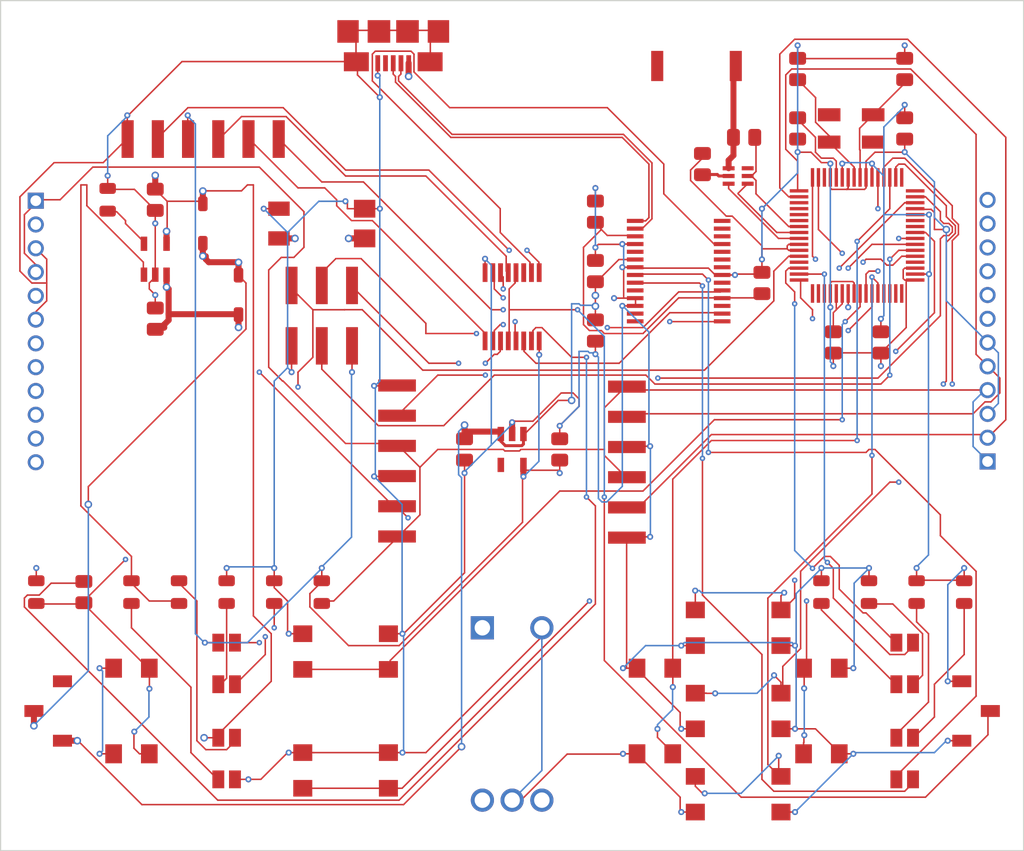
<source format=kicad_pcb>
(kicad_pcb (version 20171130) (host pcbnew "(5.1.4-0-10_14)")
  (layers (0 Top signal) (1 Route2 signal) (2 Route15 signal) (31 Bottom signal) (34 B.Paste user) (35 F.Paste user) (36 B.SilkS user) (37 F.SilkS user) (38 B.Mask user) (39 F.Mask user) (44 Edge.Cuts user))
  (net 0 "")
  (net 1 GND)
  (net 2 3V3)
  (net 3 VBAT)
  (net 4 "Net-(B2-Pad4)")
  (net 5 "Net-(B2-Pad3)")
  (net 6 "Net-(B2-Pad2)")
  (net 7 "Net-(A1-PadFEED)")
  (net 8 "Net-(C14-Pad1)")
  (net 9 "Net-(C15-Pad1)")
  (net 10 "Net-(C11-Pad1)")
  (net 11 "Net-(C13-Pad1)")
  (net 12 "Net-(D6-PadC1)")
  (net 13 /RESET)
  (net 14 /THROTTLE)
  (net 15 /YAW)
  (net 16 /BTN_CENTER)
  (net 17 /BTN_RIGHT)
  (net 18 /BTN_LEFT)
  (net 19 /BTN_UP)
  (net 20 /RXI-0)
  (net 21 /TXO-0)
  (net 22 /E1-B)
  (net 23 /E1-A)
  (net 24 /MISO)
  (net 25 /MOSI)
  (net 26 /SCK)
  (net 27 /BTN_DOWN)
  (net 28 /E1-BUT)
  (net 29 /BTN2/SDA)
  (net 30 /BTN1/SCL)
  (net 31 /PITCH)
  (net 32 /RF)
  (net 33 "Net-(D6-PadA1)")
  (net 34 "Net-(D6-PadA2)")
  (net 35 /ROLL)
  (net 36 /DTR-0)
  (net 37 /VREG_IN)
  (net 38 /RXI)
  (net 39 /FTDI_OUT)
  (net 40 /TXLED)
  (net 41 /RXLED)
  (net 42 /DTR)
  (net 43 /USB_D_N)
  (net 44 /USB_D_P)
  (net 45 /CTS)
  (net 46 /TXO)
  (net 47 "Net-(R7-Pad1)")
  (net 48 /VBUS)
  (net 49 "Net-(B3-Pad1A)")
  (net 50 "Net-(R1-Pad2)")
  (net 51 "Net-(D1-PadC2)")
  (net 52 "Net-(D4-PadC1)")
  (net 53 /RXI-1)
  (net 54 /TXO-1)
  (net 55 "Net-(S2-Pad2)")
  (net 56 /DTR-1)
  (net 57 /CTS-1)
  (net 58 /GREF)
  (net 59 "Net-(D6-PadC2)")
  (net 60 "Net-(D5-PadA2)")
  (net 61 "Net-(D5-PadA1)")
  (net 62 "Net-(D1-PadA1)")
  (net 63 "Net-(D4-PadC2)")
  (module controller_board:2X-SERVO-SMD (layer Top) (at 127.762 107.9246 90)
    (fp_text reference J7 hide)
    (fp_text value FRSKY-GIMBAL-2X-SERVO-SMD hide)
    (pad 6 smd rect (at 6.55 11.065 180) (size 3.17 1.02) (layers Top F.Paste F.Mask) (net 1 GND))
    (pad V smd rect (at 4.01 11.065 180) (size 3.17 1.02) (layers Top F.Paste F.Mask) (net 14 /THROTTLE))
    (pad 4 smd rect (at 1.47 11.065 180) (size 3.17 1.02) (layers Top F.Paste F.Mask) (net 58 /GREF))
    (pad 3 smd rect (at -1.07 11.065 180) (size 3.17 1.02) (layers Top F.Paste F.Mask) (net 1 GND))
    (pad H smd rect (at -3.61 11.065 180) (size 3.17 1.02) (layers Top F.Paste F.Mask) (net 15 /YAW))
    (pad 1 smd rect (at -6.15 11.065 180) (size 3.17 1.02) (layers Top F.Paste F.Mask) (net 58 /GREF))
  )
  (module controller_board:2X-SERVO-SMD (layer Top) (at 169.2148 107.6198 270)
    (fp_text reference J8 hide)
    (fp_text value FRSKY-GIMBAL-2X-SERVO-SMD hide)
    (pad 6 smd rect (at 6.55 11.065) (size 3.17 1.02) (layers Top F.Paste F.Mask) (net 1 GND))
    (pad V smd rect (at 4.01 11.065) (size 3.17 1.02) (layers Top F.Paste F.Mask) (net 31 /PITCH))
    (pad 4 smd rect (at 1.47 11.065) (size 3.17 1.02) (layers Top F.Paste F.Mask) (net 58 /GREF))
    (pad 3 smd rect (at -1.07 11.065) (size 3.17 1.02) (layers Top F.Paste F.Mask) (net 1 GND))
    (pad H smd rect (at -3.61 11.065) (size 3.17 1.02) (layers Top F.Paste F.Mask) (net 35 /ROLL))
    (pad 1 smd rect (at -6.15 11.065) (size 3.17 1.02) (layers Top F.Paste F.Mask) (net 58 /GREF))
  )
  (module controller_board:USB-MICROA-10118192-0001LF (layer Top) (at 138.5062 73.2536 180)
    (fp_text reference J1 hide)
    (fp_text value USB-MICROA-AMPHENOL-10118192-0001LF hide)
    (pad 9 smd rect (at 1.2 1.659 180) (size 1.9 1.9) (layers Top F.Paste F.Mask) (net 1 GND))
    (pad 8 smd rect (at -3.8 1.659 180) (size 1.8 1.9) (layers Top F.Paste F.Mask) (net 1 GND))
    (pad 7 smd rect (at -3.1 -0.891 180) (size 2.1 1.6) (layers Top F.Paste F.Mask) (net 1 GND))
    (pad 6 smd rect (at 3.1 -0.891 180) (size 2.1 1.6) (layers Top F.Paste F.Mask) (net 1 GND))
    (pad 5 smd rect (at 1.3 -1.016 180) (size 0.4 1.35) (layers Top F.Paste F.Mask) (net 1 GND))
    (pad 4 smd rect (at 0.65 -1.016 180) (size 0.4 1.35) (layers Top F.Paste F.Mask))
    (pad 3 smd rect (at 0 -1.016 180) (size 0.4 1.35) (layers Top F.Paste F.Mask) (net 44 /USB_D_P))
    (pad 2 smd rect (at -0.65 -1.016 180) (size 0.4 1.35) (layers Top F.Paste F.Mask) (net 43 /USB_D_N))
    (pad 11 smd rect (at 3.8 1.659 180) (size 1.8 1.9) (layers Top F.Paste F.Mask) (net 1 GND))
    (pad 10 smd rect (at -1.2 1.659 180) (size 1.9 1.9) (layers Top F.Paste F.Mask) (net 1 GND))
    (pad 1 smd rect (at -1.3 -1.016 180) (size 0.4 1.35) (layers Top F.Paste F.Mask) (net 48 /VBUS))
  )
  (module controller_board:JST-13-PTH (layer Top) (at 188.468 96.6216 90)
    (fp_text reference J3 hide)
    (fp_text value 2.4K hide)
    (pad V thru_hole circle (at -9.144 0 90) (size 1.35 1.35) (drill 0.9) (layers *.Cu *.Mask) (net 31 /PITCH))
    (pad H thru_hole circle (at -3.144 0 90) (size 1.35 1.35) (drill 0.9) (layers *.Cu *.Mask) (net 35 /ROLL))
    (pad 9 thru_hole circle (at 4.856 0 90) (size 1.35 1.35) (drill 0.9) (layers *.Cu *.Mask))
    (pad 8 thru_hole circle (at 2.856 0 90) (size 1.35 1.35) (drill 0.9) (layers *.Cu *.Mask))
    (pad 7 thru_hole circle (at 0.856 0 90) (size 1.35 1.35) (drill 0.9) (layers *.Cu *.Mask))
    (pad 6 thru_hole circle (at -1.144 0 90) (size 1.35 1.35) (drill 0.9) (layers *.Cu *.Mask) (net 1 GND))
    (pad 4 thru_hole circle (at -5.144 0 90) (size 1.35 1.35) (drill 0.9) (layers *.Cu *.Mask) (net 58 /GREF))
    (pad 3 thru_hole circle (at -7.144 0 90) (size 1.35 1.35) (drill 0.9) (layers *.Cu *.Mask) (net 1 GND))
    (pad 12 thru_hole circle (at 10.856 0 90) (size 1.35 1.35) (drill 0.9) (layers *.Cu *.Mask))
    (pad 11 thru_hole circle (at 8.856 0 90) (size 1.35 1.35) (drill 0.9) (layers *.Cu *.Mask))
    (pad 10 thru_hole circle (at 6.856 0 90) (size 1.35 1.35) (drill 0.9) (layers *.Cu *.Mask))
    (pad 1 thru_hole rect (at -11.144 0 90) (size 1.35 1.35) (drill 0.9) (layers *.Cu *.Mask) (net 58 /GREF))
  )
  (module controller_board:JST-13-PTH (layer Top) (at 108.458 96.9772 270)
    (fp_text reference J2 hide)
    (fp_text value 2.4K hide)
    (pad V thru_hole circle (at -9.144 0 270) (size 1.35 1.35) (drill 0.9) (layers *.Cu *.Mask) (net 14 /THROTTLE))
    (pad H thru_hole circle (at -3.144 0 270) (size 1.35 1.35) (drill 0.9) (layers *.Cu *.Mask) (net 15 /YAW))
    (pad 9 thru_hole circle (at 4.856 0 270) (size 1.35 1.35) (drill 0.9) (layers *.Cu *.Mask))
    (pad 8 thru_hole circle (at 2.856 0 270) (size 1.35 1.35) (drill 0.9) (layers *.Cu *.Mask))
    (pad 7 thru_hole circle (at 0.856 0 270) (size 1.35 1.35) (drill 0.9) (layers *.Cu *.Mask))
    (pad 6 thru_hole circle (at -1.144 0 270) (size 1.35 1.35) (drill 0.9) (layers *.Cu *.Mask) (net 1 GND))
    (pad 4 thru_hole circle (at -5.144 0 270) (size 1.35 1.35) (drill 0.9) (layers *.Cu *.Mask) (net 58 /GREF))
    (pad 3 thru_hole circle (at -7.144 0 270) (size 1.35 1.35) (drill 0.9) (layers *.Cu *.Mask) (net 1 GND))
    (pad 12 thru_hole circle (at 10.856 0 270) (size 1.35 1.35) (drill 0.9) (layers *.Cu *.Mask))
    (pad 11 thru_hole circle (at 8.856 0 270) (size 1.35 1.35) (drill 0.9) (layers *.Cu *.Mask))
    (pad 10 thru_hole circle (at 6.856 0 270) (size 1.35 1.35) (drill 0.9) (layers *.Cu *.Mask))
    (pad 1 thru_hole rect (at -11.144 0 270) (size 1.35 1.35) (drill 0.9) (layers *.Cu *.Mask) (net 58 /GREF))
  )
  (module controller_board:FTDI-BASIC-SMD (layer Top) (at 122.5296 76.2)
    (fp_text reference JP1 hide)
    (fp_text value FTDI_BASIC-SMD hide)
    (pad DTR smd rect (at 6.35 4.445 90) (size 3.17 1.02) (layers Top F.Paste F.Mask) (net 56 /DTR-1))
    (pad RXI smd rect (at 3.81 4.445 90) (size 3.17 1.02) (layers Top F.Paste F.Mask) (net 53 /RXI-1))
    (pad TXO smd rect (at 1.27 4.445 90) (size 3.17 1.02) (layers Top F.Paste F.Mask) (net 54 /TXO-1))
    (pad VCC smd rect (at -1.27 4.445 90) (size 3.17 1.02) (layers Top F.Paste F.Mask) (net 2 3V3))
    (pad CTS smd rect (at -3.81 4.445 90) (size 3.17 1.02) (layers Top F.Paste F.Mask) (net 57 /CTS-1))
    (pad GND smd rect (at -6.35 4.445 90) (size 3.17 1.02) (layers Top F.Paste F.Mask) (net 1 GND))
  )
  (module controller_board:WIRE-TERMINAL-1X2-2.5MM-SMD-AVX-009276002021106 (layer Top) (at 132.5011 87.7536)
    (fp_text reference B3 hide)
    (fp_text value BATTERY-SPRING-SMD hide)
    (pad 2A smd rect (at 3.6 -1.25 270) (size 1.5 1.8) (layers Top F.Paste F.Mask) (net 1 GND))
    (pad 1A smd rect (at 3.6 1.25 270) (size 1.5 1.8) (layers Top F.Paste F.Mask) (net 49 "Net-(B3-Pad1A)"))
    (pad 1B smd rect (at -3.6 1.25 270) (size 1.2 1.8) (layers Top F.Paste F.Mask) (net 49 "Net-(B3-Pad1A)"))
    (pad 2B smd rect (at -3.6 -1.25 270) (size 1.2 1.8) (layers Top F.Paste F.Mask) (net 1 GND))
  )
  (module controller_board:ANT-2.4GHZ-6.5X2.2MM (layer Top) (at 164 74.5 180)
    (fp_text reference A1 hide)
    (fp_text value ANTENNA-CHIP hide)
    (pad NC smd rect (at 3.302 0) (size 1.016 2.54) (layers Top F.Paste F.Mask))
    (pad FEED smd rect (at -3.302 0) (size 1.016 2.54) (layers Top F.Paste F.Mask) (net 7 "Net-(A1-PadFEED)"))
  )
  (module controller_board:SOT23-DBV (layer Top) (at 148.5011 106.7536 180)
    (fp_text reference U1 hide)
    (fp_text value 3.3V hide)
    (pad 5 smd rect (at -0.95 -1.3 180) (size 0.55 1.2) (layers Top F.Paste F.Mask) (net 2 3V3))
    (pad 4 smd rect (at 0.95 -1.3 180) (size 0.55 1.2) (layers Top F.Paste F.Mask))
    (pad 3 smd rect (at 0.95 1.3 180) (size 0.55 1.2) (layers Top F.Paste F.Mask) (net 37 /VREG_IN))
    (pad 2 smd rect (at 0 1.3 180) (size 0.55 1.2) (layers Top F.Paste F.Mask) (net 1 GND))
    (pad 1 smd rect (at -0.95 1.3 180) (size 0.55 1.2) (layers Top F.Paste F.Mask) (net 37 /VREG_IN))
  )
  (module controller_board:CAPC2012X140_HS (layer Top) (at 152.5011 106.7536 90)
    (fp_text reference C17 hide)
    (fp_text value 1uF hide)
    (pad 2 smd roundrect (at 0.895 0 90) (size 1.08 1.42) (layers Top F.Mask) (roundrect_rratio 0.23) (net 1 GND))
    (pad 1 smd roundrect (at -0.895 0 270) (size 1.08 1.42) (layers Top F.Mask) (roundrect_rratio 0.23) (net 2 3V3))
  )
  (module controller_board:CAPC2012X140_HS (layer Top) (at 144.5011 106.7536 270)
    (fp_text reference C10 hide)
    (fp_text value 1uF hide)
    (pad 2 smd roundrect (at 0.895 0 270) (size 1.08 1.42) (layers Top F.Mask) (roundrect_rratio 0.23) (net 1 GND))
    (pad 1 smd roundrect (at -0.895 0 90) (size 1.08 1.42) (layers Top F.Mask) (roundrect_rratio 0.23) (net 37 /VREG_IN))
  )
  (module controller_board:RESC2012X60_HS (layer Top) (at 174.5011 118.7536 270)
    (fp_text reference R17 hide)
    (fp_text value 510 hide)
    (pad 2 smd roundrect (at 0.955 0 270) (size 0.92 1.38) (layers Top F.Mask) (net 59 "Net-(D6-PadC2)"))
    (pad 1 smd roundrect (at -0.955 0 90) (size 0.92 1.38) (layers Top F.Mask) (net 1 GND))
  )
  (module controller_board:RESC2012X60_HS (layer Top) (at 186.5011 118.7536 90)
    (fp_text reference R14 hide)
    (fp_text value 510 hide)
    (pad 2 smd roundrect (at 0.955 0 90) (size 0.92 1.38) (layers Top F.Mask) (net 2 3V3))
    (pad 1 smd roundrect (at -0.955 0 270) (size 0.92 1.38) (layers Top F.Mask) (net 61 "Net-(D5-PadA1)"))
  )
  (module controller_board:RESC2012X60_HS (layer Top) (at 120.5011 118.7536 270)
    (fp_text reference R3 hide)
    (fp_text value 510 hide)
    (pad 2 smd roundrect (at 0.955 0 270) (size 0.92 1.38) (layers Top F.Mask) (net 50 "Net-(R1-Pad2)"))
    (pad 1 smd roundrect (at -0.955 0 90) (size 0.92 1.38) (layers Top F.Mask) (net 62 "Net-(D1-PadA1)"))
  )
  (module controller_board:RESC2012X60_HS (layer Top) (at 124.5011 118.7536 270)
    (fp_text reference R16 hide)
    (fp_text value 510 hide)
    (pad 2 smd roundrect (at 0.955 0 270) (size 0.92 1.38) (layers Top F.Mask) (net 63 "Net-(D4-PadC2)"))
    (pad 1 smd roundrect (at -0.955 0 90) (size 0.92 1.38) (layers Top F.Mask) (net 1 GND))
  )
  (module controller_board:RESC2012X60_HS (layer Top) (at 182.5011 118.7536 90)
    (fp_text reference R13 hide)
    (fp_text value 510 hide)
    (pad 2 smd roundrect (at 0.955 0 90) (size 0.92 1.38) (layers Top F.Mask) (net 2 3V3))
    (pad 1 smd roundrect (at -0.955 0 270) (size 0.92 1.38) (layers Top F.Mask) (net 60 "Net-(D5-PadA2)"))
  )
  (module controller_board:LED-2X-LTST-C155 (layer Top) (at 124.5011 124.7536 270)
    (fp_text reference D4 hide)
    (fp_text value LED-2X-GREEN_RED hide)
    (pad C2 smd rect (at 1.75 0.7 270) (size 1.5 1) (layers Top F.Paste F.Mask) (net 63 "Net-(D4-PadC2)"))
    (pad C1 smd rect (at 1.75 -0.7 270) (size 1.5 1) (layers Top F.Paste F.Mask) (net 52 "Net-(D4-PadC1)"))
    (pad A2 smd rect (at -1.75 0.7 270) (size 1.5 1) (layers Top F.Paste F.Mask) (net 2 3V3))
    (pad A1 smd rect (at -1.75 -0.7 270) (size 1.5 1) (layers Top F.Paste F.Mask) (net 32 /RF))
  )
  (module controller_board:LED-2X-LTST-C155 (layer Top) (at 124.5011 132.7536 270)
    (fp_text reference D1 hide)
    (fp_text value LED-2X-GREEN_RED hide)
    (pad C2 smd rect (at 1.75 0.7 270) (size 1.5 1) (layers Top F.Paste F.Mask) (net 51 "Net-(D1-PadC2)"))
    (pad C1 smd rect (at 1.75 -0.7 270) (size 1.5 1) (layers Top F.Paste F.Mask) (net 1 GND))
    (pad A2 smd rect (at -1.75 0.7 270) (size 1.5 1) (layers Top F.Paste F.Mask) (net 48 /VBUS))
    (pad A1 smd rect (at -1.75 -0.7 270) (size 1.5 1) (layers Top F.Paste F.Mask) (net 62 "Net-(D1-PadA1)"))
  )
  (module controller_board:LED-2X-LTST-C155 (layer Top) (at 181.5011 132.7536 270)
    (fp_text reference D5 hide)
    (fp_text value LED-2X-GREEN_RED hide)
    (pad C2 smd rect (at 1.75 0.7 270) (size 1.5 1) (layers Top F.Paste F.Mask) (net 41 /RXLED))
    (pad C1 smd rect (at 1.75 -0.7 270) (size 1.5 1) (layers Top F.Paste F.Mask) (net 40 /TXLED))
    (pad A2 smd rect (at -1.75 0.7 270) (size 1.5 1) (layers Top F.Paste F.Mask) (net 60 "Net-(D5-PadA2)"))
    (pad A1 smd rect (at -1.75 -0.7 270) (size 1.5 1) (layers Top F.Paste F.Mask) (net 61 "Net-(D5-PadA1)"))
  )
  (module controller_board:LED-2X-LTST-C155 (layer Top) (at 181.5011 124.7536 270)
    (fp_text reference D6 hide)
    (fp_text value LED-2X-GREEN_RED hide)
    (pad C2 smd rect (at 1.75 0.7 270) (size 1.5 1) (layers Top F.Paste F.Mask) (net 59 "Net-(D6-PadC2)"))
    (pad C1 smd rect (at 1.75 -0.7 270) (size 1.5 1) (layers Top F.Paste F.Mask) (net 12 "Net-(D6-PadC1)"))
    (pad A2 smd rect (at -1.75 0.7 270) (size 1.5 1) (layers Top F.Paste F.Mask) (net 34 "Net-(D6-PadA2)"))
    (pad A1 smd rect (at -1.75 -0.7 270) (size 1.5 1) (layers Top F.Paste F.Mask) (net 33 "Net-(D6-PadA1)"))
  )
  (module controller_board:RESC2012X60_HS (layer Top) (at 132.5011 118.7536 90)
    (fp_text reference R8 hide)
    (fp_text value 1.2K hide)
    (pad 2 smd roundrect (at 0.955 0 90) (size 0.92 1.38) (layers Top F.Mask) (net 2 3V3))
    (pad 1 smd roundrect (at -0.955 0 270) (size 0.92 1.38) (layers Top F.Mask) (net 58 /GREF))
  )
  (module controller_board:BOURNS-PEC12R (layer Top) (at 148.5011 128.7536)
    (fp_text reference E1 hide)
    (fp_text value ROTARY-ENCODER-W_BUTTON-BOURNS-PEC12R-4217F hide)
    (pad C thru_hole circle (at 0 7.5) (size 1.95 1.95) (drill 1.3) (layers *.Cu *.Mask) (net 1 GND))
    (pad BUTB thru_hole circle (at 2.5 -7) (size 1.95 1.95) (drill 1.3) (layers *.Cu *.Mask) (net 1 GND))
    (pad BUTA thru_hole rect (at -2.5 -7) (size 1.95 1.95) (drill 1.3) (layers *.Cu *.Mask) (net 28 /E1-BUT))
    (pad B thru_hole circle (at 2.5 7.5) (size 1.95 1.95) (drill 1.3) (layers *.Cu *.Mask) (net 22 /E1-B))
    (pad A thru_hole circle (at -2.5 7.5) (size 1.95 1.95) (drill 1.3) (layers *.Cu *.Mask) (net 23 /E1-A))
    (pad "" np_thru_hole circle (at 5.7 0) (size 2.2 2.2) (drill 2.2) (layers *.Cu *.Mask))
    (pad "" np_thru_hole circle (at -5.7 0) (size 2.2 2.2) (drill 2.2) (layers *.Cu *.Mask))
  )
  (module controller_board:4.5MM_TACTILE_SWITCH_TL3305AF160QG (layer Top) (at 167.5011 121.7536 180)
    (fp_text reference B6 hide)
    (fp_text value PUSHBUTTON_-4.5X4.5 hide)
    (pad 4 smd rect (at 3.6 -1.5 270) (size 1.4 1.6) (layers Top F.Paste F.Mask) (net 1 GND))
    (pad 3 smd rect (at -3.6 -1.5 270) (size 1.4 1.6) (layers Top F.Paste F.Mask) (net 1 GND))
    (pad 2 smd rect (at 3.6 1.5 270) (size 1.4 1.6) (layers Top F.Paste F.Mask) (net 19 /BTN_UP))
    (pad 1 smd rect (at -3.6 1.5 270) (size 1.4 1.6) (layers Top F.Paste F.Mask) (net 19 /BTN_UP))
  )
  (module controller_board:4.5MM_TACTILE_SWITCH_TL3305AF160QG (layer Top) (at 167.5011 135.7536 180)
    (fp_text reference B10 hide)
    (fp_text value PUSHBUTTON_-4.5X4.5 hide)
    (pad 4 smd rect (at 3.6 -1.5 270) (size 1.4 1.6) (layers Top F.Paste F.Mask) (net 1 GND))
    (pad 3 smd rect (at -3.6 -1.5 270) (size 1.4 1.6) (layers Top F.Paste F.Mask) (net 1 GND))
    (pad 2 smd rect (at 3.6 1.5 270) (size 1.4 1.6) (layers Top F.Paste F.Mask) (net 27 /BTN_DOWN))
    (pad 1 smd rect (at -3.6 1.5 270) (size 1.4 1.6) (layers Top F.Paste F.Mask) (net 27 /BTN_DOWN))
  )
  (module controller_board:4.5MM_TACTILE_SWITCH_TL3305AF160QG (layer Top) (at 160.5011 128.7536 90)
    (fp_text reference B7 hide)
    (fp_text value PUSHBUTTON_-4.5X4.5 hide)
    (pad 4 smd rect (at 3.6 -1.5 180) (size 1.4 1.6) (layers Top F.Paste F.Mask) (net 1 GND))
    (pad 3 smd rect (at -3.6 -1.5 180) (size 1.4 1.6) (layers Top F.Paste F.Mask) (net 1 GND))
    (pad 2 smd rect (at 3.6 1.5 180) (size 1.4 1.6) (layers Top F.Paste F.Mask) (net 18 /BTN_LEFT))
    (pad 1 smd rect (at -3.6 1.5 180) (size 1.4 1.6) (layers Top F.Paste F.Mask) (net 18 /BTN_LEFT))
  )
  (module controller_board:4.5MM_TACTILE_SWITCH_TL3305AF160QG (layer Top) (at 174.5011 128.7536 270)
    (fp_text reference B9 hide)
    (fp_text value PUSHBUTTON_-4.5X4.5 hide)
    (pad 4 smd rect (at 3.6 -1.5) (size 1.4 1.6) (layers Top F.Paste F.Mask) (net 1 GND))
    (pad 3 smd rect (at -3.6 -1.5) (size 1.4 1.6) (layers Top F.Paste F.Mask) (net 1 GND))
    (pad 2 smd rect (at 3.6 1.5) (size 1.4 1.6) (layers Top F.Paste F.Mask) (net 16 /BTN_CENTER))
    (pad 1 smd rect (at -3.6 1.5) (size 1.4 1.6) (layers Top F.Paste F.Mask) (net 16 /BTN_CENTER))
  )
  (module controller_board:4.5MM_TACTILE_SWITCH_TL3305AF160QG (layer Top) (at 167.5011 128.7536 180)
    (fp_text reference B8 hide)
    (fp_text value PUSHBUTTON_-4.5X4.5 hide)
    (pad 4 smd rect (at 3.6 -1.5 270) (size 1.4 1.6) (layers Top F.Paste F.Mask) (net 1 GND))
    (pad 3 smd rect (at -3.6 -1.5 270) (size 1.4 1.6) (layers Top F.Paste F.Mask) (net 1 GND))
    (pad 2 smd rect (at 3.6 1.5 270) (size 1.4 1.6) (layers Top F.Paste F.Mask) (net 17 /BTN_RIGHT))
    (pad 1 smd rect (at -3.6 1.5 270) (size 1.4 1.6) (layers Top F.Paste F.Mask) (net 17 /BTN_RIGHT))
  )
  (module controller_board:CAPC2012X140_HS (layer Top) (at 155.5011 86.7536 270)
    (fp_text reference C4 hide)
    (fp_text value 1uF hide)
    (pad 2 smd roundrect (at 0.895 0 270) (size 1.08 1.42) (layers Top F.Mask) (roundrect_rratio 0.23) (net 39 /FTDI_OUT))
    (pad 1 smd roundrect (at -0.895 0 90) (size 1.08 1.42) (layers Top F.Mask) (roundrect_rratio 0.23) (net 1 GND))
  )
  (module controller_board:SOD3716X135_HS (layer Top) (at 122.5011 87.7536 90)
    (fp_text reference D2 hide)
    (fp_text value 360mV hide)
    (pad C smd roundrect (at -1.665 0 270) (size 1.25 0.8) (layers Top F.Mask) (net 3 VBAT))
    (pad A smd roundrect (at 1.665 0 90) (size 1.25 0.8) (layers Top F.Mask) (net 48 /VBUS))
  )
  (module controller_board:SOD3716X135_HS (layer Top) (at 125.5011 93.7536 270)
    (fp_text reference D3 hide)
    (fp_text value 360mV hide)
    (pad C smd roundrect (at -1.665 0 90) (size 1.25 0.8) (layers Top F.Mask) (net 3 VBAT))
    (pad A smd roundrect (at 1.665 0 270) (size 1.25 0.8) (layers Top F.Mask) (net 49 "Net-(B3-Pad1A)"))
  )
  (module controller_board:JS102011JCQN (layer Top) (at 187.5011 128.7536 270)
    (fp_text reference S2 hide)
    (fp_text value POWER-SWITCH-MFS201N-9-Z-SMD-VERTICAL hide)
    (pad 3 smd rect (at 2.5 1.2 270) (size 1 1.6) (layers Top F.Paste F.Mask) (net 1 GND))
    (pad 2 smd rect (at 0 -1.2 270) (size 1 1.6) (layers Top F.Paste F.Mask) (net 55 "Net-(S2-Pad2)"))
    (pad 1 smd rect (at -2.5 1.2 270) (size 1 1.6) (layers Top F.Paste F.Mask) (net 2 3V3))
  )
  (module controller_board:SOP65P640X110-16 (layer Top) (at 148.5011 94.7536 270)
    (fp_text reference U5 hide)
    (fp_text value DPDT-X2 hide)
    (pad 9 smd rect (at 2.8717 2.275 270) (size 1.5719 0.4068) (layers Top F.Paste F.Mask) (net 53 /RXI-1))
    (pad 8 smd rect (at -2.8717 2.275 270) (size 1.5719 0.4068) (layers Top F.Paste F.Mask) (net 1 GND))
    (pad 7 smd rect (at -2.8717 1.625 270) (size 1.5719 0.4068) (layers Top F.Paste F.Mask) (net 21 /TXO-0))
    (pad 6 smd rect (at -2.8717 0.975 270) (size 1.5719 0.4068) (layers Top F.Paste F.Mask) (net 46 /TXO))
    (pad 5 smd rect (at -2.8717 0.325 270) (size 1.5719 0.4068) (layers Top F.Paste F.Mask) (net 54 /TXO-1))
    (pad 4 smd rect (at -2.8717 -0.325 270) (size 1.5719 0.4068) (layers Top F.Paste F.Mask) (net 55 "Net-(S2-Pad2)"))
    (pad 3 smd rect (at -2.8717 -0.975 270) (size 1.5719 0.4068) (layers Top F.Paste F.Mask))
    (pad 2 smd rect (at -2.8717 -1.625 270) (size 1.5719 0.4068) (layers Top F.Paste F.Mask) (net 45 /CTS))
    (pad 16 smd rect (at 2.8717 -2.275 270) (size 1.5719 0.4068) (layers Top F.Paste F.Mask) (net 2 3V3))
    (pad 15 smd rect (at 2.8717 -1.625 270) (size 1.5719 0.4068) (layers Top F.Paste F.Mask) (net 36 /DTR-0))
    (pad 14 smd rect (at 2.8717 -0.975 270) (size 1.5719 0.4068) (layers Top F.Paste F.Mask) (net 42 /DTR))
    (pad 13 smd rect (at 2.8717 -0.325 270) (size 1.5719 0.4068) (layers Top F.Paste F.Mask) (net 56 /DTR-1))
    (pad 12 smd rect (at 2.8717 0.325 270) (size 1.5719 0.4068) (layers Top F.Paste F.Mask) (net 55 "Net-(S2-Pad2)"))
    (pad 11 smd rect (at 2.8717 0.975 270) (size 1.5719 0.4068) (layers Top F.Paste F.Mask) (net 20 /RXI-0))
    (pad 10 smd rect (at 2.8717 1.625 270) (size 1.5719 0.4068) (layers Top F.Paste F.Mask) (net 38 /RXI))
    (pad 1 smd rect (at -2.8717 -2.275 270) (size 1.5719 0.4068) (layers Top F.Paste F.Mask) (net 57 /CTS-1))
  )
  (module controller_board:RESC2012X60_HS (layer Top) (at 128.5011 118.7536 270)
    (fp_text reference R15 hide)
    (fp_text value 510 hide)
    (pad 2 smd roundrect (at 0.955 0 270) (size 0.92 1.38) (layers Top F.Mask) (net 52 "Net-(D4-PadC1)"))
    (pad 1 smd roundrect (at -0.955 0 90) (size 0.92 1.38) (layers Top F.Mask) (net 1 GND))
  )
  (module controller_board:RESC2012X60_HS (layer Top) (at 114.5011 85.7536 90)
    (fp_text reference R7 hide)
    (fp_text value 2.2K hide)
    (pad 2 smd roundrect (at 0.955 0 90) (size 0.92 1.38) (layers Top F.Mask) (net 1 GND))
    (pad 1 smd roundrect (at -0.955 0 270) (size 0.92 1.38) (layers Top F.Mask) (net 47 "Net-(R7-Pad1)"))
  )
  (module controller_board:CAPC2012X140_HS (layer Top) (at 118.5011 95.7536 90)
    (fp_text reference C6 hide)
    (fp_text value 10uF hide)
    (pad 2 smd roundrect (at 0.895 0 90) (size 1.08 1.42) (layers Top F.Mask) (roundrect_rratio 0.23) (net 1 GND))
    (pad 1 smd roundrect (at -0.895 0 270) (size 1.08 1.42) (layers Top F.Mask) (roundrect_rratio 0.23) (net 49 "Net-(B3-Pad1A)"))
  )
  (module controller_board:CAPC2012X140_HS (layer Top) (at 118.5011 85.7536 270)
    (fp_text reference C5 hide)
    (fp_text value 10uF hide)
    (pad 2 smd roundrect (at 0.895 0 270) (size 1.08 1.42) (layers Top F.Mask) (roundrect_rratio 0.23) (net 1 GND))
    (pad 1 smd roundrect (at -0.895 0 90) (size 1.08 1.42) (layers Top F.Mask) (roundrect_rratio 0.23) (net 48 /VBUS))
  )
  (module controller_board:RESC2012X60_HS (layer Top) (at 116.5011 118.7536 90)
    (fp_text reference R1 hide)
    (fp_text value 510 hide)
    (pad 2 smd roundrect (at 0.955 0 90) (size 0.92 1.38) (layers Top F.Mask) (net 50 "Net-(R1-Pad2)"))
    (pad 1 smd roundrect (at -0.955 0 270) (size 0.92 1.38) (layers Top F.Mask) (net 51 "Net-(D1-PadC2)"))
  )
  (module controller_board:SOT23-5 (layer Top) (at 118.5011 90.7536)
    (fp_text reference U2 hide)
    (fp_text value MCP73831T-2ACI/OT hide)
    (pad 5 smd rect (at -0.95 -1.3001) (size 0.55 1.2) (layers Top F.Paste F.Mask) (net 47 "Net-(R7-Pad1)"))
    (pad 4 smd rect (at 0.95 -1.3001) (size 0.55 1.2) (layers Top F.Paste F.Mask) (net 48 /VBUS))
    (pad 3 smd rect (at 0.95 1.3001) (size 0.55 1.2) (layers Top F.Paste F.Mask) (net 49 "Net-(B3-Pad1A)"))
    (pad 2 smd rect (at 0 1.3001) (size 0.55 1.2) (layers Top F.Paste F.Mask) (net 1 GND))
    (pad 1 smd rect (at -0.95 1.3001) (size 0.55 1.2) (layers Top F.Paste F.Mask) (net 50 "Net-(R1-Pad2)"))
  )
  (module controller_board:CAPC2012X140_HS (layer Top) (at 169.5011 92.7536 90)
    (fp_text reference C9 hide)
    (fp_text value 0.1uF hide)
    (pad 2 smd roundrect (at 0.895 0 90) (size 1.08 1.42) (layers Top F.Mask) (roundrect_rratio 0.23) (net 1 GND))
    (pad 1 smd roundrect (at -0.895 0 270) (size 1.08 1.42) (layers Top F.Mask) (roundrect_rratio 0.23) (net 39 /FTDI_OUT))
  )
  (module controller_board:CAPC2012X140_HS (layer Top) (at 155.5011 91.7536 90)
    (fp_text reference C7 hide)
    (fp_text value 10uF hide)
    (pad 2 smd roundrect (at 0.895 0 90) (size 1.08 1.42) (layers Top F.Mask) (roundrect_rratio 0.23) (net 1 GND))
    (pad 1 smd roundrect (at -0.895 0 270) (size 1.08 1.42) (layers Top F.Mask) (roundrect_rratio 0.23) (net 37 /VREG_IN))
  )
  (module controller_board:CAPC2012X140_HS (layer Top) (at 155.5011 96.7536 270)
    (fp_text reference C8 hide)
    (fp_text value 0.1uF hide)
    (pad 2 smd roundrect (at 0.895 0 270) (size 1.08 1.42) (layers Top F.Mask) (roundrect_rratio 0.23) (net 1 GND))
    (pad 1 smd roundrect (at -0.895 0 90) (size 1.08 1.42) (layers Top F.Mask) (roundrect_rratio 0.23) (net 37 /VREG_IN))
  )
  (module controller_board:SSOP28DB (layer Top) (at 162.5011 91.7536 90)
    (fp_text reference U3 hide)
    (fp_text value FT232RLSSOP hide)
    (pad 9 smd rect (at 0.975 3.656 90) (size 0.348 1.397) (layers Top F.Paste F.Mask))
    (pad 8 smd rect (at 0.325 3.656 90) (size 0.348 1.397) (layers Top F.Paste F.Mask))
    (pad 7 smd rect (at -0.325 3.656 90) (size 0.348 1.397) (layers Top F.Paste F.Mask) (net 1 GND))
    (pad 6 smd rect (at -0.975 3.656 90) (size 0.348 1.397) (layers Top F.Paste F.Mask))
    (pad 5 smd rect (at -1.625 3.656 90) (size 0.348 1.397) (layers Top F.Paste F.Mask) (net 38 /RXI))
    (pad 4 smd rect (at -2.275 3.656 90) (size 0.348 1.397) (layers Top F.Paste F.Mask) (net 39 /FTDI_OUT))
    (pad 3 smd rect (at -2.925 3.656 90) (size 0.348 1.397) (layers Top F.Paste F.Mask))
    (pad 28 smd rect (at -4.225 -3.656 90) (size 0.348 1.397) (layers Top F.Paste F.Mask))
    (pad 27 smd rect (at -3.575 -3.656 90) (size 0.348 1.397) (layers Top F.Paste F.Mask))
    (pad 26 smd rect (at -2.925 -3.656 90) (size 0.348 1.397) (layers Top F.Paste F.Mask) (net 1 GND))
    (pad 25 smd rect (at -2.275 -3.656 90) (size 0.348 1.397) (layers Top F.Paste F.Mask) (net 1 GND))
    (pad 24 smd rect (at -1.625 -3.656 90) (size 0.348 1.397) (layers Top F.Paste F.Mask))
    (pad 23 smd rect (at -0.975 -3.656 90) (size 0.348 1.397) (layers Top F.Paste F.Mask) (net 40 /TXLED))
    (pad 22 smd rect (at -0.325 -3.656 90) (size 0.348 1.397) (layers Top F.Paste F.Mask) (net 41 /RXLED))
    (pad 21 smd rect (at 0.325 -3.656 90) (size 0.348 1.397) (layers Top F.Paste F.Mask) (net 1 GND))
    (pad 20 smd rect (at 0.975 -3.656 90) (size 0.348 1.397) (layers Top F.Paste F.Mask) (net 37 /VREG_IN))
    (pad 2 smd rect (at -3.575 3.656 90) (size 0.348 1.397) (layers Top F.Paste F.Mask) (net 42 /DTR))
    (pad 19 smd rect (at 1.625 -3.656 90) (size 0.348 1.397) (layers Top F.Paste F.Mask))
    (pad 18 smd rect (at 2.275 -3.656 90) (size 0.348 1.397) (layers Top F.Paste F.Mask) (net 1 GND))
    (pad 17 smd rect (at 2.925 -3.656 90) (size 0.348 1.397) (layers Top F.Paste F.Mask) (net 39 /FTDI_OUT))
    (pad 16 smd rect (at 3.575 -3.656 90) (size 0.348 1.397) (layers Top F.Paste F.Mask) (net 43 /USB_D_N))
    (pad 15 smd rect (at 4.225 -3.656 90) (size 0.348 1.397) (layers Top F.Paste F.Mask) (net 44 /USB_D_P))
    (pad 14 smd rect (at 4.225 3.656 90) (size 0.348 1.397) (layers Top F.Paste F.Mask))
    (pad 13 smd rect (at 3.575 3.656 90) (size 0.348 1.397) (layers Top F.Paste F.Mask))
    (pad 12 smd rect (at 2.925 3.656 90) (size 0.348 1.397) (layers Top F.Paste F.Mask))
    (pad 11 smd rect (at 2.275 3.656 90) (size 0.348 1.397) (layers Top F.Paste F.Mask) (net 45 /CTS))
    (pad 10 smd rect (at 1.625 3.656 90) (size 0.348 1.397) (layers Top F.Paste F.Mask))
    (pad 1 smd rect (at -4.225 3.656 90) (size 0.348 1.397) (layers Top F.Paste F.Mask) (net 46 /TXO))
  )
  (module controller_board:JS102011JCQN (layer Top) (at 109.5011 128.7536 90)
    (fp_text reference S1 hide)
    (fp_text value POWER-SWITCH-MFS201N-9-Z-SMD-VERTICAL hide)
    (pad 3 smd rect (at 2.5 1.2 90) (size 1 1.6) (layers Top F.Paste F.Mask))
    (pad 2 smd rect (at 0 -1.2 90) (size 1 1.6) (layers Top F.Paste F.Mask) (net 3 VBAT))
    (pad 1 smd rect (at -2.5 1.2 90) (size 1 1.6) (layers Top F.Paste F.Mask) (net 37 /VREG_IN))
  )
  (module controller_board:CRYSTAL-SMD-5X3 (layer Top) (at 177.0011 79.7536 180)
    (fp_text reference Y1 hide)
    (fp_text value CRYSTAL5X3 hide)
    (pad 4 smd rect (at -1.85 -1.15 180) (size 1.9 1.1) (layers Top F.Paste F.Mask))
    (pad 3 smd rect (at 1.85 -1.15 180) (size 1.9 1.1) (layers Top F.Paste F.Mask) (net 8 "Net-(C14-Pad1)"))
    (pad 2 smd rect (at 1.85 1.15 180) (size 1.9 1.1) (layers Top F.Paste F.Mask))
    (pad 1 smd rect (at -1.85 1.15 180) (size 1.9 1.1) (layers Top F.Paste F.Mask) (net 9 "Net-(C15-Pad1)"))
  )
  (module controller_board:QFN-64 (layer Top) (at 177.5011 88.7536)
    (fp_text reference U4 hide)
    (fp_text value ATMEGA128RFA1 hide)
    (pad 9 smd rect (at -4.881 0.25 270) (size 0.28 1.562) (layers Top F.Paste F.Mask) (net 5 "Net-(B2-Pad3)"))
    (pad 8 smd rect (at -4.881 -0.25 270) (size 0.28 1.562) (layers Top F.Paste F.Mask) (net 4 "Net-(B2-Pad4)"))
    (pad 7 smd rect (at -4.881 -0.75 270) (size 0.28 1.562) (layers Top F.Paste F.Mask) (net 1 GND))
    (pad 64 smd rect (at -3.75 -4.881) (size 0.28 1.562) (layers Top F.Paste F.Mask) (net 14 /THROTTLE))
    (pad 63 smd rect (at -3.25 -4.881) (size 0.28 1.562) (layers Top F.Paste F.Mask) (net 15 /YAW))
    (pad 62 smd rect (at -2.75 -4.881) (size 0.28 1.562) (layers Top F.Paste F.Mask))
    (pad 61 smd rect (at -2.25 -4.881) (size 0.28 1.562) (layers Top F.Paste F.Mask) (net 1 GND))
    (pad 60 smd rect (at -1.75 -4.881) (size 0.28 1.562) (layers Top F.Paste F.Mask) (net 11 "Net-(C13-Pad1)"))
    (pad 6 smd rect (at -4.881 -1.25 270) (size 0.28 1.562) (layers Top F.Paste F.Mask))
    (pad 59 smd rect (at -1.25 -4.881) (size 0.28 1.562) (layers Top F.Paste F.Mask) (net 2 3V3))
    (pad 58 smd rect (at -0.75 -4.881) (size 0.28 1.562) (layers Top F.Paste F.Mask) (net 1 GND))
    (pad 57 smd rect (at -0.25 -4.881) (size 0.28 1.562) (layers Top F.Paste F.Mask) (net 8 "Net-(C14-Pad1)"))
    (pad 56 smd rect (at 0.25 -4.881) (size 0.28 1.562) (layers Top F.Paste F.Mask) (net 9 "Net-(C15-Pad1)"))
    (pad 55 smd rect (at 0.75 -4.881) (size 0.28 1.562) (layers Top F.Paste F.Mask) (net 1 GND))
    (pad 54 smd rect (at 1.25 -4.881) (size 0.28 1.562) (layers Top F.Paste F.Mask) (net 2 3V3))
    (pad 53 smd rect (at 1.75 -4.881) (size 0.28 1.562) (layers Top F.Paste F.Mask) (net 16 /BTN_CENTER))
    (pad 52 smd rect (at 2.25 -4.881) (size 0.28 1.562) (layers Top F.Paste F.Mask) (net 17 /BTN_RIGHT))
    (pad 51 smd rect (at 2.75 -4.881) (size 0.28 1.562) (layers Top F.Paste F.Mask) (net 18 /BTN_LEFT))
    (pad 50 smd rect (at 3.25 -4.881) (size 0.28 1.562) (layers Top F.Paste F.Mask) (net 19 /BTN_UP))
    (pad 5 smd rect (at -4.881 -1.75 270) (size 0.28 1.562) (layers Top F.Paste F.Mask))
    (pad 49 smd rect (at 3.75 -4.881) (size 0.28 1.562) (layers Top F.Paste F.Mask))
    (pad 48 smd rect (at 4.881 -3.75 90) (size 0.28 1.562) (layers Top F.Paste F.Mask))
    (pad 47 smd rect (at 4.881 -3.25 90) (size 0.28 1.562) (layers Top F.Paste F.Mask) (net 20 /RXI-0))
    (pad 46 smd rect (at 4.881 -2.75 90) (size 0.28 1.562) (layers Top F.Paste F.Mask) (net 21 /TXO-0))
    (pad 45 smd rect (at 4.881 -2.25 90) (size 0.28 1.562) (layers Top F.Paste F.Mask) (net 1 GND))
    (pad 44 smd rect (at 4.881 -1.75 90) (size 0.28 1.562) (layers Top F.Paste F.Mask) (net 2 3V3))
    (pad 43 smd rect (at 4.881 -1.25 90) (size 0.28 1.562) (layers Top F.Paste F.Mask))
    (pad 42 smd rect (at 4.881 -0.75 90) (size 0.28 1.562) (layers Top F.Paste F.Mask))
    (pad 41 smd rect (at 4.881 -0.25 90) (size 0.28 1.562) (layers Top F.Paste F.Mask) (net 22 /E1-B))
    (pad 40 smd rect (at 4.881 0.25 90) (size 0.28 1.562) (layers Top F.Paste F.Mask) (net 23 /E1-A))
    (pad 4 smd rect (at -4.881 -2.25 270) (size 0.28 1.562) (layers Top F.Paste F.Mask))
    (pad 39 smd rect (at 4.881 0.75 90) (size 0.28 1.562) (layers Top F.Paste F.Mask) (net 24 /MISO))
    (pad 38 smd rect (at 4.881 1.25 90) (size 0.28 1.562) (layers Top F.Paste F.Mask) (net 25 /MOSI))
    (pad 37 smd rect (at 4.881 1.75 90) (size 0.28 1.562) (layers Top F.Paste F.Mask) (net 26 /SCK))
    (pad 36 smd rect (at 4.881 2.25 90) (size 0.28 1.562) (layers Top F.Paste F.Mask))
    (pad 35 smd rect (at 4.881 2.75 90) (size 0.28 1.562) (layers Top F.Paste F.Mask) (net 1 GND))
    (pad 34 smd rect (at 4.881 3.25 90) (size 0.28 1.562) (layers Top F.Paste F.Mask) (net 2 3V3))
    (pad 33 smd rect (at 4.881 3.75 90) (size 0.28 1.562) (layers Top F.Paste F.Mask) (net 1 GND))
    (pad 32 smd rect (at 3.75 4.881) (size 0.28 1.562) (layers Top F.Paste F.Mask))
    (pad 31 smd rect (at 3.25 4.881) (size 0.28 1.562) (layers Top F.Paste F.Mask))
    (pad 30 smd rect (at 2.75 4.881) (size 0.28 1.562) (layers Top F.Paste F.Mask))
    (pad 3 smd rect (at -4.881 -2.75 270) (size 0.28 1.562) (layers Top F.Paste F.Mask))
    (pad 29 smd rect (at 2.25 4.881) (size 0.28 1.562) (layers Top F.Paste F.Mask))
    (pad 28 smd rect (at 1.75 4.881 180) (size 0.28 1.562) (layers Top F.Paste F.Mask) (net 27 /BTN_DOWN))
    (pad 27 smd rect (at 1.25 4.881 180) (size 0.28 1.562) (layers Top F.Paste F.Mask) (net 28 /E1-BUT))
    (pad 26 smd rect (at 0.75 4.881 180) (size 0.28 1.562) (layers Top F.Paste F.Mask) (net 29 /BTN2/SDA))
    (pad 25 smd rect (at 0.25 4.881 180) (size 0.28 1.562) (layers Top F.Paste F.Mask) (net 30 /BTN1/SCL))
    (pad 24 smd rect (at -0.25 4.881 180) (size 0.28 1.562) (layers Top F.Paste F.Mask) (net 1 GND))
    (pad 23 smd rect (at -0.75 4.881 180) (size 0.28 1.562) (layers Top F.Paste F.Mask) (net 2 3V3))
    (pad 22 smd rect (at -1.25 4.881 180) (size 0.28 1.562) (layers Top F.Paste F.Mask) (net 10 "Net-(C11-Pad1)"))
    (pad 21 smd rect (at -1.75 4.881 180) (size 0.28 1.562) (layers Top F.Paste F.Mask) (net 10 "Net-(C11-Pad1)"))
    (pad 20 smd rect (at -2.25 4.881 180) (size 0.28 1.562) (layers Top F.Paste F.Mask) (net 1 GND))
    (pad 2 smd rect (at -4.881 -3.25 270) (size 0.28 1.562) (layers Top F.Paste F.Mask) (net 31 /PITCH))
    (pad 19 smd rect (at -2.75 4.881 180) (size 0.28 1.562) (layers Top F.Paste F.Mask))
    (pad 18 smd rect (at -3.25 4.881 180) (size 0.28 1.562) (layers Top F.Paste F.Mask))
    (pad 17 smd rect (at -3.75 4.881 180) (size 0.28 1.562) (layers Top F.Paste F.Mask))
    (pad 16 smd rect (at -4.881 3.75 90) (size 0.28 1.562) (layers Top F.Paste F.Mask) (net 32 /RF))
    (pad 15 smd rect (at -4.881 3.25 90) (size 0.28 1.562) (layers Top F.Paste F.Mask) (net 33 "Net-(D6-PadA1)"))
    (pad 14 smd rect (at -4.881 2.75 270) (size 0.28 1.562) (layers Top F.Paste F.Mask) (net 34 "Net-(D6-PadA2)"))
    (pad 13 smd rect (at -4.881 2.25 270) (size 0.28 1.562) (layers Top F.Paste F.Mask))
    (pad 12 smd rect (at -4.881 1.75 270) (size 0.28 1.562) (layers Top F.Paste F.Mask) (net 13 /RESET))
    (pad 11 smd rect (at -4.881 1.25 270) (size 0.28 1.562) (layers Top F.Paste F.Mask) (net 1 GND))
    (pad 10 smd rect (at -4.881 0.75 270) (size 0.28 1.562) (layers Top F.Paste F.Mask) (net 1 GND))
    (pad 1 smd rect (at -4.881 -3.75 270) (size 0.28 1.562) (layers Top F.Paste F.Mask) (net 35 /ROLL))
  )
  (module controller_board:4.5MM_TACTILE_SWITCH_TL3305AF160QG (layer Top) (at 116.5011 128.7536 90)
    (fp_text reference B1 hide)
    (fp_text value PUSHBUTTON_-4.5X4.5 hide)
    (pad 4 smd rect (at 3.6 -1.5 180) (size 1.4 1.6) (layers Top F.Paste F.Mask) (net 1 GND))
    (pad 3 smd rect (at -3.6 -1.5 180) (size 1.4 1.6) (layers Top F.Paste F.Mask) (net 1 GND))
    (pad 2 smd rect (at 3.6 1.5 180) (size 1.4 1.6) (layers Top F.Paste F.Mask) (net 13 /RESET))
    (pad 1 smd rect (at -3.6 1.5 180) (size 1.4 1.6) (layers Top F.Paste F.Mask) (net 13 /RESET))
  )
  (module controller_board:4.5MM_TACTILE_SWITCH_TL3305AF160QG (layer Top) (at 134.5011 123.7536 180)
    (fp_text reference B4 hide)
    (fp_text value PUSHBUTTON_-4.5X4.5 hide)
    (pad 4 smd rect (at 3.6 -1.5 270) (size 1.4 1.6) (layers Top F.Paste F.Mask) (net 30 /BTN1/SCL))
    (pad 3 smd rect (at -3.6 -1.5 270) (size 1.4 1.6) (layers Top F.Paste F.Mask) (net 30 /BTN1/SCL))
    (pad 2 smd rect (at 3.6 1.5 270) (size 1.4 1.6) (layers Top F.Paste F.Mask) (net 1 GND))
    (pad 1 smd rect (at -3.6 1.5 270) (size 1.4 1.6) (layers Top F.Paste F.Mask) (net 1 GND))
  )
  (module controller_board:4.5MM_TACTILE_SWITCH_TL3305AF160QG (layer Top) (at 134.5011 133.7536 180)
    (fp_text reference B5 hide)
    (fp_text value PUSHBUTTON_-4.5X4.5 hide)
    (pad 4 smd rect (at 3.6 -1.5 270) (size 1.4 1.6) (layers Top F.Paste F.Mask) (net 29 /BTN2/SDA))
    (pad 3 smd rect (at -3.6 -1.5 270) (size 1.4 1.6) (layers Top F.Paste F.Mask) (net 29 /BTN2/SDA))
    (pad 2 smd rect (at 3.6 1.5 270) (size 1.4 1.6) (layers Top F.Paste F.Mask) (net 1 GND))
    (pad 1 smd rect (at -3.6 1.5 270) (size 1.4 1.6) (layers Top F.Paste F.Mask) (net 1 GND))
  )
  (module controller_board:RESC2012X60_HS (layer Top) (at 108.5011 118.7536 90)
    (fp_text reference R2 hide)
    (fp_text value 10K hide)
    (pad 2 smd roundrect (at 0.955 0 90) (size 0.92 1.38) (layers Top F.Mask) (net 2 3V3))
    (pad 1 smd roundrect (at -0.955 0 270) (size 0.92 1.38) (layers Top F.Mask) (net 13 /RESET))
  )
  (module controller_board:RESC2012X60_HS (layer Top) (at 178.5011 118.7536 270)
    (fp_text reference R18 hide)
    (fp_text value 510 hide)
    (pad 2 smd roundrect (at 0.955 0 270) (size 0.92 1.38) (layers Top F.Mask) (net 12 "Net-(D6-PadC1)"))
    (pad 1 smd roundrect (at -0.955 0 90) (size 0.92 1.38) (layers Top F.Mask) (net 1 GND))
  )
  (module controller_board:2X3-SMD (layer Top) (at 132.5011 95.5 180)
    (fp_text reference J4 hide)
    (fp_text value AVR_SPI_PRG_6-SMD hide)
    (pad 6 smd rect (at 2.54 -2.54 180) (size 1 3.15) (layers Top F.Paste F.Mask) (net 1 GND))
    (pad 5 smd rect (at 2.54 2.54 180) (size 1 3.15) (layers Top F.Paste F.Mask) (net 13 /RESET))
    (pad 4 smd rect (at 0 -2.54 180) (size 1 3.15) (layers Top F.Paste F.Mask) (net 25 /MOSI))
    (pad 3 smd rect (at 0 2.54 180) (size 1 3.15) (layers Top F.Paste F.Mask) (net 26 /SCK))
    (pad 2 smd rect (at -2.54 -2.54 180) (size 1 3.15) (layers Top F.Paste F.Mask) (net 2 3V3))
    (pad 1 smd rect (at -2.54 2.54 180) (size 1 3.15) (layers Top F.Paste F.Mask) (net 24 /MISO))
  )
  (module controller_board:CAPC2012X140_HS (layer Top) (at 112.5011 118.7536 90)
    (fp_text reference C1 hide)
    (fp_text value 0.1uF hide)
    (pad 2 smd roundrect (at 0.895 0 90) (size 1.08 1.42) (layers Top F.Mask) (roundrect_rratio 0.23) (net 36 /DTR-0))
    (pad 1 smd roundrect (at -0.895 0 270) (size 1.08 1.42) (layers Top F.Mask) (roundrect_rratio 0.23) (net 13 /RESET))
  )
  (module controller_board:CAPC2012X140_HS (layer Top) (at 181.5011 79.7536 270)
    (fp_text reference C16 hide)
    (fp_text value 1uF hide)
    (pad 2 smd roundrect (at 0.895 0 270) (size 1.08 1.42) (layers Top F.Mask) (roundrect_rratio 0.23) (net 1 GND))
    (pad 1 smd roundrect (at -0.895 0 90) (size 1.08 1.42) (layers Top F.Mask) (roundrect_rratio 0.23) (net 2 3V3))
  )
  (module controller_board:CAPC2012X140_HS (layer Top) (at 179.5011 97.7536 270)
    (fp_text reference C12 hide)
    (fp_text value 1uF hide)
    (pad 2 smd roundrect (at 0.895 0 270) (size 1.08 1.42) (layers Top F.Mask) (roundrect_rratio 0.23) (net 1 GND))
    (pad 1 smd roundrect (at -0.895 0 90) (size 1.08 1.42) (layers Top F.Mask) (roundrect_rratio 0.23) (net 2 3V3))
  )
  (module controller_board:CAPC2012X140_HS (layer Top) (at 168.0011 80.5036)
    (fp_text reference C2 hide)
    (fp_text value 0.75pF hide)
    (pad 2 smd roundrect (at 0.895 0) (size 1.08 1.42) (layers Top F.Mask) (roundrect_rratio 0.23) (net 1 GND))
    (pad 1 smd roundrect (at -0.895 0 180) (size 1.08 1.42) (layers Top F.Mask) (roundrect_rratio 0.23) (net 7 "Net-(A1-PadFEED)"))
  )
  (module controller_board:CAPC2012X140_HS (layer Top) (at 172.5011 79.7536 270)
    (fp_text reference C13 hide)
    (fp_text value 1uF hide)
    (pad 2 smd roundrect (at 0.895 0 270) (size 1.08 1.42) (layers Top F.Mask) (roundrect_rratio 0.23) (net 1 GND))
    (pad 1 smd roundrect (at -0.895 0 90) (size 1.08 1.42) (layers Top F.Mask) (roundrect_rratio 0.23) (net 11 "Net-(C13-Pad1)"))
  )
  (module controller_board:CAPC2012X140_HS (layer Top) (at 175.5011 97.7536 270)
    (fp_text reference C11 hide)
    (fp_text value 1uF hide)
    (pad 2 smd roundrect (at 0.895 0 270) (size 1.08 1.42) (layers Top F.Mask) (roundrect_rratio 0.23) (net 1 GND))
    (pad 1 smd roundrect (at -0.895 0 90) (size 1.08 1.42) (layers Top F.Mask) (roundrect_rratio 0.23) (net 10 "Net-(C11-Pad1)"))
  )
  (module controller_board:CAPC2012X140_HS (layer Top) (at 181.5011 74.7536 90)
    (fp_text reference C15 hide)
    (fp_text value 12pF hide)
    (pad 2 smd roundrect (at 0.895 0 90) (size 1.08 1.42) (layers Top F.Mask) (roundrect_rratio 0.23) (net 1 GND))
    (pad 1 smd roundrect (at -0.895 0 270) (size 1.08 1.42) (layers Top F.Mask) (roundrect_rratio 0.23) (net 9 "Net-(C15-Pad1)"))
  )
  (module controller_board:CAPC2012X140_HS (layer Top) (at 172.5011 74.7536 90)
    (fp_text reference C14 hide)
    (fp_text value 12pF hide)
    (pad 2 smd roundrect (at 0.895 0 90) (size 1.08 1.42) (layers Top F.Mask) (roundrect_rratio 0.23) (net 1 GND))
    (pad 1 smd roundrect (at -0.895 0 270) (size 1.08 1.42) (layers Top F.Mask) (roundrect_rratio 0.23) (net 8 "Net-(C14-Pad1)"))
  )
  (module controller_board:CAPC2012X140_HS (layer Top) (at 164.5011 82.7536 270)
    (fp_text reference C3 hide)
    (fp_text value 22pF hide)
    (pad 2 smd roundrect (at 0.895 0 270) (size 1.08 1.42) (layers Top F.Mask) (roundrect_rratio 0.23) (net 6 "Net-(B2-Pad2)"))
    (pad 1 smd roundrect (at -0.895 0 90) (size 1.08 1.42) (layers Top F.Mask) (roundrect_rratio 0.23) (net 1 GND))
  )
  (module controller_board:BALUN (layer Top) (at 167.5011 83.7536 270)
    (fp_text reference B2 hide)
    (fp_text value BALUN0805 hide)
    (pad 6 smd rect (at -0.65 -0.8 270) (size 0.35 1) (layers Top F.Paste F.Mask))
    (pad 5 smd rect (at 0 -0.8 270) (size 0.35 1) (layers Top F.Paste F.Mask) (net 1 GND))
    (pad 4 smd rect (at 0.65 -0.8 270) (size 0.35 1) (layers Top F.Paste F.Mask) (net 4 "Net-(B2-Pad4)"))
    (pad 3 smd rect (at 0.65 0.8 270) (size 0.35 1) (layers Top F.Paste F.Mask) (net 5 "Net-(B2-Pad3)"))
    (pad 2 smd rect (at 0 0.8 270) (size 0.35 1) (layers Top F.Paste F.Mask) (net 6 "Net-(B2-Pad2)"))
    (pad 1 smd rect (at -0.65 0.8 270) (size 0.35 1) (layers Top F.Paste F.Mask) (net 7 "Net-(A1-PadFEED)"))
  )
  (gr_line (start 105.5 140.5) (end 191.5011 140.5) (layer Edge.Cuts) (width 0.1))
  (gr_line (start 105.5 69) (end 191.5011 69) (layer Edge.Cuts) (width 0.1))
  (gr_line (start 191.5011 69) (end 191.5011 140.5) (layer Edge.Cuts) (width 0.1))
  (gr_line (start 105.5 140.5) (end 105.5 69) (layer Edge.Cuts) (width 0.1))
  (segment (start 129.9611 98.2936) (end 129.9611 100.2496) (width 0.127) (layer Top) (net 1))
  (segment (start 116.1511 80.6186) (end 116.1511 78.6526) (width 0.127) (layer Top) (net 1))
  (segment (start 179.5011 98.6486) (end 179.5011 99.7396) (width 0.127) (layer Top) (net 1))
  (segment (start 175.2511 93.6346) (end 175.2511 94.7966) (width 0.127) (layer Top) (net 1))
  (segment (start 175.2511 83.8726) (end 175.2511 82.7106) (width 0.127) (layer Top) (net 1))
  (segment (start 181.5011 80.6486) (end 181.5011 81.7396) (width 0.127) (layer Top) (net 1))
  (segment (start 152.5011 105.8586) (end 152.5011 104.7676) (width 0.127) (layer Top) (net 1))
  (segment (start 148.5011 105.4536) (end 148.5011 104.4726) (width 0.508) (layer Top) (net 1))
  (segment (start 158.8451 94.6786) (end 157.7656 94.6786) (width 0.127) (layer Top) (net 1))
  (segment (start 158.8451 94.0286) (end 157.8761 94.0286) (width 0.127) (layer Top) (net 1))
  (segment (start 157.8761 94.0286) (end 157.070165 94.0286) (width 0.127) (layer Top) (net 1))
  (segment (start 158.8451 91.4286) (end 157.7656 91.4286) (width 0.127) (layer Top) (net 1))
  (segment (start 158.8451 89.4786) (end 157.7656 89.4786) (width 0.127) (layer Top) (net 1))
  (segment (start 166.1571 92.0786) (end 167.2366 92.0786) (width 0.127) (layer Top) (net 1))
  (segment (start 146.2261 91.8819) (end 146.2261 90.71495) (width 0.127) (layer Top) (net 1))
  (segment (start 144.5011 107.6486) (end 144.5011 108.7396) (width 0.127) (layer Top) (net 1))
  (segment (start 118.5011 94.8586) (end 118.5011 93.7676) (width 0.127) (layer Top) (net 1))
  (segment (start 128.9011 86.5036) (end 127.6201 86.5036) (width 0.127) (layer Top) (net 1))
  (segment (start 136.1011 86.5036) (end 137.3821 86.5036) (width 0.127) (layer Top) (net 1))
  (segment (start 176.0011 125.1536) (end 177.1821 125.1536) (width 0.127) (layer Top) (net 1))
  (segment (start 176.0011 132.3536) (end 177.1821 132.3536) (width 0.127) (layer Top) (net 1))
  (segment (start 137.2011 74.2536) (end 137.2011 75.3096) (width 0.127) (layer Top) (net 1))
  (segment (start 169.5011 91.8586) (end 169.5011 90.7676) (width 0.127) (layer Top) (net 1))
  (segment (start 175.5011 98.6486) (end 175.5011 99.7396) (width 0.127) (layer Top) (net 1))
  (segment (start 130.9011 122.2536) (end 129.7201 122.2536) (width 0.127) (layer Top) (net 1))
  (segment (start 138.1011 122.2536) (end 139.2821 122.2536) (width 0.127) (layer Top) (net 1))
  (segment (start 158.1361 106.4836) (end 160.1021 106.4836) (width 0.127) (layer Top) (net 1))
  (segment (start 158.1361 114.1036) (end 160.1021 114.1036) (width 0.127) (layer Top) (net 1))
  (segment (start 159.0011 132.3536) (end 157.8201 132.3536) (width 0.127) (layer Top) (net 1))
  (segment (start 159.0011 125.1536) (end 158.1261 125.1536) (width 0.127) (layer Top) (net 1))
  (segment (start 158.1261 125.1536) (end 157.8201 125.1536) (width 0.127) (layer Top) (net 1))
  (segment (start 172.5011 73.8586) (end 172.5011 72.7676) (width 0.127) (layer Top) (net 1))
  (segment (start 155.5011 90.8586) (end 155.5011 89.7676) (width 0.127) (layer Top) (net 1))
  (segment (start 114.5011 84.7986) (end 114.5011 83.7276) (width 0.127) (layer Top) (net 1))
  (segment (start 172.5011 80.6486) (end 172.5011 81.7396) (width 0.127) (layer Top) (net 1))
  (segment (start 124.5011 117.7986) (end 124.5011 116.7276) (width 0.127) (layer Top) (net 1))
  (segment (start 138.8661 109.0236) (end 136.9001 109.0236) (width 0.127) (layer Top) (net 1))
  (segment (start 138.8661 101.4036) (end 136.9001 101.4036) (width 0.127) (layer Top) (net 1))
  (segment (start 128.5011 117.7986) (end 128.5011 116.7276) (width 0.127) (layer Top) (net 1))
  (segment (start 174.5011 117.7986) (end 174.5011 116.7276) (width 0.127) (layer Top) (net 1))
  (segment (start 163.9011 123.2536) (end 162.7201 123.2536) (width 0.127) (layer Top) (net 1))
  (segment (start 171.1011 123.2536) (end 172.2821 123.2536) (width 0.127) (layer Top) (net 1))
  (segment (start 163.9011 130.2536) (end 162.7201 130.2536) (width 0.127) (layer Top) (net 1))
  (segment (start 171.1011 130.2536) (end 172.2821 130.2536) (width 0.127) (layer Top) (net 1))
  (segment (start 178.5011 117.7986) (end 178.5011 116.7276) (width 0.127) (layer Top) (net 1))
  (segment (start 125.2011 134.5036) (end 126.3321 134.5036) (width 0.127) (layer Top) (net 1))
  (segment (start 130.9011 132.2536) (end 129.7201 132.2536) (width 0.127) (layer Top) (net 1))
  (segment (start 138.1011 132.2536) (end 139.2821 132.2536) (width 0.127) (layer Top) (net 1))
  (segment (start 186.3011 131.2536) (end 185.1201 131.2536) (width 0.127) (layer Top) (net 1))
  (segment (start 181.5011 73.8586) (end 181.5011 72.7676) (width 0.127) (layer Top) (net 1))
  (segment (start 115.0011 132.3536) (end 113.8201 132.3536) (width 0.127) (layer Top) (net 1))
  (segment (start 115.0011 125.1536) (end 113.8201 125.1536) (width 0.127) (layer Top) (net 1))
  (segment (start 163.9011 137.2536) (end 162.7201 137.2536) (width 0.127) (layer Top) (net 1))
  (segment (start 171.1011 137.2536) (end 172.2821 137.2536) (width 0.127) (layer Top) (net 1))
  (segment (start 118.5011 86.6486) (end 118.5011 87.7396) (width 0.127) (layer Top) (net 1))
  (segment (start 155.5011 97.6486) (end 155.5011 98.7396) (width 0.127) (layer Top) (net 1))
  (via (at 129.9611 100.2496) (size 0.508) (drill 0.254) (layers Top Bottom) (net 1))
  (via (at 116.1511 78.6526) (size 0.508) (drill 0.254) (layers Top Bottom) (net 1))
  (via (at 179.5011 99.7396) (size 0.508) (drill 0.254) (layers Top Bottom) (net 1))
  (via (at 175.2511 94.7966) (size 0.508) (drill 0.254) (layers Top Bottom) (net 1))
  (via (at 175.2511 82.7106) (size 0.508) (drill 0.254) (layers Top Bottom) (net 1))
  (via (at 181.5011 81.7396) (size 0.508) (drill 0.254) (layers Top Bottom) (net 1))
  (via (at 152.5011 104.7676) (size 0.508) (drill 0.254) (layers Top Bottom) (net 1))
  (via (at 148.5011 104.4726) (size 0.508) (drill 0.254) (layers Top Bottom) (net 1))
  (via (at 157.7656 94.6786) (size 0.508) (drill 0.254) (layers Top Bottom) (net 1))
  (via (at 157.070165 94.0286) (size 0.508) (drill 0.254) (layers Top Bottom) (net 1))
  (via (at 157.7656 91.4286) (size 0.508) (drill 0.254) (layers Top Bottom) (net 1))
  (via (at 157.7656 89.4786) (size 0.508) (drill 0.254) (layers Top Bottom) (net 1))
  (via (at 167.2366 92.0786) (size 0.508) (drill 0.254) (layers Top Bottom) (net 1))
  (via (at 146.2261 90.71495) (size 0.508) (drill 0.254) (layers Top Bottom) (net 1))
  (via (at 144.5011 108.7396) (size 0.508) (drill 0.254) (layers Top Bottom) (net 1))
  (via (at 118.5011 93.7676) (size 0.508) (drill 0.254) (layers Top Bottom) (net 1))
  (via (at 127.6201 86.5036) (size 0.508) (drill 0.254) (layers Top Bottom) (net 1))
  (via (at 137.3821 86.5036) (size 0.508) (drill 0.254) (layers Top Bottom) (net 1))
  (via (at 177.1821 125.1536) (size 0.508) (drill 0.254) (layers Top Bottom) (net 1))
  (via (at 177.1821 132.3536) (size 0.508) (drill 0.254) (layers Top Bottom) (net 1))
  (via (at 137.2011 75.3096) (size 0.508) (drill 0.254) (layers Top Bottom) (net 1))
  (via (at 169.5011 90.7676) (size 0.508) (drill 0.254) (layers Top Bottom) (net 1))
  (via (at 175.5011 99.7396) (size 0.508) (drill 0.254) (layers Top Bottom) (net 1))
  (via (at 129.7201 122.2536) (size 0.508) (drill 0.254) (layers Top Bottom) (net 1))
  (via (at 139.2821 122.2536) (size 0.508) (drill 0.254) (layers Top Bottom) (net 1))
  (via (at 160.1021 106.4836) (size 0.508) (drill 0.254) (layers Top Bottom) (net 1))
  (via (at 160.1021 114.1036) (size 0.508) (drill 0.254) (layers Top Bottom) (net 1))
  (via (at 157.8201 132.3536) (size 0.508) (drill 0.254) (layers Top Bottom) (net 1))
  (via (at 157.8201 125.1536) (size 0.508) (drill 0.254) (layers Top Bottom) (net 1))
  (via (at 172.5011 72.7676) (size 0.508) (drill 0.254) (layers Top Bottom) (net 1))
  (via (at 155.5011 89.7676) (size 0.508) (drill 0.254) (layers Top Bottom) (net 1))
  (via (at 114.5011 83.7276) (size 0.508) (drill 0.254) (layers Top Bottom) (net 1))
  (via (at 172.5011 81.7396) (size 0.508) (drill 0.254) (layers Top Bottom) (net 1))
  (via (at 124.5011 116.7276) (size 0.508) (drill 0.254) (layers Top Bottom) (net 1))
  (via (at 136.9001 109.0236) (size 0.508) (drill 0.254) (layers Top Bottom) (net 1))
  (via (at 136.9001 101.4036) (size 0.508) (drill 0.254) (layers Top Bottom) (net 1))
  (via (at 128.5011 116.7276) (size 0.508) (drill 0.254) (layers Top Bottom) (net 1))
  (via (at 174.5011 116.7276) (size 0.508) (drill 0.254) (layers Top Bottom) (net 1))
  (via (at 162.7201 123.2536) (size 0.508) (drill 0.254) (layers Top Bottom) (net 1))
  (via (at 172.2821 123.2536) (size 0.508) (drill 0.254) (layers Top Bottom) (net 1))
  (via (at 162.7201 130.2536) (size 0.508) (drill 0.254) (layers Top Bottom) (net 1))
  (via (at 172.2821 130.2536) (size 0.508) (drill 0.254) (layers Top Bottom) (net 1))
  (via (at 178.5011 116.7276) (size 0.508) (drill 0.254) (layers Top Bottom) (net 1))
  (via (at 126.3321 134.5036) (size 0.508) (drill 0.254) (layers Top Bottom) (net 1))
  (via (at 129.7201 132.2536) (size 0.508) (drill 0.254) (layers Top Bottom) (net 1))
  (via (at 139.2821 132.2536) (size 0.508) (drill 0.254) (layers Top Bottom) (net 1))
  (via (at 185.1201 131.2536) (size 0.508) (drill 0.254) (layers Top Bottom) (net 1))
  (via (at 181.5011 72.7676) (size 0.508) (drill 0.254) (layers Top Bottom) (net 1))
  (via (at 113.8201 132.3536) (size 0.508) (drill 0.254) (layers Top Bottom) (net 1))
  (via (at 113.8201 125.1536) (size 0.508) (drill 0.254) (layers Top Bottom) (net 1))
  (via (at 162.7201 137.2536) (size 0.508) (drill 0.254) (layers Top Bottom) (net 1))
  (via (at 172.2821 137.2536) (size 0.508) (drill 0.254) (layers Top Bottom) (net 1))
  (via (at 118.5011 87.7396) (size 0.508) (drill 0.254) (layers Top Bottom) (net 1))
  (via (at 155.5011 98.7396) (size 0.508) (drill 0.254) (layers Top Bottom) (net 1))
  (segment (start 118.0011 92.7536) (end 118.5011 92.2536) (width 0.127) (layer Top) (net 1))
  (segment (start 118.0011 93.2536) (end 118.0011 92.7536) (width 0.127) (layer Top) (net 1))
  (segment (start 118.5011 93.7536) (end 118.0011 93.2536) (width 0.127) (layer Top) (net 1))
  (segment (start 118.5011 92.2536) (end 118.5011 92.0537) (width 0.127) (layer Top) (net 1))
  (segment (start 118.5011 93.7536) (end 118.5011 93.7676) (width 0.127) (layer Top) (net 1))
  (segment (start 182.3821 86.5036) (end 182.4376 86.5591) (width 0.127) (layer Top) (net 1))
  (segment (start 182.4376 86.5591) (end 183.728218 86.5591) (width 0.127) (layer Top) (net 1))
  (segment (start 183.728218 86.5591) (end 184.0011 86.831982) (width 0.127) (layer Top) (net 1))
  (segment (start 184.0011 86.831982) (end 184.0011 88.2536) (width 0.127) (layer Top) (net 1))
  (segment (start 184.0011 88.2536) (end 185.0011 88.2536) (width 0.127) (layer Top) (net 1))
  (via (at 185.0011 88.2536) (size 0.635) (drill 0.381) (layers Top Bottom) (net 1))
  (segment (start 189.3761 102.8786) (end 188.5011 103.7536) (width 0.127) (layer Bottom) (net 1))
  (segment (start 189.3761 98.6286) (end 189.3761 102.8786) (width 0.127) (layer Bottom) (net 1))
  (segment (start 188.5011 97.7536) (end 189.3761 98.6286) (width 0.127) (layer Bottom) (net 1))
  (segment (start 179.0011 81.7536) (end 181.5011 81.7536) (width 0.127) (layer Top) (net 1))
  (segment (start 178.2511 82.5036) (end 179.0011 81.7536) (width 0.127) (layer Top) (net 1))
  (segment (start 178.2511 83.8726) (end 178.2511 82.5036) (width 0.127) (layer Top) (net 1))
  (segment (start 181.5011 81.7536) (end 181.5011 81.7396) (width 0.127) (layer Top) (net 1))
  (segment (start 184.0011 87.2536) (end 185.0011 88.2536) (width 0.127) (layer Bottom) (net 1))
  (segment (start 184.0011 84.2536) (end 184.0011 87.2536) (width 0.127) (layer Bottom) (net 1))
  (segment (start 181.5011 81.7536) (end 184.0011 84.2536) (width 0.127) (layer Bottom) (net 1))
  (segment (start 181.5011 81.7536) (end 181.5011 81.7396) (width 0.127) (layer Bottom) (net 1))
  (segment (start 185.0011 94.2536) (end 188.5011 97.7536) (width 0.127) (layer Bottom) (net 1))
  (segment (start 185.0011 88.2536) (end 185.0011 94.2536) (width 0.127) (layer Bottom) (net 1))
  (segment (start 168.6261 83.7536) (end 168.3011 83.7536) (width 0.127) (layer Top) (net 1))
  (segment (start 169.0011 83.3786) (end 168.6261 83.7536) (width 0.127) (layer Top) (net 1))
  (segment (start 169.0011 80.5036) (end 169.0011 83.3786) (width 0.127) (layer Top) (net 1))
  (segment (start 169.0011 80.5036) (end 168.8961 80.5036) (width 0.127) (layer Top) (net 1))
  (segment (start 171.7511 88.0036) (end 172.6201 88.0036) (width 0.127) (layer Top) (net 1))
  (segment (start 169.0011 85.2536) (end 169.8761 86.1286) (width 0.127) (layer Top) (net 1))
  (segment (start 169.8761 86.1286) (end 171.7511 88.0036) (width 0.127) (layer Top) (net 1))
  (segment (start 169.0011 84.1286) (end 169.0011 85.2536) (width 0.127) (layer Top) (net 1))
  (segment (start 168.6261 83.7536) (end 169.0011 84.1286) (width 0.127) (layer Top) (net 1))
  (segment (start 158.8761 94.1286) (end 158.8761 94.6286) (width 0.127) (layer Top) (net 1))
  (segment (start 158.8761 94.6286) (end 158.8451 94.6786) (width 0.127) (layer Top) (net 1))
  (segment (start 158.8761 94.1286) (end 158.8451 94.0286) (width 0.127) (layer Top) (net 1))
  (segment (start 157.8761 91.5036) (end 157.8761 94.0286) (width 0.127) (layer Top) (net 1))
  (segment (start 157.8761 91.5036) (end 157.7656 91.4286) (width 0.127) (layer Top) (net 1))
  (segment (start 157.8761 91.3786) (end 157.8761 89.5036) (width 0.127) (layer Bottom) (net 1))
  (segment (start 157.8761 89.5036) (end 157.7656 89.4786) (width 0.127) (layer Bottom) (net 1))
  (segment (start 157.8761 91.3786) (end 157.7656 91.4286) (width 0.127) (layer Bottom) (net 1))
  (segment (start 155.7511 89.5036) (end 157.7511 89.5036) (width 0.127) (layer Top) (net 1))
  (segment (start 155.5011 89.7536) (end 155.7511 89.5036) (width 0.127) (layer Top) (net 1))
  (segment (start 157.7511 89.5036) (end 157.7656 89.4786) (width 0.127) (layer Top) (net 1))
  (segment (start 155.5011 89.7536) (end 155.5011 89.7676) (width 0.127) (layer Top) (net 1))
  (segment (start 171.7511 90.0036) (end 172.6201 90.0036) (width 0.127) (layer Top) (net 1))
  (segment (start 171.6261 89.8786) (end 171.7511 90.0036) (width 0.127) (layer Top) (net 1))
  (segment (start 171.6261 89.6286) (end 171.6261 89.8786) (width 0.127) (layer Top) (net 1))
  (segment (start 171.7511 89.5036) (end 171.6261 89.6286) (width 0.127) (layer Top) (net 1))
  (segment (start 172.6201 89.5036) (end 171.7511 89.5036) (width 0.127) (layer Top) (net 1))
  (segment (start 164.5011 82.2536) (end 164.5011 81.8586) (width 0.127) (layer Top) (net 1))
  (segment (start 163.5011 83.2536) (end 164.5011 82.2536) (width 0.127) (layer Top) (net 1))
  (segment (start 163.5011 84.1286) (end 163.5011 83.2536) (width 0.127) (layer Top) (net 1))
  (segment (start 166.5011 87.1286) (end 163.5011 84.1286) (width 0.127) (layer Top) (net 1))
  (segment (start 167.0011 87.1286) (end 166.5011 87.1286) (width 0.127) (layer Top) (net 1))
  (segment (start 169.5011 89.6286) (end 167.0011 87.1286) (width 0.127) (layer Top) (net 1))
  (segment (start 169.5011 90.7676) (end 169.5011 89.8786) (width 0.127) (layer Top) (net 1))
  (segment (start 169.5011 89.8786) (end 169.5011 89.6286) (width 0.127) (layer Top) (net 1))
  (segment (start 169.3761 92.0036) (end 167.2511 92.0036) (width 0.127) (layer Top) (net 1))
  (segment (start 169.5011 91.8786) (end 169.3761 92.0036) (width 0.127) (layer Top) (net 1))
  (segment (start 167.2511 92.0036) (end 167.2366 92.0786) (width 0.127) (layer Top) (net 1))
  (segment (start 169.5011 91.8786) (end 169.5011 91.8586) (width 0.127) (layer Top) (net 1))
  (segment (start 169.5011 89.8786) (end 171.6261 89.8786) (width 0.127) (layer Top) (net 1))
  (segment (start 165.0011 91.5036) (end 158.8761 91.5036) (width 0.127) (layer Top) (net 1))
  (segment (start 165.5011 92.0036) (end 165.0011 91.5036) (width 0.127) (layer Top) (net 1))
  (segment (start 166.1261 92.0036) (end 165.5011 92.0036) (width 0.127) (layer Top) (net 1))
  (segment (start 158.8761 91.5036) (end 158.8451 91.4286) (width 0.127) (layer Top) (net 1))
  (segment (start 166.1261 92.0036) (end 166.1571 92.0786) (width 0.127) (layer Top) (net 1))
  (segment (start 169.5011 86.5036) (end 169.8761 86.1286) (width 0.127) (layer Top) (net 1))
  (segment (start 169.5011 90.7676) (end 169.5011 86.5036) (width 0.127) (layer Bottom) (net 1))
  (segment (start 181.5011 92.5036) (end 181.6261 92.5036) (width 0.127) (layer Top) (net 1))
  (segment (start 181.6261 92.5036) (end 182.3821 92.5036) (width 0.127) (layer Top) (net 1))
  (segment (start 181.3761 92.3786) (end 181.5011 92.5036) (width 0.127) (layer Top) (net 1))
  (segment (start 181.3761 91.6286) (end 181.3761 92.3786) (width 0.127) (layer Top) (net 1))
  (segment (start 181.5011 91.5036) (end 181.3761 91.6286) (width 0.127) (layer Top) (net 1))
  (segment (start 182.3821 91.5036) (end 181.5011 91.5036) (width 0.127) (layer Top) (net 1))
  (segment (start 179.5011 98.6286) (end 175.5011 98.6286) (width 0.127) (layer Top) (net 1))
  (segment (start 175.5011 98.6286) (end 175.5011 98.6486) (width 0.127) (layer Top) (net 1))
  (segment (start 175.2511 99.3786) (end 175.5011 99.6286) (width 0.127) (layer Bottom) (net 1))
  (segment (start 175.2511 94.7966) (end 175.2511 99.3786) (width 0.127) (layer Bottom) (net 1))
  (segment (start 175.5011 99.6286) (end 175.5011 99.7396) (width 0.127) (layer Bottom) (net 1))
  (segment (start 177.2511 92.7536) (end 177.2511 93.6346) (width 0.127) (layer Top) (net 1))
  (segment (start 177.1261 92.6286) (end 177.2511 92.7536) (width 0.127) (layer Top) (net 1))
  (segment (start 175.3761 92.6286) (end 177.1261 92.6286) (width 0.127) (layer Top) (net 1))
  (segment (start 175.2511 92.7536) (end 175.3761 92.6286) (width 0.127) (layer Top) (net 1))
  (segment (start 175.2511 93.6346) (end 175.2511 92.7536) (width 0.127) (layer Top) (net 1))
  (segment (start 181.6261 96.5036) (end 181.6261 92.5036) (width 0.127) (layer Top) (net 1))
  (segment (start 179.5011 98.6286) (end 181.6261 96.5036) (width 0.127) (layer Top) (net 1))
  (segment (start 179.5011 98.6286) (end 179.5011 98.6486) (width 0.127) (layer Top) (net 1))
  (segment (start 173.6261 81.7536) (end 172.5011 81.7536) (width 0.127) (layer Top) (net 1))
  (segment (start 174.5011 82.6286) (end 173.6261 81.7536) (width 0.127) (layer Top) (net 1))
  (segment (start 175.2511 82.6286) (end 174.5011 82.6286) (width 0.127) (layer Top) (net 1))
  (segment (start 172.5011 81.7536) (end 172.5011 81.7396) (width 0.127) (layer Top) (net 1))
  (segment (start 175.2511 82.6286) (end 175.2511 82.7106) (width 0.127) (layer Top) (net 1))
  (segment (start 175.2511 84.7536) (end 175.2511 83.8726) (width 0.127) (layer Top) (net 1))
  (segment (start 175.3761 84.8786) (end 175.2511 84.7536) (width 0.127) (layer Top) (net 1))
  (segment (start 176.6261 84.8786) (end 175.3761 84.8786) (width 0.127) (layer Top) (net 1))
  (segment (start 176.7511 84.7536) (end 176.6261 84.8786) (width 0.127) (layer Top) (net 1))
  (segment (start 176.7511 83.8726) (end 176.7511 84.7536) (width 0.127) (layer Top) (net 1))
  (segment (start 172.5011 81.7396) (end 172.5011 72.7676) (width 0.127) (layer Bottom) (net 1))
  (segment (start 172.5011 73.8786) (end 181.5011 73.8786) (width 0.127) (layer Top) (net 1))
  (segment (start 181.5011 73.8786) (end 181.5011 73.8586) (width 0.127) (layer Top) (net 1))
  (segment (start 172.5011 73.8786) (end 172.5011 73.8586) (width 0.127) (layer Top) (net 1))
  (segment (start 175.2511 82.7106) (end 175.2511 94.7966) (width 0.127) (layer Bottom) (net 1))
  (segment (start 172.5011 83.5036) (end 169.5011 86.5036) (width 0.127) (layer Bottom) (net 1))
  (segment (start 172.5011 81.7396) (end 172.5011 83.5036) (width 0.127) (layer Bottom) (net 1))
  (segment (start 178.2511 84.7536) (end 178.2511 83.8726) (width 0.127) (layer Top) (net 1))
  (segment (start 178.1261 84.8786) (end 178.2511 84.7536) (width 0.127) (layer Top) (net 1))
  (segment (start 176.6261 84.8786) (end 178.1261 84.8786) (width 0.127) (layer Top) (net 1))
  (segment (start 172.3761 118.8786) (end 174.5011 116.7536) (width 0.127) (layer Bottom) (net 1))
  (segment (start 172.3761 123.2536) (end 172.3761 118.8786) (width 0.127) (layer Bottom) (net 1))
  (segment (start 174.5011 116.7536) (end 174.5011 116.7276) (width 0.127) (layer Bottom) (net 1))
  (segment (start 172.3761 130.2536) (end 172.3761 123.2536) (width 0.127) (layer Bottom) (net 1))
  (segment (start 172.3761 123.2536) (end 172.2821 123.2536) (width 0.127) (layer Bottom) (net 1))
  (segment (start 172.3761 130.2536) (end 172.2821 130.2536) (width 0.127) (layer Bottom) (net 1))
  (segment (start 177.2511 118.0036) (end 178.5011 116.7536) (width 0.127) (layer Bottom) (net 1))
  (segment (start 177.2511 125.1286) (end 177.2511 118.0036) (width 0.127) (layer Bottom) (net 1))
  (segment (start 178.5011 116.7536) (end 178.5011 116.7276) (width 0.127) (layer Bottom) (net 1))
  (segment (start 177.2511 125.1286) (end 177.1821 125.1536) (width 0.127) (layer Bottom) (net 1))
  (segment (start 184.0011 132.2536) (end 185.0011 131.2536) (width 0.127) (layer Bottom) (net 1))
  (segment (start 177.2511 132.2536) (end 184.0011 132.2536) (width 0.127) (layer Bottom) (net 1))
  (segment (start 185.0011 131.2536) (end 185.1201 131.2536) (width 0.127) (layer Bottom) (net 1))
  (segment (start 177.2511 132.2536) (end 177.1821 132.3536) (width 0.127) (layer Bottom) (net 1))
  (segment (start 174.0011 130.2536) (end 172.2821 130.2536) (width 0.127) (layer Top) (net 1))
  (segment (start 176.0011 132.2536) (end 174.0011 130.2536) (width 0.127) (layer Top) (net 1))
  (segment (start 176.0011 132.2536) (end 176.0011 132.3536) (width 0.127) (layer Top) (net 1))
  (segment (start 160.1261 106.5036) (end 160.1261 114.0036) (width 0.127) (layer Bottom) (net 1))
  (segment (start 160.1261 114.0036) (end 160.1021 114.1036) (width 0.127) (layer Bottom) (net 1))
  (segment (start 160.1261 106.5036) (end 160.1021 106.4836) (width 0.127) (layer Bottom) (net 1))
  (segment (start 158.1261 125.1536) (end 158.1261 114.1286) (width 0.127) (layer Top) (net 1))
  (segment (start 158.1261 114.1286) (end 158.1361 114.1036) (width 0.127) (layer Top) (net 1))
  (segment (start 149.2511 136.2536) (end 148.5011 136.2536) (width 0.127) (layer Top) (net 1))
  (segment (start 153.1261 132.3786) (end 149.2511 136.2536) (width 0.127) (layer Top) (net 1))
  (segment (start 157.7511 132.3786) (end 153.1261 132.3786) (width 0.127) (layer Top) (net 1))
  (segment (start 157.7511 132.3786) (end 157.8201 132.3536) (width 0.127) (layer Top) (net 1))
  (segment (start 162.6261 136.0036) (end 162.6261 137.2536) (width 0.127) (layer Top) (net 1))
  (segment (start 159.0011 132.3786) (end 162.6261 136.0036) (width 0.127) (layer Top) (net 1))
  (segment (start 162.6261 137.2536) (end 162.7201 137.2536) (width 0.127) (layer Top) (net 1))
  (segment (start 159.0011 132.3786) (end 159.0011 132.3536) (width 0.127) (layer Top) (net 1))
  (segment (start 162.6261 128.8786) (end 162.6261 130.2536) (width 0.127) (layer Top) (net 1))
  (segment (start 159.0011 125.2536) (end 162.6261 128.8786) (width 0.127) (layer Top) (net 1))
  (segment (start 162.6261 130.2536) (end 162.7201 130.2536) (width 0.127) (layer Top) (net 1))
  (segment (start 159.0011 125.2536) (end 159.0011 125.1536) (width 0.127) (layer Top) (net 1))
  (segment (start 160.0011 96.8786) (end 157.8761 94.7536) (width 0.127) (layer Bottom) (net 1))
  (segment (start 160.0011 106.3786) (end 160.0011 96.8786) (width 0.127) (layer Bottom) (net 1))
  (segment (start 157.8761 94.7536) (end 157.7656 94.6786) (width 0.127) (layer Bottom) (net 1))
  (segment (start 160.0011 106.3786) (end 160.1021 106.4836) (width 0.127) (layer Bottom) (net 1))
  (segment (start 137.2511 71.5036) (end 135.3761 71.5036) (width 0.127) (layer Top) (net 1))
  (segment (start 135.3761 71.5036) (end 134.7511 71.5036) (width 0.127) (layer Top) (net 1))
  (segment (start 134.7511 71.5036) (end 134.7011 71.5786) (width 0.127) (layer Top) (net 1))
  (segment (start 137.2511 71.5036) (end 137.3011 71.5786) (width 0.127) (layer Top) (net 1))
  (segment (start 137.3761 71.5036) (end 139.6261 71.5036) (width 0.127) (layer Top) (net 1))
  (segment (start 139.6261 71.5036) (end 139.7011 71.5786) (width 0.127) (layer Top) (net 1))
  (segment (start 137.3761 71.5036) (end 137.3011 71.5786) (width 0.127) (layer Top) (net 1))
  (segment (start 139.7511 71.5036) (end 141.6261 71.5036) (width 0.127) (layer Top) (net 1))
  (segment (start 141.6261 71.5036) (end 142.2511 71.5036) (width 0.127) (layer Top) (net 1))
  (segment (start 142.2511 71.5036) (end 142.3011 71.5786) (width 0.127) (layer Top) (net 1))
  (segment (start 139.7511 71.5036) (end 139.7011 71.5786) (width 0.127) (layer Top) (net 1))
  (segment (start 135.3761 71.5036) (end 135.3761 74.1286) (width 0.127) (layer Top) (net 1))
  (segment (start 135.3761 71.5036) (end 134.7011 71.5786) (width 0.127) (layer Top) (net 1))
  (segment (start 141.6261 71.5036) (end 141.6261 74.1286) (width 0.127) (layer Top) (net 1))
  (segment (start 141.6261 74.1286) (end 141.6011 74.1286) (width 0.127) (layer Top) (net 1))
  (segment (start 141.6261 71.5036) (end 142.3011 71.5786) (width 0.127) (layer Top) (net 1))
  (segment (start 108.5011 95.1286) (end 108.5011 95.8036) (width 0.127) (layer Top) (net 1))
  (segment (start 109.3761 94.2536) (end 108.5011 95.1286) (width 0.127) (layer Top) (net 1))
  (segment (start 109.3761 90.7536) (end 109.3761 92.7536) (width 0.127) (layer Top) (net 1))
  (segment (start 109.3761 92.7536) (end 109.3761 94.2536) (width 0.127) (layer Top) (net 1))
  (segment (start 108.5011 89.8786) (end 109.3761 90.7536) (width 0.127) (layer Top) (net 1))
  (segment (start 108.5011 89.8786) (end 108.5011 89.8036) (width 0.127) (layer Top) (net 1))
  (segment (start 116.7511 84.8786) (end 114.5011 84.8786) (width 0.127) (layer Top) (net 1))
  (segment (start 118.5011 86.6286) (end 116.7511 84.8786) (width 0.127) (layer Top) (net 1))
  (segment (start 114.5011 84.8786) (end 114.5011 84.7986) (width 0.127) (layer Top) (net 1))
  (segment (start 118.5011 86.6286) (end 118.5011 86.6486) (width 0.127) (layer Top) (net 1))
  (segment (start 118.5011 92.0537) (end 118.5011 87.7396) (width 0.127) (layer Top) (net 1))
  (segment (start 114.5011 80.3786) (end 116.1261 78.7536) (width 0.127) (layer Bottom) (net 1))
  (segment (start 114.5011 83.7276) (end 114.5011 80.3786) (width 0.127) (layer Bottom) (net 1))
  (segment (start 116.1261 78.7536) (end 116.1511 78.6526) (width 0.127) (layer Bottom) (net 1))
  (segment (start 108.1261 92.7536) (end 109.3761 92.7536) (width 0.127) (layer Top) (net 1))
  (segment (start 107.1261 91.7536) (end 108.1261 92.7536) (width 0.127) (layer Top) (net 1))
  (segment (start 107.1261 85.5036) (end 107.1261 91.7536) (width 0.127) (layer Top) (net 1))
  (segment (start 110.0011 82.6286) (end 107.1261 85.5036) (width 0.127) (layer Top) (net 1))
  (segment (start 114.1261 82.6286) (end 110.0011 82.6286) (width 0.127) (layer Top) (net 1))
  (segment (start 116.1261 80.6286) (end 114.1261 82.6286) (width 0.127) (layer Top) (net 1))
  (segment (start 116.1261 80.6286) (end 116.1511 80.6186) (width 0.127) (layer Top) (net 1))
  (segment (start 120.7511 74.1286) (end 135.3761 74.1286) (width 0.127) (layer Top) (net 1))
  (segment (start 116.2511 78.6286) (end 120.7511 74.1286) (width 0.127) (layer Top) (net 1))
  (segment (start 135.3761 74.1286) (end 135.4011 74.1286) (width 0.127) (layer Top) (net 1))
  (segment (start 116.2511 78.6286) (end 116.1511 78.6526) (width 0.127) (layer Top) (net 1))
  (segment (start 137.0011 101.5036) (end 137.0011 109.0036) (width 0.127) (layer Bottom) (net 1))
  (segment (start 137.0011 109.0036) (end 136.9001 109.0236) (width 0.127) (layer Bottom) (net 1))
  (segment (start 137.0011 101.5036) (end 136.9001 101.4036) (width 0.127) (layer Bottom) (net 1))
  (segment (start 137.3761 75.5036) (end 137.2511 75.3786) (width 0.127) (layer Bottom) (net 1))
  (segment (start 137.3761 86.5036) (end 137.3761 77.1286) (width 0.127) (layer Bottom) (net 1))
  (segment (start 137.3761 77.1286) (end 137.3761 75.5036) (width 0.127) (layer Bottom) (net 1))
  (segment (start 137.2511 75.3786) (end 137.2011 75.3096) (width 0.127) (layer Bottom) (net 1))
  (segment (start 137.3761 101.0036) (end 137.0011 101.3786) (width 0.127) (layer Bottom) (net 1))
  (segment (start 137.3761 86.5036) (end 137.3761 101.0036) (width 0.127) (layer Bottom) (net 1))
  (segment (start 137.0011 101.3786) (end 136.9001 101.4036) (width 0.127) (layer Bottom) (net 1))
  (segment (start 137.3761 86.5036) (end 137.3821 86.5036) (width 0.127) (layer Bottom) (net 1))
  (segment (start 150.2511 104.3786) (end 148.7511 104.3786) (width 0.127) (layer Top) (net 1))
  (segment (start 152.6261 102.0036) (end 150.2511 104.3786) (width 0.127) (layer Top) (net 1))
  (segment (start 153.6261 102.0036) (end 152.6261 102.0036) (width 0.127) (layer Top) (net 1))
  (segment (start 154.1261 102.5036) (end 153.6261 102.0036) (width 0.127) (layer Top) (net 1))
  (segment (start 154.1261 103.1286) (end 154.1261 102.5036) (width 0.127) (layer Top) (net 1))
  (segment (start 152.5011 104.7536) (end 154.1261 103.1286) (width 0.127) (layer Top) (net 1))
  (segment (start 148.7511 104.3786) (end 148.5011 104.4726) (width 0.127) (layer Top) (net 1))
  (segment (start 152.5011 104.7536) (end 152.5011 104.7676) (width 0.127) (layer Top) (net 1))
  (segment (start 148.5011 104.6286) (end 146.7511 106.3786) (width 0.127) (layer Bottom) (net 1))
  (segment (start 146.7511 106.3786) (end 144.5011 108.6286) (width 0.127) (layer Bottom) (net 1))
  (segment (start 148.5011 104.4726) (end 148.5011 104.6286) (width 0.127) (layer Bottom) (net 1))
  (segment (start 144.5011 108.6286) (end 144.5011 108.7396) (width 0.127) (layer Bottom) (net 1))
  (segment (start 155.0011 98.6286) (end 155.5011 98.6286) (width 0.127) (layer Bottom) (net 1))
  (segment (start 154.8761 98.5036) (end 155.0011 98.6286) (width 0.127) (layer Bottom) (net 1))
  (segment (start 154.1261 98.5036) (end 154.8761 98.5036) (width 0.127) (layer Bottom) (net 1))
  (segment (start 154.1261 103.1286) (end 154.1261 98.5036) (width 0.127) (layer Bottom) (net 1))
  (segment (start 152.5011 104.7536) (end 154.1261 103.1286) (width 0.127) (layer Bottom) (net 1))
  (segment (start 155.5011 98.6286) (end 155.5011 98.7396) (width 0.127) (layer Bottom) (net 1))
  (segment (start 152.5011 104.7536) (end 152.5011 104.7676) (width 0.127) (layer Bottom) (net 1))
  (segment (start 146.7511 91.2536) (end 146.2511 90.7536) (width 0.127) (layer Bottom) (net 1))
  (segment (start 146.7511 106.3786) (end 146.7511 91.2536) (width 0.127) (layer Bottom) (net 1))
  (segment (start 146.2511 90.7536) (end 146.2261 90.71495) (width 0.127) (layer Bottom) (net 1))
  (segment (start 129.6261 88.5036) (end 127.6261 86.5036) (width 0.127) (layer Bottom) (net 1))
  (segment (start 129.6261 99.8786) (end 129.6261 88.5036) (width 0.127) (layer Bottom) (net 1))
  (segment (start 129.8761 100.1286) (end 129.6261 99.8786) (width 0.127) (layer Bottom) (net 1))
  (segment (start 127.6261 86.5036) (end 127.6201 86.5036) (width 0.127) (layer Bottom) (net 1))
  (segment (start 129.8761 100.1286) (end 129.9611 100.2496) (width 0.127) (layer Bottom) (net 1))
  (segment (start 127.3761 134.5036) (end 126.3321 134.5036) (width 0.127) (layer Top) (net 1))
  (segment (start 129.6261 132.2536) (end 127.3761 134.5036) (width 0.127) (layer Top) (net 1))
  (segment (start 129.6261 132.2536) (end 129.7201 132.2536) (width 0.127) (layer Top) (net 1))
  (segment (start 128.5011 116.6286) (end 124.5011 116.6286) (width 0.127) (layer Bottom) (net 1))
  (segment (start 124.5011 116.6286) (end 124.5011 116.7276) (width 0.127) (layer Bottom) (net 1))
  (segment (start 128.5011 118.3786) (end 128.5011 117.7986) (width 0.127) (layer Top) (net 1))
  (segment (start 129.6261 119.5036) (end 128.5011 118.3786) (width 0.127) (layer Top) (net 1))
  (segment (start 129.6261 122.2536) (end 129.6261 119.5036) (width 0.127) (layer Top) (net 1))
  (segment (start 129.6261 122.2536) (end 129.7201 122.2536) (width 0.127) (layer Top) (net 1))
  (segment (start 139.3761 122.2536) (end 139.3761 132.2536) (width 0.127) (layer Bottom) (net 1))
  (segment (start 139.3761 132.2536) (end 139.2821 132.2536) (width 0.127) (layer Bottom) (net 1))
  (segment (start 139.3761 122.2536) (end 139.2821 122.2536) (width 0.127) (layer Bottom) (net 1))
  (segment (start 151.0011 122.5036) (end 151.0011 121.7536) (width 0.127) (layer Top) (net 1))
  (segment (start 141.2511 132.2536) (end 151.0011 122.5036) (width 0.127) (layer Top) (net 1))
  (segment (start 139.2821 132.2536) (end 141.2511 132.2536) (width 0.127) (layer Top) (net 1))
  (segment (start 128.5011 101.0036) (end 129.6261 99.8786) (width 0.127) (layer Bottom) (net 1))
  (segment (start 128.5011 116.6286) (end 128.5011 101.0036) (width 0.127) (layer Bottom) (net 1))
  (segment (start 128.5011 116.6286) (end 128.5011 116.7276) (width 0.127) (layer Bottom) (net 1))
  (segment (start 144.5011 117.1286) (end 144.5011 108.7396) (width 0.127) (layer Top) (net 1))
  (segment (start 139.3761 122.2536) (end 144.5011 117.1286) (width 0.127) (layer Top) (net 1))
  (segment (start 139.3761 122.2536) (end 139.2821 122.2536) (width 0.127) (layer Top) (net 1))
  (segment (start 139.2511 111.3786) (end 137.0011 109.1286) (width 0.127) (layer Bottom) (net 1))
  (segment (start 139.2511 122.2536) (end 139.2511 111.3786) (width 0.127) (layer Bottom) (net 1))
  (segment (start 137.0011 109.1286) (end 136.9001 109.0236) (width 0.127) (layer Bottom) (net 1))
  (segment (start 139.2511 122.2536) (end 139.2821 122.2536) (width 0.127) (layer Bottom) (net 1))
  (segment (start 135.5011 75.2536) (end 135.5011 74.1286) (width 0.127) (layer Top) (net 1))
  (segment (start 137.3761 77.1286) (end 135.5011 75.2536) (width 0.127) (layer Top) (net 1))
  (segment (start 135.5011 74.1286) (end 135.4011 74.1286) (width 0.127) (layer Top) (net 1))
  (segment (start 151.0011 133.7536) (end 148.5011 136.2536) (width 0.127) (layer Bottom) (net 1))
  (segment (start 151.0011 121.7536) (end 151.0011 133.7536) (width 0.127) (layer Bottom) (net 1))
  (via (at 169.5011 86.5036) (size 0.508) (drill 0.254) (layers Top Bottom) (net 1))
  (via (at 137.3761 77.1286) (size 0.508) (drill 0.254) (layers Top Bottom) (net 1))
  (segment (start 136.1011 86.5036) (end 134.6536 86.5036) (width 0.127) (layer Top) (net 1))
  (via (at 134.49 85.88) (size 0.508) (drill 0.254) (layers Top Bottom) (net 1))
  (segment (start 134.6536 86.5036) (end 134.6536 86.0436) (width 0.127) (layer Top) (net 1))
  (segment (start 134.6536 86.0436) (end 134.49 85.88) (width 0.127) (layer Top) (net 1))
  (segment (start 132.2497 85.88) (end 129.6261 88.5036) (width 0.127) (layer Bottom) (net 1))
  (segment (start 134.49 85.88) (end 132.2497 85.88) (width 0.127) (layer Bottom) (net 1))
  (segment (start 155.5011 89.7676) (end 155.5011 84.7676) (width 0.127) (layer Bottom) (net 1))
  (segment (start 155.5011 85.8586) (end 155.5011 84.7676) (width 0.127) (layer Top) (net 1))
  (via (at 155.5011 84.7676) (size 0.508) (drill 0.254) (layers Top Bottom) (net 1))
  (segment (start 178.14189 116.7276) (end 174.5011 116.7276) (width 0.127) (layer Bottom) (net 1))
  (segment (start 178.5011 116.7276) (end 178.14189 116.7276) (width 0.127) (layer Bottom) (net 1))
  (segment (start 157.7656 95.03781) (end 157.7656 94.6786) (width 0.127) (layer Bottom) (net 1))
  (segment (start 157.7656 109.857002) (end 157.7656 95.03781) (width 0.127) (layer Bottom) (net 1))
  (segment (start 156.050699 111.171101) (end 156.451501 111.171101) (width 0.127) (layer Bottom) (net 1))
  (segment (start 155.755099 110.875501) (end 156.050699 111.171101) (width 0.127) (layer Bottom) (net 1))
  (segment (start 155.755099 98.993599) (end 155.755099 110.875501) (width 0.127) (layer Bottom) (net 1))
  (segment (start 156.451501 111.171101) (end 157.7656 109.857002) (width 0.127) (layer Bottom) (net 1))
  (segment (start 155.5011 98.7396) (end 155.755099 98.993599) (width 0.127) (layer Bottom) (net 1))
  (segment (start 159.7201 123.2536) (end 157.8201 125.1536) (width 0.127) (layer Bottom) (net 1))
  (segment (start 162.7201 123.2536) (end 159.7201 123.2536) (width 0.127) (layer Bottom) (net 1))
  (segment (start 172.536099 136.999601) (end 177.1821 132.3536) (width 0.127) (layer Bottom) (net 1))
  (segment (start 172.2821 137.2536) (end 172.536099 136.999601) (width 0.127) (layer Bottom) (net 1))
  (segment (start 162.974099 122.999601) (end 162.7201 123.2536) (width 0.127) (layer Bottom) (net 1))
  (segment (start 172.028101 122.999601) (end 162.974099 122.999601) (width 0.127) (layer Bottom) (net 1))
  (segment (start 172.2821 123.2536) (end 172.028101 122.999601) (width 0.127) (layer Bottom) (net 1))
  (segment (start 114.074099 125.407599) (end 113.8201 125.1536) (width 0.127) (layer Bottom) (net 1))
  (segment (start 114.074099 132.099601) (end 114.074099 125.407599) (width 0.127) (layer Bottom) (net 1))
  (segment (start 113.8201 132.3536) (end 114.074099 132.099601) (width 0.127) (layer Bottom) (net 1))
  (segment (start 131.8281 132.2536) (end 138.1011 132.2536) (width 0.127) (layer Top) (net 1))
  (segment (start 130.9011 132.2536) (end 131.8281 132.2536) (width 0.127) (layer Top) (net 1))
  (segment (start 149.4511 108.0536) (end 149.4511 109.0346) (width 0.508) (layer Top) (net 2))
  (segment (start 152.5011 107.6486) (end 152.5011 108.5036) (width 0.127) (layer Top) (net 2))
  (segment (start 181.5011 78.8586) (end 181.5011 77.7676) (width 0.127) (layer Top) (net 2))
  (segment (start 182.3821 87.0036) (end 183.5441 87.0036) (width 0.127) (layer Top) (net 2))
  (segment (start 182.3821 92.0036) (end 183.5441 92.0036) (width 0.127) (layer Top) (net 2))
  (segment (start 176.7511 93.6346) (end 176.7511 94.7966) (width 0.127) (layer Top) (net 2))
  (segment (start 176.2511 83.8726) (end 176.2511 82.7106) (width 0.127) (layer Top) (net 2))
  (segment (start 178.7511 83.8726) (end 178.7511 82.7106) (width 0.127) (layer Top) (net 2))
  (segment (start 179.5011 96.8586) (end 179.5011 95.7676) (width 0.127) (layer Top) (net 2))
  (segment (start 108.5011 117.7986) (end 108.5011 116.7276) (width 0.127) (layer Top) (net 2))
  (segment (start 121.2311 80.6186) (end 121.2311 78.6526) (width 0.127) (layer Top) (net 2))
  (segment (start 186.3011 126.2536) (end 185.1201 126.2536) (width 0.127) (layer Top) (net 2))
  (segment (start 123.8011 123.0036) (end 122.6701 123.0036) (width 0.127) (layer Top) (net 2))
  (segment (start 186.5011 117.7536) (end 186.5011 116.7276) (width 0.127) (layer Top) (net 2))
  (segment (start 135.0411 98.2936) (end 135.0411 100.2496) (width 0.127) (layer Top) (net 2))
  (segment (start 182.5011 117.7536) (end 182.5011 116.7276) (width 0.127) (layer Top) (net 2))
  (segment (start 132.5011 117.7986) (end 132.5011 116.7276) (width 0.127) (layer Top) (net 2))
  (segment (start 150.7761 97.6253) (end 150.7761 98.79225) (width 0.127) (layer Top) (net 2))
  (via (at 149.4511 109.0346) (size 0.508) (drill 0.254) (layers Top Bottom) (net 2))
  (via (at 152.5011 108.7396) (size 0.508) (drill 0.254) (layers Top Bottom) (net 2))
  (via (at 181.5011 77.7676) (size 0.508) (drill 0.254) (layers Top Bottom) (net 2))
  (via (at 183.5441 87.0036) (size 0.508) (drill 0.254) (layers Top Bottom) (net 2))
  (via (at 183.5441 92.0036) (size 0.508) (drill 0.254) (layers Top Bottom) (net 2))
  (via (at 176.7511 94.7966) (size 0.508) (drill 0.254) (layers Top Bottom) (net 2))
  (via (at 176.2511 82.7106) (size 0.508) (drill 0.254) (layers Top Bottom) (net 2))
  (via (at 178.7511 82.7106) (size 0.508) (drill 0.254) (layers Top Bottom) (net 2))
  (via (at 179.5011 95.7676) (size 0.508) (drill 0.254) (layers Top Bottom) (net 2))
  (via (at 108.5011 116.7276) (size 0.508) (drill 0.254) (layers Top Bottom) (net 2))
  (via (at 121.2311 78.6526) (size 0.508) (drill 0.254) (layers Top Bottom) (net 2))
  (via (at 185.1201 126.2536) (size 0.508) (drill 0.254) (layers Top Bottom) (net 2))
  (via (at 122.6701 123.0036) (size 0.508) (drill 0.254) (layers Top Bottom) (net 2))
  (via (at 186.5011 116.7276) (size 0.508) (drill 0.254) (layers Top Bottom) (net 2))
  (via (at 135.0411 100.2496) (size 0.508) (drill 0.254) (layers Top Bottom) (net 2))
  (via (at 182.5011 116.7276) (size 0.508) (drill 0.254) (layers Top Bottom) (net 2))
  (via (at 132.5011 116.7276) (size 0.508) (drill 0.254) (layers Top Bottom) (net 2))
  (via (at 150.7761 98.79225) (size 0.508) (drill 0.254) (layers Top Bottom) (net 2))
  (segment (start 186.5011 117.7536) (end 182.5011 117.7536) (width 0.127) (layer Top) (net 2))
  (segment (start 182.5011 117.7536) (end 182.5011 117.7986) (width 0.127) (layer Top) (net 2))
  (segment (start 186.5011 117.7536) (end 186.5011 117.7986) (width 0.127) (layer Top) (net 2))
  (segment (start 185.1261 118.1286) (end 186.5011 116.7536) (width 0.127) (layer Bottom) (net 2))
  (segment (start 185.1261 126.2536) (end 185.1261 118.1286) (width 0.127) (layer Bottom) (net 2))
  (segment (start 186.5011 116.7536) (end 186.5011 116.7276) (width 0.127) (layer Bottom) (net 2))
  (segment (start 185.1261 126.2536) (end 185.1201 126.2536) (width 0.127) (layer Bottom) (net 2))
  (segment (start 183.6261 87.0036) (end 183.6261 92.0036) (width 0.127) (layer Bottom) (net 2))
  (segment (start 183.6261 92.0036) (end 183.5441 92.0036) (width 0.127) (layer Bottom) (net 2))
  (segment (start 183.6261 87.0036) (end 183.5441 87.0036) (width 0.127) (layer Bottom) (net 2))
  (segment (start 179.7511 95.5036) (end 179.5011 95.7536) (width 0.127) (layer Bottom) (net 2))
  (segment (start 179.7511 83.7536) (end 179.7511 87.0036) (width 0.127) (layer Bottom) (net 2))
  (segment (start 179.7511 87.0036) (end 179.7511 95.5036) (width 0.127) (layer Bottom) (net 2))
  (segment (start 178.7511 82.7536) (end 179.7511 83.7536) (width 0.127) (layer Bottom) (net 2))
  (segment (start 179.5011 95.7536) (end 179.5011 95.7676) (width 0.127) (layer Bottom) (net 2))
  (segment (start 178.7511 82.7536) (end 178.7511 82.7106) (width 0.127) (layer Bottom) (net 2))
  (segment (start 179.7511 79.6286) (end 181.5011 77.8786) (width 0.127) (layer Bottom) (net 2))
  (segment (start 179.7511 83.7536) (end 179.7511 79.6286) (width 0.127) (layer Bottom) (net 2))
  (segment (start 181.5011 77.8786) (end 181.5011 77.7676) (width 0.127) (layer Bottom) (net 2))
  (segment (start 178.7511 82.6286) (end 176.2511 82.6286) (width 0.127) (layer Bottom) (net 2))
  (segment (start 176.2511 82.6286) (end 176.2511 82.7106) (width 0.127) (layer Bottom) (net 2))
  (segment (start 178.7511 82.6286) (end 178.7511 82.7106) (width 0.127) (layer Bottom) (net 2))
  (segment (start 179.7511 87.0036) (end 183.5441 87.0036) (width 0.127) (layer Bottom) (net 2))
  (segment (start 183.5011 115.6286) (end 182.5011 116.6286) (width 0.127) (layer Bottom) (net 2))
  (segment (start 183.5011 92.0036) (end 183.5011 115.6286) (width 0.127) (layer Bottom) (net 2))
  (segment (start 182.5011 116.6286) (end 182.5011 116.7276) (width 0.127) (layer Bottom) (net 2))
  (segment (start 183.5011 92.0036) (end 183.5441 92.0036) (width 0.127) (layer Bottom) (net 2))
  (segment (start 152.5011 108.5036) (end 149.6261 108.5036) (width 0.127) (layer Top) (net 2))
  (segment (start 149.6261 108.5036) (end 149.4511 108.0536) (width 0.127) (layer Top) (net 2))
  (segment (start 152.5011 108.5036) (end 152.5011 108.7396) (width 0.127) (layer Top) (net 2))
  (segment (start 150.7511 107.7536) (end 149.5011 109.0036) (width 0.127) (layer Bottom) (net 2))
  (segment (start 150.7511 98.8786) (end 150.7511 107.7536) (width 0.127) (layer Bottom) (net 2))
  (segment (start 149.5011 109.0036) (end 149.4511 109.0346) (width 0.127) (layer Bottom) (net 2))
  (segment (start 150.7511 98.8786) (end 150.7761 98.79225) (width 0.127) (layer Bottom) (net 2))
  (segment (start 135.0011 114.1286) (end 132.5011 116.6286) (width 0.127) (layer Bottom) (net 2))
  (segment (start 135.0011 100.2536) (end 135.0011 114.1286) (width 0.127) (layer Bottom) (net 2))
  (segment (start 132.5011 116.6286) (end 132.5011 116.7276) (width 0.127) (layer Bottom) (net 2))
  (segment (start 135.0011 100.2536) (end 135.0411 100.2496) (width 0.127) (layer Bottom) (net 2))
  (segment (start 149.3761 112.8786) (end 149.3761 109.2536) (width 0.127) (layer Top) (net 2))
  (segment (start 139.0011 123.2536) (end 149.3761 112.8786) (width 0.127) (layer Top) (net 2))
  (segment (start 134.7511 123.2536) (end 139.0011 123.2536) (width 0.127) (layer Top) (net 2))
  (segment (start 131.5011 120.0036) (end 134.7511 123.2536) (width 0.127) (layer Top) (net 2))
  (segment (start 131.5011 118.8786) (end 131.5011 120.0036) (width 0.127) (layer Top) (net 2))
  (segment (start 132.5011 117.8786) (end 131.5011 118.8786) (width 0.127) (layer Top) (net 2))
  (segment (start 149.3761 109.2536) (end 149.4511 109.0346) (width 0.127) (layer Top) (net 2))
  (segment (start 132.5011 117.8786) (end 132.5011 117.7986) (width 0.127) (layer Top) (net 2))
  (segment (start 121.8761 79.3786) (end 121.2511 78.7536) (width 0.127) (layer Bottom) (net 2))
  (segment (start 121.8761 122.2536) (end 121.8761 79.3786) (width 0.127) (layer Bottom) (net 2))
  (segment (start 122.6261 123.0036) (end 121.8761 122.2536) (width 0.127) (layer Bottom) (net 2))
  (segment (start 121.2511 78.7536) (end 121.2311 78.6526) (width 0.127) (layer Bottom) (net 2))
  (segment (start 122.6261 123.0036) (end 122.6701 123.0036) (width 0.127) (layer Bottom) (net 2))
  (segment (start 126.2511 123.0036) (end 132.5011 116.7536) (width 0.127) (layer Bottom) (net 2))
  (segment (start 122.6701 123.0036) (end 126.2511 123.0036) (width 0.127) (layer Bottom) (net 2))
  (segment (start 132.5011 116.7536) (end 132.5011 116.7276) (width 0.127) (layer Bottom) (net 2))
  (segment (start 125.5011 92.0886) (end 125.5011 91.0191) (width 0.508) (layer Top) (net 3))
  (segment (start 108.3011 128.7536) (end 108.3011 129.9981) (width 0.508) (layer Top) (net 3))
  (segment (start 122.5011 89.4186) (end 122.5011 90.2536) (width 0.508) (layer Top) (net 3))
  (via (at 125.5011 91.0191) (size 0.635) (drill 0.381) (layers Top Bottom) (net 3))
  (via (at 108.3011 129.9981) (size 0.635) (drill 0.381) (layers Top Bottom) (net 3))
  (via (at 122.5011 90.4881) (size 0.635) (drill 0.381) (layers Top Bottom) (net 3))
  (segment (start 123.0011 91.0036) (end 125.5011 91.0036) (width 0.508) (layer Top) (net 3))
  (segment (start 122.7511 90.7536) (end 123.0011 91.0036) (width 0.508) (layer Top) (net 3))
  (segment (start 122.7511 90.5036) (end 122.7511 90.7536) (width 0.508) (layer Top) (net 3))
  (segment (start 122.5011 90.2536) (end 122.7511 90.5036) (width 0.254) (layer Top) (net 3))
  (segment (start 125.5011 91.0036) (end 125.5011 91.0191) (width 0.508) (layer Top) (net 3))
  (segment (start 122.5011 90.2536) (end 122.5011 90.4881) (width 0.508) (layer Top) (net 3))
  (segment (start 112.8761 125.3786) (end 108.3761 129.8786) (width 0.127) (layer Bottom) (net 3))
  (segment (start 112.8761 111.3786) (end 112.8761 125.3786) (width 0.127) (layer Bottom) (net 3))
  (segment (start 112.8761 109.8786) (end 112.8761 111.3786) (width 0.127) (layer Top) (net 3))
  (segment (start 126.1261 96.6286) (end 112.8761 109.8786) (width 0.127) (layer Top) (net 3))
  (segment (start 126.1261 92.7536) (end 126.1261 96.6286) (width 0.127) (layer Top) (net 3))
  (segment (start 125.6261 92.2536) (end 126.1261 92.7536) (width 0.127) (layer Top) (net 3))
  (segment (start 108.3761 129.8786) (end 108.3011 129.9981) (width 0.127) (layer Bottom) (net 3))
  (segment (start 125.6261 92.2536) (end 125.5011 92.0886) (width 0.127) (layer Top) (net 3))
  (via (at 112.8761 111.3786) (size 0.635) (drill 0.381) (layers Top Bottom) (net 3))
  (segment (start 170.7511 88.5036) (end 167.5011 85.2536) (width 0.127) (layer Top) (net 4))
  (segment (start 172.6201 88.5036) (end 170.7511 88.5036) (width 0.127) (layer Top) (net 4))
  (segment (start 167.5011 85.2036) (end 168.3011 84.4036) (width 0.127) (layer Top) (net 4))
  (segment (start 167.5011 85.2536) (end 167.5011 85.2036) (width 0.127) (layer Top) (net 4))
  (segment (start 172.6201 89.0036) (end 170.891887 89.0036) (width 0.127) (layer Top) (net 5))
  (segment (start 166.7011 84.812813) (end 166.7011 84.4036) (width 0.127) (layer Top) (net 5))
  (segment (start 170.891887 89.0036) (end 166.7011 84.812813) (width 0.127) (layer Top) (net 5))
  (segment (start 165.8761 83.7536) (end 166.7011 83.7536) (width 0.254) (layer Top) (net 6))
  (segment (start 165.7511 83.6286) (end 165.8761 83.7536) (width 0.254) (layer Top) (net 6))
  (segment (start 164.5011 83.6286) (end 165.7511 83.6286) (width 0.254) (layer Top) (net 6))
  (segment (start 164.5011 83.6286) (end 164.5011 83.6486) (width 0.254) (layer Top) (net 6))
  (segment (start 167.1061 82.0236) (end 167.1061 80.5036) (width 0.5) (layer Top) (net 7))
  (segment (start 166.7011 83.1036) (end 166.7011 82.4286) (width 0.5) (layer Top) (net 7))
  (segment (start 166.7011 82.4286) (end 167.1061 82.0236) (width 0.5) (layer Top) (net 7))
  (segment (start 167.1061 74.6959) (end 167.302 74.5) (width 0.5) (layer Top) (net 7))
  (segment (start 167.1061 80.5036) (end 167.1061 74.6959) (width 0.5) (layer Top) (net 7))
  (segment (start 172.5011 75.6486) (end 174.0106 77.1581) (width 0.127) (layer Top) (net 8))
  (segment (start 175.1511 80.373007) (end 175.1511 80.9036) (width 0.127) (layer Top) (net 8))
  (segment (start 174.0106 77.1581) (end 174.0106 79.232507) (width 0.127) (layer Top) (net 8))
  (segment (start 174.0106 79.232507) (end 175.1511 80.373007) (width 0.127) (layer Top) (net 8))
  (segment (start 175.1511 80.9036) (end 177.2511 83.0036) (width 0.127) (layer Top) (net 8))
  (segment (start 177.2511 83.0036) (end 177.2511 83.8726) (width 0.127) (layer Top) (net 8))
  (segment (start 177.7511 83.8726) (end 177.7511 81.573007) (width 0.127) (layer Top) (net 9))
  (segment (start 177.7511 81.573007) (end 177.7106 81.532507) (width 0.127) (layer Top) (net 9))
  (segment (start 177.7106 79.7441) (end 177.7106 81.532507) (width 0.127) (layer Top) (net 9))
  (segment (start 177.7106 79.7441) (end 178.8511 78.6036) (width 0.127) (layer Top) (net 9))
  (segment (start 178.8511 78.6036) (end 181.5011 75.9536) (width 0.127) (layer Top) (net 9))
  (segment (start 181.5011 75.9536) (end 181.5011 75.6486) (width 0.127) (layer Top) (net 9))
  (segment (start 175.5011 95.2536) (end 175.5011 96.8586) (width 0.127) (layer Top) (net 10))
  (segment (start 175.7511 95.0036) (end 175.5011 95.2536) (width 0.127) (layer Top) (net 10))
  (segment (start 175.7511 93.6346) (end 175.7511 95.0036) (width 0.127) (layer Top) (net 10))
  (segment (start 176.2511 94.5036) (end 176.2511 93.6346) (width 0.127) (layer Top) (net 10))
  (segment (start 175.7511 95.0036) (end 176.2511 94.5036) (width 0.127) (layer Top) (net 10))
  (segment (start 174.0011 80.5036) (end 172.5011 79.0036) (width 0.127) (layer Top) (net 11))
  (segment (start 174.0011 81.7536) (end 174.0011 80.5036) (width 0.127) (layer Top) (net 11))
  (segment (start 174.5011 82.2536) (end 174.0011 81.7536) (width 0.127) (layer Top) (net 11))
  (segment (start 175.5011 82.2536) (end 174.5011 82.2536) (width 0.127) (layer Top) (net 11))
  (segment (start 175.7511 82.5036) (end 175.5011 82.2536) (width 0.127) (layer Top) (net 11))
  (segment (start 175.7511 83.8726) (end 175.7511 82.5036) (width 0.127) (layer Top) (net 11))
  (segment (start 172.5011 79.0036) (end 172.5011 78.8586) (width 0.127) (layer Top) (net 11))
  (segment (start 180.5011 119.7536) (end 178.5011 119.7536) (width 0.127) (layer Top) (net 12))
  (segment (start 183.0011 122.2536) (end 180.5011 119.7536) (width 0.127) (layer Top) (net 12))
  (segment (start 183.0011 125.7536) (end 183.0011 122.2536) (width 0.127) (layer Top) (net 12))
  (segment (start 182.2511 126.5036) (end 183.0011 125.7536) (width 0.127) (layer Top) (net 12))
  (segment (start 178.5011 119.7536) (end 178.5011 119.7086) (width 0.127) (layer Top) (net 12))
  (segment (start 182.2511 126.5036) (end 182.2011 126.5036) (width 0.127) (layer Top) (net 12))
  (segment (start 112.5011 119.7536) (end 108.5011 119.7536) (width 0.127) (layer Top) (net 13))
  (segment (start 108.5011 119.7536) (end 108.5011 119.7086) (width 0.127) (layer Top) (net 13))
  (segment (start 118.0011 125.2536) (end 112.5011 119.7536) (width 0.127) (layer Top) (net 13))
  (segment (start 112.5011 119.7536) (end 112.5011 119.6486) (width 0.127) (layer Top) (net 13))
  (segment (start 118.0011 125.2536) (end 118.0011 125.1536) (width 0.127) (layer Top) (net 13))
  (segment (start 129.9611 93.2136) (end 131.7511 95.0036) (width 0.127) (layer Top) (net 13))
  (segment (start 116.0011 116.0036) (end 112.5011 119.5036) (width 0.127) (layer Top) (net 13))
  (segment (start 130.5011 100.2536) (end 130.5011 101.5036) (width 0.127) (layer Top) (net 13))
  (segment (start 131.7511 99.0036) (end 130.5011 100.2536) (width 0.127) (layer Top) (net 13))
  (segment (start 131.7511 95.0036) (end 131.7511 99.0036) (width 0.127) (layer Top) (net 13))
  (segment (start 112.5011 119.5036) (end 112.5011 119.6486) (width 0.127) (layer Top) (net 13))
  (via (at 116.0011 116.0036) (size 0.454) (drill 0.2) (layers Top Bottom) (net 13))
  (via (at 130.5011 101.5036) (size 0.454) (drill 0.2) (layers Top Bottom) (net 13))
  (segment (start 117.1741 132.3536) (end 116.71 131.8895) (width 0.127) (layer Top) (net 13))
  (segment (start 118.0011 132.3536) (end 117.1741 132.3536) (width 0.127) (layer Top) (net 13))
  (via (at 116.74 130.49) (size 0.508) (drill 0.254) (layers Top Bottom) (net 13))
  (segment (start 116.71 131.8895) (end 116.71 130.52) (width 0.127) (layer Top) (net 13))
  (segment (start 116.71 130.52) (end 116.74 130.49) (width 0.127) (layer Top) (net 13))
  (segment (start 116.74 130.49) (end 117.97 129.26) (width 0.127) (layer Bottom) (net 13))
  (via (at 118.01 126.88) (size 0.508) (drill 0.254) (layers Top Bottom) (net 13))
  (segment (start 117.97 129.26) (end 117.97 126.92) (width 0.127) (layer Bottom) (net 13))
  (segment (start 117.97 126.92) (end 118.01 126.88) (width 0.127) (layer Bottom) (net 13))
  (segment (start 118.01 125.1625) (end 118.0011 125.1536) (width 0.127) (layer Top) (net 13))
  (segment (start 118.01 126.88) (end 118.01 125.1625) (width 0.127) (layer Top) (net 13))
  (segment (start 170.5011 94.2536) (end 170.5011 91.7536) (width 0.127) (layer Top) (net 13))
  (segment (start 170.5011 91.7536) (end 171.7511 90.5036) (width 0.127) (layer Top) (net 13))
  (segment (start 171.7511 90.5036) (end 172.6201 90.5036) (width 0.127) (layer Top) (net 13))
  (segment (start 164.668601 100.086099) (end 164.77735 99.97735) (width 0.127) (layer Top) (net 13))
  (segment (start 164.77735 99.97735) (end 170.5011 94.2536) (width 0.127) (layer Top) (net 13))
  (segment (start 140.986099 100.086099) (end 164.668601 100.086099) (width 0.127) (layer Top) (net 13))
  (segment (start 131.7511 95.0036) (end 134.422602 95.0036) (width 0.127) (layer Top) (net 13))
  (segment (start 134.422602 95.0036) (end 134.426202 95) (width 0.127) (layer Top) (net 13))
  (segment (start 134.426202 95) (end 135.9 95) (width 0.127) (layer Top) (net 13))
  (segment (start 164.7511 100.0036) (end 164.77735 99.97735) (width 0.127) (layer Top) (net 13))
  (segment (start 135.9 95) (end 140.986099 100.086099) (width 0.127) (layer Top) (net 13))
  (segment (start 173.7511 90.5036) (end 173.7511 83.8726) (width 0.127) (layer Top) (net 14))
  (segment (start 174.0011 90.7536) (end 173.7511 90.5036) (width 0.127) (layer Top) (net 14))
  (segment (start 142.2511 100.5036) (end 146.2511 100.5036) (width 0.127) (layer Top) (net 14))
  (segment (start 139.0011 103.7536) (end 142.2511 100.5036) (width 0.127) (layer Top) (net 14))
  (segment (start 139.0011 103.7536) (end 138.8661 103.9436) (width 0.127) (layer Top) (net 14))
  (via (at 174.0011 90.7536) (size 0.454) (drill 0.2) (layers Top Bottom) (net 14))
  (via (at 146.2511 100.5036) (size 0.454) (drill 0.2) (layers Top Bottom) (net 14))
  (segment (start 174.2511 88.2536) (end 174.2511 83.8726) (width 0.127) (layer Top) (net 15))
  (segment (start 176.2511 90.2536) (end 174.2511 88.2536) (width 0.127) (layer Top) (net 15))
  (segment (start 139.0011 111.7536) (end 139.7511 112.5036) (width 0.127) (layer Top) (net 15))
  (segment (start 139.0011 111.7536) (end 138.8661 111.5636) (width 0.127) (layer Top) (net 15))
  (segment (start 138.7511 111.7536) (end 127.2511 100.2536) (width 0.127) (layer Top) (net 15))
  (segment (start 138.7511 111.7536) (end 138.8661 111.5636) (width 0.127) (layer Top) (net 15))
  (via (at 176.2511 90.2536) (size 0.454) (drill 0.2) (layers Top Bottom) (net 15))
  (via (at 139.7511 112.5036) (size 0.454) (drill 0.2) (layers Top Bottom) (net 15))
  (via (at 127.2511 100.2536) (size 0.454) (drill 0.2) (layers Top Bottom) (net 15))
  (segment (start 179.2511 86.5036) (end 179.2511 83.8726) (width 0.127) (layer Top) (net 16))
  (segment (start 173.2511 124.7536) (end 173.2511 119.5036) (width 0.127) (layer Top) (net 16))
  (segment (start 173.0011 125.0036) (end 173.2511 124.7536) (width 0.127) (layer Top) (net 16))
  (segment (start 173.0011 125.0036) (end 173.0011 125.1536) (width 0.127) (layer Top) (net 16))
  (via (at 179.2511 86.5036) (size 0.454) (drill 0.2) (layers Top Bottom) (net 16))
  (via (at 173.2511 119.5036) (size 0.454) (drill 0.2) (layers Top Bottom) (net 16))
  (segment (start 173.0011 131.4266) (end 173.03 131.3977) (width 0.127) (layer Top) (net 16))
  (segment (start 173.0011 132.3536) (end 173.0011 131.4266) (width 0.127) (layer Top) (net 16))
  (via (at 173.06 130.79) (size 0.508) (drill 0.254) (layers Top Bottom) (net 16))
  (segment (start 173.03 131.3977) (end 173.03 130.82) (width 0.127) (layer Top) (net 16))
  (segment (start 173.03 130.82) (end 173.06 130.79) (width 0.127) (layer Top) (net 16))
  (segment (start 173.06 130.79) (end 173.06 130.43079) (width 0.127) (layer Bottom) (net 16))
  (via (at 173.05 126.85) (size 0.508) (drill 0.254) (layers Top Bottom) (net 16))
  (segment (start 173.06 130.43079) (end 173.06 126.86) (width 0.127) (layer Bottom) (net 16))
  (segment (start 173.06 126.86) (end 173.05 126.85) (width 0.127) (layer Bottom) (net 16))
  (segment (start 173.05 125.2025) (end 173.0011 125.1536) (width 0.127) (layer Top) (net 16))
  (segment (start 173.05 126.85) (end 173.05 125.2025) (width 0.127) (layer Top) (net 16))
  (segment (start 179.7511 83.0036) (end 179.7511 83.8726) (width 0.127) (layer Top) (net 17))
  (segment (start 180.5011 82.2536) (end 179.7511 83.0036) (width 0.127) (layer Top) (net 17))
  (segment (start 181.5011 82.2536) (end 180.5011 82.2536) (width 0.127) (layer Top) (net 17))
  (segment (start 185.5011 86.2536) (end 181.5011 82.2536) (width 0.127) (layer Top) (net 17))
  (segment (start 180.2511 109.5036) (end 181.0011 109.5036) (width 0.127) (layer Top) (net 17))
  (segment (start 172.7511 117.0036) (end 180.2511 109.5036) (width 0.127) (layer Top) (net 17))
  (segment (start 172.7511 123.5036) (end 172.7511 117.0036) (width 0.127) (layer Top) (net 17))
  (segment (start 171.2511 125.0036) (end 172.7511 123.5036) (width 0.127) (layer Top) (net 17))
  (segment (start 171.2511 127.2536) (end 171.2511 125.0036) (width 0.127) (layer Top) (net 17))
  (segment (start 171.2511 127.2536) (end 171.1011 127.2536) (width 0.127) (layer Top) (net 17))
  (via (at 185.5011 101.2536) (size 0.454) (drill 0.2) (layers Top Bottom) (net 17))
  (via (at 181.0011 109.5036) (size 0.454) (drill 0.2) (layers Top Bottom) (net 17))
  (segment (start 185.5011 101.2536) (end 185.5011 89.19045) (width 0.127) (layer Top) (net 17))
  (segment (start 185.5011 89.19045) (end 186.0171 88.67445) (width 0.127) (layer Top) (net 17))
  (segment (start 186.0171 88.67445) (end 186.0171 87.83275) (width 0.127) (layer Top) (net 17))
  (segment (start 186.0171 87.83275) (end 185.5011 87.31675) (width 0.127) (layer Top) (net 17))
  (segment (start 185.5011 87.31675) (end 185.5011 86.2536) (width 0.127) (layer Top) (net 17))
  (via (at 165.57 127.27) (size 0.508) (drill 0.254) (layers Top Bottom) (net 17))
  (segment (start 164.8445 127.27) (end 165.57 127.27) (width 0.127) (layer Top) (net 17))
  (segment (start 163.9011 127.2536) (end 164.8281 127.2536) (width 0.127) (layer Top) (net 17))
  (segment (start 164.8281 127.2536) (end 164.8445 127.27) (width 0.127) (layer Top) (net 17))
  (segment (start 165.57 127.27) (end 169.08 127.27) (width 0.127) (layer Bottom) (net 17))
  (segment (start 169.08 127.27) (end 170.49 125.86) (width 0.127) (layer Bottom) (net 17))
  (via (at 170.52 125.75) (size 0.508) (drill 0.254) (layers Top Bottom) (net 17))
  (segment (start 170.49 125.86) (end 170.49 125.78) (width 0.127) (layer Bottom) (net 17))
  (segment (start 170.49 125.78) (end 170.52 125.75) (width 0.127) (layer Bottom) (net 17))
  (segment (start 171.1011 126.3311) (end 171.1011 127.2536) (width 0.127) (layer Top) (net 17))
  (segment (start 170.52 125.75) (end 171.1011 126.3311) (width 0.127) (layer Top) (net 17))
  (segment (start 180.2511 86.5036) (end 180.2511 83.8726) (width 0.127) (layer Top) (net 18))
  (segment (start 177.5011 89.2536) (end 180.2511 86.5036) (width 0.127) (layer Top) (net 18))
  (segment (start 177.5011 106.0036) (end 177.5011 89.2536) (width 0.127) (layer Bottom) (net 18))
  (segment (start 165.2511 106.0036) (end 177.5011 106.0036) (width 0.127) (layer Top) (net 18))
  (segment (start 162.0011 109.2536) (end 165.2511 106.0036) (width 0.127) (layer Top) (net 18))
  (segment (start 162.0011 125.1536) (end 162.0011 109.2536) (width 0.127) (layer Top) (net 18))
  (via (at 177.5011 89.2536) (size 0.454) (drill 0.2) (layers Top Bottom) (net 18))
  (via (at 177.5011 106.0036) (size 0.454) (drill 0.2) (layers Top Bottom) (net 18))
  (via (at 160.72 130.26) (size 0.508) (drill 0.254) (layers Top Bottom) (net 18))
  (segment (start 160.72 130.9725) (end 160.72 130.26) (width 0.127) (layer Top) (net 18))
  (segment (start 162.0011 132.3536) (end 162.0011 132.2536) (width 0.127) (layer Top) (net 18))
  (segment (start 162.0011 132.2536) (end 160.72 130.9725) (width 0.127) (layer Top) (net 18))
  (segment (start 160.72 129.90079) (end 161.99 128.63079) (width 0.127) (layer Bottom) (net 18))
  (segment (start 160.72 130.26) (end 160.72 129.90079) (width 0.127) (layer Bottom) (net 18))
  (via (at 162.01 126.74) (size 0.508) (drill 0.254) (layers Top Bottom) (net 18))
  (segment (start 161.99 128.63079) (end 161.99 126.76) (width 0.127) (layer Bottom) (net 18))
  (segment (start 161.99 126.76) (end 162.01 126.74) (width 0.127) (layer Bottom) (net 18))
  (segment (start 162.01 125.1625) (end 162.0011 125.1536) (width 0.127) (layer Top) (net 18))
  (segment (start 162.01 126.74) (end 162.01 125.1625) (width 0.127) (layer Top) (net 18))
  (segment (start 180.7511 83.0036) (end 180.7511 83.8726) (width 0.127) (layer Top) (net 19))
  (segment (start 181.0011 82.7536) (end 180.7511 83.0036) (width 0.127) (layer Top) (net 19))
  (segment (start 181.5011 82.7536) (end 181.0011 82.7536) (width 0.127) (layer Top) (net 19))
  (segment (start 185.0011 86.2536) (end 181.5011 82.7536) (width 0.127) (layer Top) (net 19))
  (segment (start 184.7511 101.2536) (end 185.0011 101.0036) (width 0.127) (layer Top) (net 19))
  (segment (start 172.2511 119.2536) (end 172.2511 117.7536) (width 0.127) (layer Top) (net 19))
  (segment (start 171.2511 120.2536) (end 172.2511 119.2536) (width 0.127) (layer Top) (net 19))
  (segment (start 171.2511 120.2536) (end 171.1011 120.2536) (width 0.127) (layer Top) (net 19))
  (via (at 184.7511 101.2536) (size 0.454) (drill 0.2) (layers Top Bottom) (net 19))
  (via (at 172.2511 117.7536) (size 0.454) (drill 0.2) (layers Top Bottom) (net 19))
  (segment (start 185.7631 88.569238) (end 185.7631 87.937963) (width 0.127) (layer Top) (net 19))
  (segment (start 185.0011 101.0036) (end 185.0011 89.331238) (width 0.127) (layer Top) (net 19))
  (segment (start 185.0011 87.175963) (end 185.0011 86.2536) (width 0.127) (layer Top) (net 19))
  (segment (start 185.0011 89.331238) (end 185.7631 88.569238) (width 0.127) (layer Top) (net 19))
  (segment (start 185.7631 87.937963) (end 185.0011 87.175963) (width 0.127) (layer Top) (net 19))
  (via (at 163.89 118.63) (size 0.508) (drill 0.254) (layers Top Bottom) (net 19))
  (segment (start 163.9011 120.2536) (end 163.9011 118.6411) (width 0.127) (layer Top) (net 19))
  (segment (start 163.9011 118.6411) (end 163.89 118.63) (width 0.127) (layer Top) (net 19))
  (segment (start 164.24921 118.63) (end 164.42921 118.81) (width 0.127) (layer Bottom) (net 19))
  (segment (start 163.89 118.63) (end 164.24921 118.63) (width 0.127) (layer Bottom) (net 19))
  (via (at 171.37 118.8) (size 0.508) (drill 0.254) (layers Top Bottom) (net 19))
  (segment (start 164.42921 118.81) (end 171.36 118.81) (width 0.127) (layer Bottom) (net 19))
  (segment (start 171.36 118.81) (end 171.37 118.8) (width 0.127) (layer Bottom) (net 19))
  (segment (start 171.1011 119.0689) (end 171.1011 120.2536) (width 0.127) (layer Top) (net 19))
  (segment (start 171.37 118.8) (end 171.1011 119.0689) (width 0.127) (layer Top) (net 19))
  (segment (start 183.2511 85.5036) (end 182.3821 85.5036) (width 0.127) (layer Top) (net 20))
  (segment (start 184.5011 86.7536) (end 183.2511 85.5036) (width 0.127) (layer Top) (net 20))
  (segment (start 179.2511 100.7536) (end 184.5011 95.5036) (width 0.127) (layer Top) (net 20))
  (segment (start 160.7511 100.7536) (end 179.2511 100.7536) (width 0.127) (layer Top) (net 20))
  (segment (start 147.0011 98.7536) (end 146.2511 99.5036) (width 0.127) (layer Top) (net 20))
  (segment (start 147.2511 98.7536) (end 147.0011 98.7536) (width 0.127) (layer Top) (net 20))
  (segment (start 147.5011 98.5036) (end 147.2511 98.7536) (width 0.127) (layer Top) (net 20))
  (segment (start 147.5011 97.7536) (end 147.5011 98.5036) (width 0.127) (layer Top) (net 20))
  (segment (start 147.5011 97.7536) (end 147.5261 97.6253) (width 0.127) (layer Top) (net 20))
  (via (at 160.7511 100.7536) (size 0.454) (drill 0.2) (layers Top Bottom) (net 20))
  (via (at 146.2511 99.5036) (size 0.454) (drill 0.2) (layers Top Bottom) (net 20))
  (segment (start 185.211525 88.7616) (end 185.5091 88.464025) (width 0.127) (layer Top) (net 20))
  (segment (start 185.5091 88.464025) (end 185.5091 88.043175) (width 0.127) (layer Top) (net 20))
  (segment (start 185.5091 88.043175) (end 185.211525 87.7456) (width 0.127) (layer Top) (net 20))
  (segment (start 184.5011 95.5036) (end 184.5011 89.041225) (width 0.127) (layer Top) (net 20))
  (segment (start 184.5011 89.041225) (end 184.780725 88.7616) (width 0.127) (layer Top) (net 20))
  (segment (start 184.5011 87.465975) (end 184.5011 86.7536) (width 0.127) (layer Top) (net 20))
  (segment (start 184.780725 87.7456) (end 184.5011 87.465975) (width 0.127) (layer Top) (net 20))
  (segment (start 184.780725 88.7616) (end 185.211525 88.7616) (width 0.127) (layer Top) (net 20))
  (segment (start 185.211525 87.7456) (end 184.780725 87.7456) (width 0.127) (layer Top) (net 20))
  (segment (start 181.5011 86.0036) (end 182.3821 86.0036) (width 0.127) (layer Top) (net 21))
  (segment (start 176.0011 91.5036) (end 181.5011 86.0036) (width 0.127) (layer Top) (net 21))
  (segment (start 147.0011 93.2536) (end 147.7511 94.0036) (width 0.127) (layer Top) (net 21))
  (segment (start 147.0011 92.0036) (end 147.0011 93.2536) (width 0.127) (layer Top) (net 21))
  (segment (start 147.0011 92.0036) (end 146.8761 91.8819) (width 0.127) (layer Top) (net 21))
  (via (at 176.0011 91.5036) (size 0.454) (drill 0.2) (layers Top Bottom) (net 21))
  (via (at 147.7511 94.0036) (size 0.454) (drill 0.2) (layers Top Bottom) (net 21))
  (segment (start 183.2511 88.5036) (end 182.3821 88.5036) (width 0.127) (layer Top) (net 22))
  (segment (start 184.0011 89.2536) (end 183.2511 88.5036) (width 0.127) (layer Top) (net 22))
  (segment (start 184.0011 95.2536) (end 184.0011 89.2536) (width 0.127) (layer Top) (net 22))
  (segment (start 180.7511 98.5036) (end 184.0011 95.2536) (width 0.127) (layer Top) (net 22))
  (via (at 180.7511 98.5036) (size 0.454) (drill 0.2) (layers Top Bottom) (net 22))
  (segment (start 181.0011 89.0036) (end 182.3821 89.0036) (width 0.127) (layer Top) (net 23))
  (via (at 181.0011 89.0036) (size 0.454) (drill 0.2) (layers Top Bottom) (net 23))
  (segment (start 178.7511 89.5036) (end 182.3821 89.5036) (width 0.127) (layer Top) (net 24))
  (segment (start 176.7511 91.5036) (end 178.7511 89.5036) (width 0.127) (layer Top) (net 24))
  (segment (start 141.5011 99.5036) (end 144.0011 99.5036) (width 0.127) (layer Top) (net 24))
  (segment (start 135.2511 93.2536) (end 141.5011 99.5036) (width 0.127) (layer Top) (net 24))
  (segment (start 135.2511 93.2536) (end 135.0411 93.2136) (width 0.127) (layer Top) (net 24))
  (via (at 176.7511 91.5036) (size 0.454) (drill 0.2) (layers Top Bottom) (net 24))
  (via (at 144.0011 99.5036) (size 0.454) (drill 0.2) (layers Top Bottom) (net 24))
  (segment (start 181.0011 90.0036) (end 182.3821 90.0036) (width 0.127) (layer Top) (net 25))
  (segment (start 180.2511 90.7536) (end 181.0011 90.0036) (width 0.127) (layer Top) (net 25))
  (segment (start 180.2511 100.5036) (end 180.2511 90.7536) (width 0.127) (layer Bottom) (net 25))
  (segment (start 179.5011 101.2536) (end 180.2511 100.5036) (width 0.127) (layer Top) (net 25))
  (segment (start 160.5011 101.2536) (end 179.5011 101.2536) (width 0.127) (layer Top) (net 25))
  (segment (start 159.7511 100.5036) (end 160.5011 101.2536) (width 0.127) (layer Top) (net 25))
  (segment (start 147.0011 100.5036) (end 159.7511 100.5036) (width 0.127) (layer Top) (net 25))
  (segment (start 142.7511 104.7536) (end 147.0011 100.5036) (width 0.127) (layer Top) (net 25))
  (segment (start 137.2511 104.7536) (end 142.7511 104.7536) (width 0.127) (layer Top) (net 25))
  (segment (start 132.5011 100.0036) (end 137.2511 104.7536) (width 0.127) (layer Top) (net 25))
  (segment (start 132.5011 98.2936) (end 132.5011 100.0036) (width 0.127) (layer Top) (net 25))
  (via (at 180.2511 90.7536) (size 0.454) (drill 0.2) (layers Top Bottom) (net 25))
  (via (at 180.2511 100.5036) (size 0.454) (drill 0.2) (layers Top Bottom) (net 25))
  (segment (start 181.2511 90.5036) (end 182.3821 90.5036) (width 0.127) (layer Top) (net 26))
  (segment (start 180.5011 91.2536) (end 181.2511 90.5036) (width 0.127) (layer Top) (net 26))
  (segment (start 180.0011 91.2536) (end 180.5011 91.2536) (width 0.127) (layer Top) (net 26))
  (segment (start 179.5011 90.7536) (end 180.0011 91.2536) (width 0.127) (layer Top) (net 26))
  (segment (start 178.2511 90.7536) (end 179.5011 90.7536) (width 0.127) (layer Top) (net 26))
  (segment (start 178.0011 91.0036) (end 178.2511 90.7536) (width 0.127) (layer Top) (net 26))
  (segment (start 141.2511 97.0036) (end 145.5011 97.0036) (width 0.127) (layer Top) (net 26))
  (segment (start 132.5011 93.0036) (end 132.5011 93.2136) (width 0.127) (layer Top) (net 26))
  (via (at 178.0011 91.0036) (size 0.454) (drill 0.2) (layers Top Bottom) (net 26))
  (via (at 145.5011 97.0036) (size 0.454) (drill 0.2) (layers Top Bottom) (net 26))
  (segment (start 141.2511 97.0036) (end 141.2511 96.1511) (width 0.127) (layer Top) (net 26))
  (segment (start 141.2511 96.1511) (end 135.8 90.7) (width 0.127) (layer Top) (net 26))
  (segment (start 132.5011 91.885) (end 132.5011 92.96) (width 0.127) (layer Top) (net 26))
  (segment (start 133.6861 90.7) (end 132.5011 91.885) (width 0.127) (layer Top) (net 26))
  (segment (start 135.8 90.7) (end 133.6861 90.7) (width 0.127) (layer Top) (net 26))
  (segment (start 179.2511 92.7536) (end 179.2511 93.6346) (width 0.127) (layer Top) (net 27))
  (segment (start 178.7511 92.2536) (end 179.2511 92.7536) (width 0.127) (layer Top) (net 27))
  (segment (start 178.7511 107.2536) (end 178.7511 92.2536) (width 0.127) (layer Bottom) (net 27))
  (segment (start 178.7511 110.5036) (end 178.7511 107.2536) (width 0.127) (layer Top) (net 27))
  (segment (start 170.0011 119.2536) (end 178.7511 110.5036) (width 0.127) (layer Top) (net 27))
  (segment (start 170.0011 133.2536) (end 170.0011 119.2536) (width 0.127) (layer Top) (net 27))
  (segment (start 171.0011 134.2536) (end 170.0011 133.2536) (width 0.127) (layer Top) (net 27))
  (segment (start 171.0011 134.2536) (end 171.1011 134.2536) (width 0.127) (layer Top) (net 27))
  (via (at 178.7511 92.2536) (size 0.454) (drill 0.2) (layers Top Bottom) (net 27))
  (via (at 178.7511 107.2536) (size 0.454) (drill 0.2) (layers Top Bottom) (net 27))
  (via (at 164.69 135.68) (size 0.508) (drill 0.254) (layers Top Bottom) (net 27))
  (segment (start 164.5005 135.68) (end 164.69 135.68) (width 0.127) (layer Top) (net 27))
  (segment (start 163.9011 134.2536) (end 163.9011 135.0806) (width 0.127) (layer Top) (net 27))
  (segment (start 163.9011 135.0806) (end 164.5005 135.68) (width 0.127) (layer Top) (net 27))
  (via (at 170.91 132.52) (size 0.508) (drill 0.254) (layers Top Bottom) (net 27))
  (segment (start 164.69 135.68) (end 167.75 135.68) (width 0.127) (layer Bottom) (net 27))
  (segment (start 167.75 135.68) (end 170.91 132.52) (width 0.127) (layer Bottom) (net 27))
  (segment (start 170.91 134.0625) (end 171.1011 134.2536) (width 0.127) (layer Top) (net 27))
  (segment (start 170.91 132.52) (end 170.91 134.0625) (width 0.127) (layer Top) (net 27))
  (segment (start 178.7511 94.7536) (end 178.7511 93.6346) (width 0.127) (layer Top) (net 28))
  (segment (start 176.7511 96.7536) (end 178.7511 94.7536) (width 0.127) (layer Top) (net 28))
  (via (at 176.7511 96.7536) (size 0.454) (drill 0.2) (layers Top Bottom) (net 28))
  (segment (start 178.2511 92.0036) (end 178.2511 93.6346) (width 0.127) (layer Top) (net 29))
  (segment (start 178.5011 91.7536) (end 178.2511 92.0036) (width 0.127) (layer Top) (net 29))
  (segment (start 179.2511 91.7536) (end 178.5011 91.7536) (width 0.127) (layer Top) (net 29))
  (segment (start 139.2511 135.2536) (end 155.0011 119.5036) (width 0.127) (layer Top) (net 29))
  (segment (start 138.1011 135.2536) (end 139.2511 135.2536) (width 0.127) (layer Top) (net 29))
  (via (at 179.2511 91.7536) (size 0.454) (drill 0.2) (layers Top Bottom) (net 29))
  (via (at 155.0011 119.5036) (size 0.454) (drill 0.2) (layers Top Bottom) (net 29))
  (segment (start 131.8281 135.2536) (end 138.1011 135.2536) (width 0.127) (layer Top) (net 29))
  (segment (start 130.9011 135.2536) (end 131.8281 135.2536) (width 0.127) (layer Top) (net 29))
  (segment (start 177.7511 94.7536) (end 177.7511 93.6346) (width 0.127) (layer Top) (net 30))
  (segment (start 176.5011 96.0036) (end 177.7511 94.7536) (width 0.127) (layer Top) (net 30))
  (segment (start 176.2511 96.2536) (end 176.5011 96.0036) (width 0.127) (layer Bottom) (net 30))
  (segment (start 176.2511 104.2536) (end 176.2511 96.2536) (width 0.127) (layer Bottom) (net 30))
  (segment (start 165.5011 104.2536) (end 176.2511 104.2536) (width 0.127) (layer Top) (net 30))
  (segment (start 159.5011 110.2536) (end 165.5011 104.2536) (width 0.127) (layer Top) (net 30))
  (segment (start 152.5011 110.2536) (end 159.5011 110.2536) (width 0.127) (layer Top) (net 30))
  (segment (start 138.2511 124.5036) (end 152.5011 110.2536) (width 0.127) (layer Top) (net 30))
  (segment (start 138.2511 125.2536) (end 138.2511 124.5036) (width 0.127) (layer Top) (net 30))
  (segment (start 138.2511 125.2536) (end 138.1011 125.2536) (width 0.127) (layer Top) (net 30))
  (via (at 176.5011 96.0036) (size 0.454) (drill 0.2) (layers Top Bottom) (net 30))
  (via (at 176.2511 104.2536) (size 0.454) (drill 0.2) (layers Top Bottom) (net 30))
  (segment (start 131.8281 125.2536) (end 138.1011 125.2536) (width 0.127) (layer Top) (net 30))
  (segment (start 130.9011 125.2536) (end 131.8281 125.2536) (width 0.127) (layer Top) (net 30))
  (segment (start 171.7511 85.5036) (end 172.6201 85.5036) (width 0.127) (layer Top) (net 31))
  (segment (start 171.0011 84.7536) (end 171.7511 85.5036) (width 0.127) (layer Top) (net 31))
  (segment (start 171.0011 73.5036) (end 171.0011 84.7536) (width 0.127) (layer Top) (net 31))
  (segment (start 172.2511 72.2536) (end 171.0011 73.5036) (width 0.127) (layer Top) (net 31))
  (segment (start 181.7511 72.2536) (end 172.2511 72.2536) (width 0.127) (layer Top) (net 31))
  (segment (start 190.0011 80.5036) (end 181.7511 72.2536) (width 0.127) (layer Top) (net 31))
  (segment (start 190.0011 104.2536) (end 190.0011 80.5036) (width 0.127) (layer Top) (net 31))
  (segment (start 188.7511 105.5036) (end 190.0011 104.2536) (width 0.127) (layer Top) (net 31))
  (segment (start 159.2511 111.5036) (end 158.2511 111.5036) (width 0.127) (layer Top) (net 31))
  (segment (start 165.2511 105.5036) (end 159.2511 111.5036) (width 0.127) (layer Top) (net 31))
  (segment (start 188.7511 105.5036) (end 165.2511 105.5036) (width 0.127) (layer Top) (net 31))
  (segment (start 158.2511 111.5036) (end 158.1361 111.5636) (width 0.127) (layer Top) (net 31))
  (segment (start 188.7511 105.5036) (end 188.5011 105.7536) (width 0.127) (layer Top) (net 31))
  (segment (start 127.2511 123.0036) (end 125.2011 123.0036) (width 0.127) (layer Top) (net 32))
  (segment (start 173.7511 95.0036) (end 173.7511 95.7536) (width 0.127) (layer Top) (net 32))
  (segment (start 172.7511 94.0036) (end 173.7511 95.0036) (width 0.127) (layer Top) (net 32))
  (segment (start 172.7511 92.5036) (end 172.7511 94.0036) (width 0.127) (layer Top) (net 32))
  (segment (start 172.7511 92.5036) (end 172.6201 92.5036) (width 0.127) (layer Top) (net 32))
  (via (at 127.2511 123.0036) (size 0.454) (drill 0.2) (layers Top Bottom) (net 32))
  (via (at 173.7511 95.7536) (size 0.454) (drill 0.2) (layers Top Bottom) (net 32))
  (segment (start 182.0011 123.5036) (end 182.0011 123.0036) (width 0.127) (layer Top) (net 33))
  (segment (start 181.5011 124.0036) (end 182.0011 123.5036) (width 0.127) (layer Top) (net 33))
  (segment (start 180.2511 124.0036) (end 181.5011 124.0036) (width 0.127) (layer Top) (net 33))
  (segment (start 175.5011 119.2536) (end 180.2511 124.0036) (width 0.127) (layer Top) (net 33))
  (segment (start 175.5011 116.7536) (end 175.5011 119.2536) (width 0.127) (layer Top) (net 33))
  (segment (start 175.0011 116.2536) (end 175.5011 116.7536) (width 0.127) (layer Top) (net 33))
  (segment (start 174.7511 116.0036) (end 175.0011 116.2536) (width 0.127) (layer Bottom) (net 33))
  (segment (start 174.7511 92.0036) (end 174.7511 116.0036) (width 0.127) (layer Bottom) (net 33))
  (segment (start 172.6201 92.0036) (end 174.7511 92.0036) (width 0.127) (layer Top) (net 33))
  (segment (start 182.0011 123.0036) (end 182.2011 123.0036) (width 0.127) (layer Top) (net 33))
  (via (at 175.0011 116.2536) (size 0.454) (drill 0.2) (layers Top Bottom) (net 33))
  (via (at 174.7511 92.0036) (size 0.454) (drill 0.2) (layers Top Bottom) (net 33))
  (segment (start 178.2511 120.5036) (end 180.7511 123.0036) (width 0.127) (layer Top) (net 34))
  (segment (start 178.0011 120.5036) (end 178.2511 120.5036) (width 0.127) (layer Top) (net 34))
  (segment (start 176.0011 118.5036) (end 178.0011 120.5036) (width 0.127) (layer Top) (net 34))
  (segment (start 176.0011 116.5036) (end 176.0011 118.5036) (width 0.127) (layer Top) (net 34))
  (segment (start 175.2511 115.7536) (end 176.0011 116.5036) (width 0.127) (layer Top) (net 34))
  (segment (start 174.7511 115.7536) (end 175.2511 115.7536) (width 0.127) (layer Top) (net 34))
  (segment (start 173.7511 116.7536) (end 174.7511 115.7536) (width 0.127) (layer Top) (net 34))
  (segment (start 172.2511 115.2536) (end 173.7511 116.7536) (width 0.127) (layer Bottom) (net 34))
  (segment (start 172.2511 94.5036) (end 172.2511 115.2536) (width 0.127) (layer Bottom) (net 34))
  (segment (start 172.2511 93.5036) (end 172.2511 94.5036) (width 0.127) (layer Top) (net 34))
  (segment (start 171.5011 92.7536) (end 172.2511 93.5036) (width 0.127) (layer Top) (net 34))
  (segment (start 171.5011 91.7536) (end 171.5011 92.7536) (width 0.127) (layer Top) (net 34))
  (segment (start 171.7511 91.5036) (end 171.5011 91.7536) (width 0.127) (layer Top) (net 34))
  (segment (start 172.6201 91.5036) (end 171.7511 91.5036) (width 0.127) (layer Top) (net 34))
  (segment (start 180.7511 123.0036) (end 180.8011 123.0036) (width 0.127) (layer Top) (net 34))
  (via (at 173.7511 116.7536) (size 0.454) (drill 0.2) (layers Top Bottom) (net 34))
  (via (at 172.2511 94.5036) (size 0.454) (drill 0.2) (layers Top Bottom) (net 34))
  (segment (start 172.5011 82.5036) (end 172.5011 85.0036) (width 0.127) (layer Top) (net 35))
  (segment (start 171.5011 81.5036) (end 172.5011 82.5036) (width 0.127) (layer Top) (net 35))
  (segment (start 171.5011 75.2536) (end 171.5011 81.5036) (width 0.127) (layer Top) (net 35))
  (segment (start 172.0011 74.7536) (end 171.5011 75.2536) (width 0.127) (layer Top) (net 35))
  (segment (start 182.0011 74.7536) (end 172.0011 74.7536) (width 0.127) (layer Top) (net 35))
  (segment (start 187.5011 80.2536) (end 182.0011 74.7536) (width 0.127) (layer Top) (net 35))
  (segment (start 187.5011 98.7536) (end 187.5011 80.2536) (width 0.127) (layer Top) (net 35))
  (segment (start 188.5011 99.7536) (end 187.5011 98.7536) (width 0.127) (layer Top) (net 35))
  (segment (start 172.5011 85.0036) (end 172.6201 85.0036) (width 0.127) (layer Top) (net 35))
  (segment (start 187.2511 103.7536) (end 158.2511 103.7536) (width 0.127) (layer Top) (net 35))
  (segment (start 188.2511 102.7536) (end 187.2511 103.7536) (width 0.127) (layer Top) (net 35))
  (segment (start 188.7511 102.7536) (end 188.2511 102.7536) (width 0.127) (layer Top) (net 35))
  (segment (start 189.5011 102.0036) (end 188.7511 102.7536) (width 0.127) (layer Top) (net 35))
  (segment (start 189.5011 100.7536) (end 189.5011 102.0036) (width 0.127) (layer Top) (net 35))
  (segment (start 188.5011 99.7536) (end 189.5011 100.7536) (width 0.127) (layer Top) (net 35))
  (segment (start 158.2511 103.7536) (end 158.1361 103.9436) (width 0.127) (layer Top) (net 35))
  (segment (start 109.7511 118.0036) (end 112.5011 118.0036) (width 0.127) (layer Top) (net 36))
  (segment (start 108.7511 119.0036) (end 109.7511 118.0036) (width 0.127) (layer Top) (net 36))
  (segment (start 107.7511 119.0036) (end 108.7511 119.0036) (width 0.127) (layer Top) (net 36))
  (segment (start 107.5011 119.2536) (end 107.7511 119.0036) (width 0.127) (layer Top) (net 36))
  (segment (start 107.5011 120.0036) (end 107.5011 119.2536) (width 0.127) (layer Top) (net 36))
  (segment (start 123.7511 136.2536) (end 107.5011 120.0036) (width 0.127) (layer Top) (net 36))
  (segment (start 139.0011 136.2536) (end 123.7511 136.2536) (width 0.127) (layer Top) (net 36))
  (segment (start 155.5011 119.7536) (end 139.0011 136.2536) (width 0.127) (layer Top) (net 36))
  (segment (start 155.5011 111.5036) (end 155.5011 119.7536) (width 0.127) (layer Top) (net 36))
  (segment (start 154.7511 110.7536) (end 155.5011 111.5036) (width 0.127) (layer Top) (net 36))
  (segment (start 154.7511 99.0036) (end 154.7511 110.7536) (width 0.127) (layer Bottom) (net 36))
  (segment (start 153.5011 99.0036) (end 154.7511 99.0036) (width 0.127) (layer Top) (net 36))
  (segment (start 151.0011 96.5036) (end 153.5011 99.0036) (width 0.127) (layer Top) (net 36))
  (segment (start 150.5011 96.5036) (end 151.0011 96.5036) (width 0.127) (layer Top) (net 36))
  (segment (start 150.2511 96.7536) (end 150.5011 96.5036) (width 0.127) (layer Top) (net 36))
  (segment (start 150.2511 97.5036) (end 150.2511 96.7536) (width 0.127) (layer Top) (net 36))
  (segment (start 112.5011 118.0036) (end 112.5011 117.8586) (width 0.127) (layer Top) (net 36))
  (segment (start 150.2511 97.5036) (end 150.1261 97.6253) (width 0.127) (layer Top) (net 36))
  (via (at 154.7511 110.7536) (size 0.454) (drill 0.2) (layers Top Bottom) (net 36))
  (via (at 154.7511 99.0036) (size 0.454) (drill 0.2) (layers Top Bottom) (net 36))
  (segment (start 110.7011 131.2536) (end 111.9456 131.2536) (width 0.508) (layer Top) (net 37))
  (segment (start 155.5011 92.6486) (end 155.5011 92.7536) (width 0.127) (layer Top) (net 37))
  (segment (start 155.5011 92.7536) (end 155.5011 93.8031) (width 0.127) (layer Top) (net 37))
  (segment (start 144.5011 105.8586) (end 144.5011 105.2536) (width 0.127) (layer Top) (net 37))
  (via (at 111.9456 131.2536) (size 0.635) (drill 0.381) (layers Top Bottom) (net 37))
  (via (at 155.5011 94.7041) (size 0.635) (drill 0.381) (layers Top Bottom) (net 37))
  (via (at 155.5011 93.8031) (size 0.635) (drill 0.381) (layers Top Bottom) (net 37))
  (via (at 144.5011 104.7041) (size 0.635) (drill 0.381) (layers Top Bottom) (net 37))
  (segment (start 144.5011 105.2536) (end 144.5011 104.7041) (width 0.508) (layer Top) (net 37))
  (segment (start 144.5011 105.2536) (end 147.5011 105.2536) (width 0.508) (layer Top) (net 37))
  (segment (start 147.5011 105.2536) (end 147.5511 105.4536) (width 0.127) (layer Top) (net 37))
  (segment (start 158.8451 90.7786) (end 157.4761 90.7786) (width 0.127) (layer Top) (net 37))
  (segment (start 157.4761 90.7786) (end 155.5011 92.7536) (width 0.127) (layer Top) (net 37))
  (segment (start 155.5011 94.7041) (end 155.5011 95.8586) (width 0.127) (layer Top) (net 37))
  (segment (start 155.5011 93.8031) (end 155.5011 94.7041) (width 0.127) (layer Top) (net 37))
  (segment (start 158.8761 90.7536) (end 159.3761 90.7536) (width 0.127) (layer Top) (net 37))
  (segment (start 158.8761 90.7536) (end 158.8451 90.7786) (width 0.127) (layer Top) (net 37))
  (segment (start 117.3761 136.6286) (end 112.1261 131.3786) (width 0.127) (layer Top) (net 37))
  (segment (start 139.3761 136.6286) (end 117.3761 136.6286) (width 0.127) (layer Top) (net 37))
  (segment (start 144.2511 131.7536) (end 139.3761 136.6286) (width 0.127) (layer Top) (net 37))
  (segment (start 144.2511 109.1286) (end 144.2511 131.7536) (width 0.127) (layer Bottom) (net 37))
  (segment (start 144.0011 108.8786) (end 144.2511 109.1286) (width 0.127) (layer Bottom) (net 37))
  (segment (start 144.0011 105.2536) (end 144.0011 108.8786) (width 0.127) (layer Bottom) (net 37))
  (segment (start 144.5011 104.7536) (end 144.0011 105.2536) (width 0.127) (layer Bottom) (net 37))
  (segment (start 112.1261 131.3786) (end 111.9456 131.2536) (width 0.127) (layer Top) (net 37))
  (segment (start 144.5011 104.7536) (end 144.5011 104.7041) (width 0.127) (layer Bottom) (net 37))
  (segment (start 154.2511 94.6286) (end 155.5011 94.6286) (width 0.127) (layer Bottom) (net 37))
  (segment (start 154.1261 94.5036) (end 154.2511 94.6286) (width 0.127) (layer Bottom) (net 37))
  (segment (start 153.5011 94.5036) (end 154.1261 94.5036) (width 0.127) (layer Bottom) (net 37))
  (segment (start 153.5011 102.6286) (end 153.5011 94.5036) (width 0.127) (layer Bottom) (net 37))
  (segment (start 152.3761 102.6286) (end 153.5011 102.6286) (width 0.127) (layer Top) (net 37))
  (segment (start 149.6261 105.3786) (end 152.3761 102.6286) (width 0.127) (layer Top) (net 37))
  (segment (start 155.5011 94.6286) (end 155.5011 94.7041) (width 0.127) (layer Bottom) (net 37))
  (segment (start 149.6261 105.3786) (end 149.4511 105.4536) (width 0.127) (layer Top) (net 37))
  (via (at 144.2511 131.7536) (size 0.635) (drill 0.381) (layers Top Bottom) (net 37))
  (via (at 153.5011 102.6286) (size 0.635) (drill 0.381) (layers Top Bottom) (net 37))
  (segment (start 149.4511 106.3036) (end 149.4511 105.4536) (width 0.25) (layer Top) (net 37))
  (segment (start 149.316609 106.438091) (end 149.4511 106.3036) (width 0.25) (layer Top) (net 37))
  (segment (start 147.928091 106.438091) (end 149.316609 106.438091) (width 0.25) (layer Top) (net 37))
  (segment (start 147.5511 106.0611) (end 147.928091 106.438091) (width 0.25) (layer Top) (net 37))
  (segment (start 147.5511 105.4536) (end 147.5511 106.0611) (width 0.25) (layer Top) (net 37))
  (segment (start 162.5011 93.5036) (end 166.0011 93.5036) (width 0.127) (layer Top) (net 38))
  (segment (start 159.5011 96.5036) (end 162.5011 93.5036) (width 0.127) (layer Top) (net 38))
  (segment (start 156.5011 96.5036) (end 159.5011 96.5036) (width 0.127) (layer Top) (net 38))
  (segment (start 147.5011 96.2536) (end 147.7511 96.2536) (width 0.127) (layer Top) (net 38))
  (segment (start 147.0011 96.7536) (end 147.5011 96.2536) (width 0.127) (layer Top) (net 38))
  (segment (start 147.0011 97.5036) (end 147.0011 96.7536) (width 0.127) (layer Top) (net 38))
  (segment (start 166.0011 93.5036) (end 166.1571 93.3786) (width 0.127) (layer Top) (net 38))
  (segment (start 147.0011 97.5036) (end 146.8761 97.6253) (width 0.127) (layer Top) (net 38))
  (via (at 156.5011 96.5036) (size 0.454) (drill 0.2) (layers Top Bottom) (net 38))
  (via (at 147.7511 96.2536) (size 0.454) (drill 0.2) (layers Top Bottom) (net 38))
  (segment (start 169.2511 94.0036) (end 166.2511 94.0036) (width 0.127) (layer Top) (net 39))
  (segment (start 169.5011 93.7536) (end 169.2511 94.0036) (width 0.127) (layer Top) (net 39))
  (segment (start 166.2511 94.0036) (end 166.1571 94.0286) (width 0.127) (layer Top) (net 39))
  (segment (start 169.5011 93.7536) (end 169.5011 93.6486) (width 0.127) (layer Top) (net 39))
  (segment (start 156.5011 88.7536) (end 158.7511 88.7536) (width 0.127) (layer Top) (net 39))
  (segment (start 155.5011 87.7536) (end 156.0011 88.2536) (width 0.127) (layer Top) (net 39))
  (segment (start 156.0011 88.2536) (end 156.5011 88.7536) (width 0.127) (layer Top) (net 39))
  (segment (start 158.7511 88.7536) (end 158.8451 88.8286) (width 0.127) (layer Top) (net 39))
  (segment (start 155.5011 87.7536) (end 155.5011 87.6486) (width 0.127) (layer Top) (net 39))
  (segment (start 162.5011 94.0036) (end 166.0011 94.0036) (width 0.127) (layer Top) (net 39))
  (segment (start 159.5011 97.0036) (end 162.5011 94.0036) (width 0.127) (layer Top) (net 39))
  (segment (start 156.2511 97.0036) (end 159.5011 97.0036) (width 0.127) (layer Top) (net 39))
  (segment (start 156.0011 96.7536) (end 156.2511 97.0036) (width 0.127) (layer Top) (net 39))
  (segment (start 155.0011 96.7536) (end 156.0011 96.7536) (width 0.127) (layer Top) (net 39))
  (segment (start 154.5011 96.2536) (end 155.0011 96.7536) (width 0.127) (layer Top) (net 39))
  (segment (start 154.5011 89.7536) (end 154.5011 96.2536) (width 0.127) (layer Top) (net 39))
  (segment (start 156.0011 88.2536) (end 154.5011 89.7536) (width 0.127) (layer Top) (net 39))
  (segment (start 166.0011 94.0036) (end 166.1571 94.0286) (width 0.127) (layer Top) (net 39))
  (segment (start 164.2511 92.7536) (end 159.0011 92.7536) (width 0.127) (layer Top) (net 40))
  (segment (start 164.5011 93.0036) (end 164.2511 92.7536) (width 0.127) (layer Top) (net 40))
  (segment (start 164.5011 107.5036) (end 164.5011 93.0036) (width 0.127) (layer Bottom) (net 40))
  (segment (start 164.5011 119.0036) (end 164.5011 107.5036) (width 0.127) (layer Top) (net 40))
  (segment (start 169.5011 124.0036) (end 164.5011 119.0036) (width 0.127) (layer Top) (net 40))
  (segment (start 169.5011 134.5036) (end 169.5011 124.0036) (width 0.127) (layer Top) (net 40))
  (segment (start 170.5011 135.5036) (end 169.5011 134.5036) (width 0.127) (layer Top) (net 40))
  (segment (start 181.5011 135.5036) (end 170.5011 135.5036) (width 0.127) (layer Top) (net 40))
  (segment (start 182.0011 135.0036) (end 181.5011 135.5036) (width 0.127) (layer Top) (net 40))
  (segment (start 182.0011 134.5036) (end 182.0011 135.0036) (width 0.127) (layer Top) (net 40))
  (segment (start 159.0011 92.7536) (end 158.8451 92.7286) (width 0.127) (layer Top) (net 40))
  (segment (start 182.0011 134.5036) (end 182.2011 134.5036) (width 0.127) (layer Top) (net 40))
  (via (at 164.5011 93.0036) (size 0.454) (drill 0.2) (layers Top Bottom) (net 40))
  (via (at 164.5011 107.5036) (size 0.454) (drill 0.2) (layers Top Bottom) (net 40))
  (segment (start 164.5011 92.0036) (end 159.0011 92.0036) (width 0.127) (layer Top) (net 41))
  (segment (start 165.0011 92.5036) (end 164.5011 92.0036) (width 0.127) (layer Top) (net 41))
  (segment (start 165.0011 107.0036) (end 165.0011 92.5036) (width 0.127) (layer Bottom) (net 41))
  (segment (start 178.2511 107.0036) (end 165.0011 107.0036) (width 0.127) (layer Top) (net 41))
  (segment (start 178.5011 106.7536) (end 178.2511 107.0036) (width 0.127) (layer Top) (net 41))
  (segment (start 179.0011 106.7536) (end 178.5011 106.7536) (width 0.127) (layer Top) (net 41))
  (segment (start 184.5011 112.2536) (end 179.0011 106.7536) (width 0.127) (layer Top) (net 41))
  (segment (start 184.5011 114.0036) (end 184.5011 112.2536) (width 0.127) (layer Top) (net 41))
  (segment (start 187.5011 117.0036) (end 184.5011 114.0036) (width 0.127) (layer Top) (net 41))
  (segment (start 187.5011 127.5036) (end 187.5011 117.0036) (width 0.127) (layer Top) (net 41))
  (segment (start 181.0011 134.0036) (end 187.5011 127.5036) (width 0.127) (layer Top) (net 41))
  (segment (start 181.0011 134.5036) (end 181.0011 134.0036) (width 0.127) (layer Top) (net 41))
  (segment (start 159.0011 92.0036) (end 158.8451 92.0786) (width 0.127) (layer Top) (net 41))
  (segment (start 181.0011 134.5036) (end 180.8011 134.5036) (width 0.127) (layer Top) (net 41))
  (via (at 165.0011 92.5036) (size 0.454) (drill 0.2) (layers Top Bottom) (net 41))
  (via (at 165.0011 107.0036) (size 0.454) (drill 0.2) (layers Top Bottom) (net 41))
  (segment (start 161.7511 95.2536) (end 166.0011 95.2536) (width 0.127) (layer Top) (net 42))
  (segment (start 157.5011 99.5036) (end 161.7511 95.2536) (width 0.127) (layer Top) (net 42))
  (segment (start 150.5011 99.5036) (end 157.5011 99.5036) (width 0.127) (layer Top) (net 42))
  (segment (start 149.5011 98.5036) (end 150.5011 99.5036) (width 0.127) (layer Top) (net 42))
  (segment (start 149.5011 97.7536) (end 149.5011 98.5036) (width 0.127) (layer Top) (net 42))
  (segment (start 166.0011 95.2536) (end 166.1571 95.3286) (width 0.127) (layer Top) (net 42))
  (segment (start 149.5011 97.7536) (end 149.4761 97.6253) (width 0.127) (layer Top) (net 42))
  (segment (start 139.1511 74.2536) (end 139.1511 75.1826) (width 0.127) (layer Top) (net 43))
  (segment (start 139.1511 75.1826) (end 138.9531 75.3806) (width 0.127) (layer Top) (net 43))
  (segment (start 138.9531 75.3806) (end 138.9531 75.7536) (width 0.127) (layer Top) (net 43))
  (segment (start 138.9531 75.7536) (end 143.4531 80.2536) (width 0.127) (layer Top) (net 43))
  (segment (start 143.4531 80.2536) (end 157.860312 80.2536) (width 0.127) (layer Top) (net 43))
  (segment (start 157.860312 80.2536) (end 160.2551 82.648388) (width 0.127) (layer Top) (net 43))
  (segment (start 159.435325 88.1786) (end 158.8451 88.1786) (width 0.127) (layer Top) (net 43))
  (segment (start 160.2551 87.358825) (end 159.435325 88.1786) (width 0.127) (layer Top) (net 43))
  (segment (start 160.2551 82.648388) (end 160.2551 87.358825) (width 0.127) (layer Top) (net 43))
  (segment (start 138.5011 74.2536) (end 138.5011 75.1826) (width 0.127) (layer Top) (net 44))
  (segment (start 138.5011 75.1826) (end 138.6991 75.3806) (width 0.127) (layer Top) (net 44))
  (segment (start 138.6991 75.858813) (end 143.347888 80.5076) (width 0.127) (layer Top) (net 44))
  (segment (start 138.6991 75.3806) (end 138.6991 75.858813) (width 0.127) (layer Top) (net 44))
  (segment (start 143.347888 80.5076) (end 157.7551 80.5076) (width 0.127) (layer Top) (net 44))
  (segment (start 157.7551 80.5076) (end 160.0011 82.7536) (width 0.127) (layer Top) (net 44))
  (segment (start 160.0011 82.7536) (end 160.0011 87.2536) (width 0.127) (layer Top) (net 44))
  (segment (start 159.7261 87.5286) (end 158.8451 87.5286) (width 0.127) (layer Top) (net 44))
  (segment (start 160.0011 87.2536) (end 159.7261 87.5286) (width 0.127) (layer Top) (net 44))
  (segment (start 165.5011 89.5036) (end 166.0011 89.5036) (width 0.127) (layer Top) (net 45))
  (segment (start 161.2511 85.2536) (end 165.5011 89.5036) (width 0.127) (layer Top) (net 45))
  (segment (start 161.2511 82.7536) (end 161.2511 85.2536) (width 0.127) (layer Top) (net 45))
  (segment (start 156.5011 78.0036) (end 161.2511 82.7536) (width 0.127) (layer Top) (net 45))
  (segment (start 143.2511 78.0036) (end 156.5011 78.0036) (width 0.127) (layer Top) (net 45))
  (segment (start 140.2511 75.0036) (end 143.2511 78.0036) (width 0.127) (layer Top) (net 45))
  (segment (start 140.2511 73.5036) (end 140.2511 75.0036) (width 0.127) (layer Top) (net 45))
  (segment (start 140.0011 73.2536) (end 140.2511 73.5036) (width 0.127) (layer Top) (net 45))
  (segment (start 137.0011 73.2536) (end 140.0011 73.2536) (width 0.127) (layer Top) (net 45))
  (segment (start 136.7511 73.5036) (end 137.0011 73.2536) (width 0.127) (layer Top) (net 45))
  (segment (start 136.7511 75.7536) (end 136.7511 73.5036) (width 0.127) (layer Top) (net 45))
  (segment (start 147.5011 86.5036) (end 136.7511 75.7536) (width 0.127) (layer Top) (net 45))
  (segment (start 147.5011 88.5036) (end 147.5011 86.5036) (width 0.127) (layer Top) (net 45))
  (segment (start 150.0011 91.0036) (end 147.5011 88.5036) (width 0.127) (layer Top) (net 45))
  (segment (start 150.0011 91.7536) (end 150.0011 91.0036) (width 0.127) (layer Top) (net 45))
  (segment (start 166.0011 89.5036) (end 166.1571 89.4786) (width 0.127) (layer Top) (net 45))
  (segment (start 150.1261 91.8819) (end 150.0011 91.7536) (width 0.127) (layer Top) (net 45))
  (segment (start 161.7511 96.0036) (end 166.0011 96.0036) (width 0.127) (layer Top) (net 46))
  (segment (start 147.7511 92.2536) (end 147.7511 93.2536) (width 0.127) (layer Top) (net 46))
  (segment (start 147.5011 92.0036) (end 147.7511 92.2536) (width 0.127) (layer Top) (net 46))
  (segment (start 166.0011 96.0036) (end 166.1571 95.9786) (width 0.127) (layer Top) (net 46))
  (segment (start 147.5011 92.0036) (end 147.5261 91.8819) (width 0.127) (layer Top) (net 46))
  (via (at 161.7511 96.0036) (size 0.454) (drill 0.2) (layers Top Bottom) (net 46))
  (via (at 147.7511 93.2536) (size 0.454) (drill 0.2) (layers Top Bottom) (net 46))
  (segment (start 116.0011 87.7536) (end 117.5011 89.2536) (width 0.127) (layer Top) (net 47))
  (segment (start 116.0011 87.5036) (end 116.0011 87.7536) (width 0.127) (layer Top) (net 47))
  (segment (start 115.2511 86.7536) (end 116.0011 87.5036) (width 0.127) (layer Top) (net 47))
  (segment (start 114.5011 86.7536) (end 115.2511 86.7536) (width 0.127) (layer Top) (net 47))
  (segment (start 117.5011 89.2536) (end 117.5511 89.4535) (width 0.127) (layer Top) (net 47))
  (segment (start 114.5011 86.7536) (end 114.5011 86.7086) (width 0.127) (layer Top) (net 47))
  (segment (start 122.5011 86.0886) (end 122.5011 85.0191) (width 0.508) (layer Top) (net 48))
  (segment (start 118.5011 84.8586) (end 118.5011 83.7041) (width 0.508) (layer Top) (net 48))
  (segment (start 123.8011 131.0036) (end 122.6066 131.0036) (width 0.127) (layer Top) (net 48))
  (segment (start 119.4511 89.4535) (end 119.4511 88.409) (width 0.508) (layer Top) (net 48))
  (segment (start 139.8011 74.2536) (end 139.8011 75.3731) (width 0.508) (layer Top) (net 48))
  (via (at 122.5011 85.0191) (size 0.635) (drill 0.381) (layers Top Bottom) (net 48))
  (via (at 118.5011 83.7041) (size 0.635) (drill 0.381) (layers Top Bottom) (net 48))
  (via (at 122.6066 131.0036) (size 0.635) (drill 0.381) (layers Top Bottom) (net 48))
  (via (at 119.4511 88.409) (size 0.635) (drill 0.381) (layers Top Bottom) (net 48))
  (via (at 139.8011 75.3731) (size 0.635) (drill 0.381) (layers Top Bottom) (net 48))
  (segment (start 124.0011 130.5036) (end 124.0011 131.0036) (width 0.127) (layer Top) (net 48))
  (segment (start 128.2511 126.2536) (end 124.0011 130.5036) (width 0.127) (layer Top) (net 48))
  (segment (start 124.0011 131.0036) (end 123.8011 131.0036) (width 0.127) (layer Top) (net 48))
  (segment (start 128.2511 122.2536) (end 128.2511 126.2536) (width 0.127) (layer Top) (net 48))
  (segment (start 126.7511 120.7536) (end 128.2511 122.2536) (width 0.127) (layer Top) (net 48))
  (segment (start 126.7511 84.5036) (end 126.7511 120.7536) (width 0.127) (layer Top) (net 48))
  (segment (start 126.2511 84.5036) (end 126.7511 84.5036) (width 0.127) (layer Top) (net 48))
  (segment (start 119.5011 85.8786) (end 119.5011 88.2536) (width 0.127) (layer Top) (net 48))
  (segment (start 118.6261 85.0036) (end 119.5011 85.8786) (width 0.127) (layer Top) (net 48))
  (segment (start 119.5011 88.2536) (end 119.4511 88.409) (width 0.127) (layer Top) (net 48))
  (segment (start 118.6261 85.0036) (end 118.5011 84.8586) (width 0.127) (layer Top) (net 48))
  (segment (start 119.5011 85.8786) (end 122.2511 85.8786) (width 0.127) (layer Top) (net 48))
  (segment (start 122.2511 85.8786) (end 122.5011 86.0886) (width 0.127) (layer Top) (net 48))
  (segment (start 125.7511 85.0036) (end 122.7511 85.0036) (width 0.127) (layer Top) (net 48))
  (segment (start 126.2511 84.5036) (end 125.7511 85.0036) (width 0.127) (layer Top) (net 48))
  (segment (start 122.7511 85.0036) (end 122.5011 85.0191) (width 0.127) (layer Top) (net 48))
  (segment (start 128.9011 89.0036) (end 130.2456 89.0036) (width 0.508) (layer Top) (net 49))
  (segment (start 136.1011 89.0036) (end 134.7566 89.0036) (width 0.508) (layer Top) (net 49))
  (segment (start 125.5011 95.4186) (end 125.5011 96.4881) (width 0.508) (layer Top) (net 49))
  (segment (start 119.4511 92.0537) (end 119.4511 93.0982) (width 0.508) (layer Top) (net 49))
  (via (at 130.2456 89.0036) (size 0.635) (drill 0.381) (layers Top Bottom) (net 49))
  (via (at 134.7566 89.0036) (size 0.635) (drill 0.381) (layers Top Bottom) (net 49))
  (via (at 125.5011 96.4881) (size 0.635) (drill 0.381) (layers Top Bottom) (net 49))
  (via (at 119.4511 93.0982) (size 0.635) (drill 0.381) (layers Top Bottom) (net 49))
  (segment (start 119.2511 96.5036) (end 118.5011 96.5036) (width 0.508) (layer Top) (net 49))
  (segment (start 118.5011 96.5036) (end 118.5011 96.6486) (width 0.508) (layer Top) (net 49))
  (segment (start 119.6261 95.8786) (end 119.6261 95.3786) (width 0.508) (layer Top) (net 49))
  (segment (start 119.6261 95.3786) (end 119.6261 93.2536) (width 0.508) (layer Top) (net 49))
  (segment (start 119.2511 96.2536) (end 119.6261 95.8786) (width 0.508) (layer Top) (net 49))
  (segment (start 119.6261 93.2536) (end 119.4511 93.0982) (width 0.508) (layer Top) (net 49))
  (segment (start 119.2511 96.2536) (end 119.2511 96.5036) (width 0.508) (layer Top) (net 49))
  (segment (start 125.2511 95.3786) (end 119.6261 95.3786) (width 0.508) (layer Top) (net 49))
  (segment (start 125.2511 95.3786) (end 125.5011 95.4186) (width 0.508) (layer Top) (net 49))
  (segment (start 117.5011 91.0036) (end 117.5011 92.0036) (width 0.127) (layer Top) (net 50))
  (segment (start 112.7511 86.2536) (end 117.5011 91.0036) (width 0.127) (layer Top) (net 50))
  (segment (start 112.7511 84.5036) (end 112.7511 86.2536) (width 0.127) (layer Top) (net 50))
  (segment (start 112.2511 84.5036) (end 112.7511 84.5036) (width 0.127) (layer Top) (net 50))
  (segment (start 112.2511 111.5036) (end 112.2511 84.5036) (width 0.127) (layer Top) (net 50))
  (segment (start 116.5011 115.7536) (end 112.2511 111.5036) (width 0.127) (layer Top) (net 50))
  (segment (start 116.5011 117.7986) (end 116.5011 115.7536) (width 0.127) (layer Top) (net 50))
  (segment (start 117.5011 92.0036) (end 117.5511 92.0537) (width 0.127) (layer Top) (net 50))
  (segment (start 118.0011 119.5036) (end 120.5011 119.5036) (width 0.127) (layer Top) (net 50))
  (segment (start 116.5011 118.0036) (end 118.0011 119.5036) (width 0.127) (layer Top) (net 50))
  (segment (start 120.5011 119.5036) (end 120.5011 119.7086) (width 0.127) (layer Top) (net 50))
  (segment (start 116.5011 118.0036) (end 116.5011 117.7986) (width 0.127) (layer Top) (net 50))
  (segment (start 116.5011 121.7536) (end 116.5011 119.7086) (width 0.127) (layer Top) (net 51))
  (segment (start 121.5011 126.7536) (end 116.5011 121.7536) (width 0.127) (layer Top) (net 51))
  (segment (start 121.5011 132.2536) (end 121.5011 126.7536) (width 0.127) (layer Top) (net 51))
  (segment (start 123.7511 134.5036) (end 121.5011 132.2536) (width 0.127) (layer Top) (net 51))
  (segment (start 123.7511 134.5036) (end 123.8011 134.5036) (width 0.127) (layer Top) (net 51))
  (segment (start 128.5011 121.7536) (end 128.5011 119.7086) (width 0.127) (layer Top) (net 52))
  (segment (start 127.7511 124.0036) (end 127.7511 122.5036) (width 0.127) (layer Top) (net 52))
  (segment (start 125.2511 126.5036) (end 127.7511 124.0036) (width 0.127) (layer Top) (net 52))
  (segment (start 125.2511 126.5036) (end 125.2011 126.5036) (width 0.127) (layer Top) (net 52))
  (via (at 128.5011 121.7536) (size 0.454) (drill 0.2) (layers Top Bottom) (net 52))
  (via (at 127.7511 122.5036) (size 0.454) (drill 0.2) (layers Top Bottom) (net 52))
  (segment (start 146.2511 97.0036) (end 146.2511 97.5036) (width 0.127) (layer Top) (net 53))
  (segment (start 136.7511 87.5036) (end 146.2511 97.0036) (width 0.127) (layer Top) (net 53))
  (segment (start 135.0011 87.5036) (end 136.7511 87.5036) (width 0.127) (layer Top) (net 53))
  (segment (start 133.7511 86.2536) (end 135.0011 87.5036) (width 0.127) (layer Top) (net 53))
  (segment (start 133.7511 85.7536) (end 133.7511 86.2536) (width 0.127) (layer Top) (net 53))
  (segment (start 132.7511 84.7536) (end 133.7511 85.7536) (width 0.127) (layer Top) (net 53))
  (segment (start 130.5011 84.7536) (end 132.7511 84.7536) (width 0.127) (layer Top) (net 53))
  (segment (start 126.5011 80.7536) (end 130.5011 84.7536) (width 0.127) (layer Top) (net 53))
  (segment (start 146.2511 97.5036) (end 146.2261 97.6253) (width 0.127) (layer Top) (net 53))
  (segment (start 126.5011 80.7536) (end 126.3111 80.6186) (width 0.127) (layer Top) (net 53))
  (segment (start 148.0011 90.5036) (end 148.0011 91.7536) (width 0.127) (layer Top) (net 54))
  (segment (start 141.2511 83.7536) (end 148.0011 90.5036) (width 0.127) (layer Top) (net 54))
  (segment (start 134.5011 83.7536) (end 141.2511 83.7536) (width 0.127) (layer Top) (net 54))
  (segment (start 129.5011 78.7536) (end 134.5011 83.7536) (width 0.127) (layer Top) (net 54))
  (segment (start 125.7511 78.7536) (end 129.5011 78.7536) (width 0.127) (layer Top) (net 54))
  (segment (start 124.0011 80.5036) (end 125.7511 78.7536) (width 0.127) (layer Top) (net 54))
  (segment (start 148.0011 91.7536) (end 148.1761 91.8819) (width 0.127) (layer Top) (net 54))
  (segment (start 124.0011 80.5036) (end 123.7711 80.6186) (width 0.127) (layer Top) (net 54))
  (segment (start 148.2511 93.2536) (end 148.2511 95.0036) (width 0.127) (layer Top) (net 55))
  (segment (start 148.2511 95.0036) (end 148.2511 97.5036) (width 0.127) (layer Top) (net 55))
  (segment (start 148.7511 92.7536) (end 148.2511 93.2536) (width 0.127) (layer Top) (net 55))
  (segment (start 148.7511 92.0036) (end 148.7511 92.7536) (width 0.127) (layer Top) (net 55))
  (segment (start 148.2511 97.5036) (end 148.1761 97.6253) (width 0.127) (layer Top) (net 55))
  (segment (start 148.7511 92.0036) (end 148.8261 91.8819) (width 0.127) (layer Top) (net 55))
  (segment (start 188.5011 130.7536) (end 188.5011 128.7536) (width 0.127) (layer Top) (net 55))
  (segment (start 183.2511 136.0036) (end 188.5011 130.7536) (width 0.127) (layer Top) (net 55))
  (segment (start 167.7511 136.0036) (end 183.2511 136.0036) (width 0.127) (layer Top) (net 55))
  (segment (start 156.2511 124.5036) (end 167.7511 136.0036) (width 0.127) (layer Top) (net 55))
  (segment (start 156.2511 110.7536) (end 156.2511 124.5036) (width 0.127) (layer Top) (net 55))
  (segment (start 156.2511 97.2536) (end 156.2511 110.7536) (width 0.127) (layer Bottom) (net 55))
  (segment (start 154.0011 95.0036) (end 156.2511 97.2536) (width 0.127) (layer Bottom) (net 55))
  (segment (start 148.2511 95.0036) (end 154.0011 95.0036) (width 0.127) (layer Top) (net 55))
  (segment (start 188.5011 128.7536) (end 188.7011 128.7536) (width 0.127) (layer Top) (net 55))
  (via (at 156.2511 110.7536) (size 0.454) (drill 0.2) (layers Top Bottom) (net 55))
  (via (at 154.0011 95.0036) (size 0.454) (drill 0.2) (layers Top Bottom) (net 55))
  (segment (start 148.7511 96.0036) (end 148.7511 97.5036) (width 0.127) (layer Top) (net 56))
  (segment (start 146.7511 95.0036) (end 147.7511 95.0036) (width 0.127) (layer Top) (net 56))
  (segment (start 136.0011 84.2536) (end 146.7511 95.0036) (width 0.127) (layer Top) (net 56))
  (segment (start 132.5011 84.2536) (end 136.0011 84.2536) (width 0.127) (layer Top) (net 56))
  (segment (start 129.0011 80.7536) (end 132.5011 84.2536) (width 0.127) (layer Top) (net 56))
  (segment (start 148.7511 97.5036) (end 148.8261 97.6253) (width 0.127) (layer Top) (net 56))
  (segment (start 129.0011 80.7536) (end 128.8511 80.6186) (width 0.127) (layer Top) (net 56))
  (via (at 148.7511 96.0036) (size 0.454) (drill 0.2) (layers Top Bottom) (net 56))
  (via (at 147.7511 95.0036) (size 0.454) (drill 0.2) (layers Top Bottom) (net 56))
  (segment (start 150.7511 91.0036) (end 150.7511 91.7536) (width 0.127) (layer Top) (net 57))
  (segment (start 149.7511 90.0036) (end 150.7511 91.0036) (width 0.127) (layer Top) (net 57))
  (segment (start 141.5011 83.2536) (end 148.2511 90.0036) (width 0.127) (layer Top) (net 57))
  (segment (start 134.5011 83.2536) (end 141.5011 83.2536) (width 0.127) (layer Top) (net 57))
  (segment (start 129.2511 78.0036) (end 134.5011 83.2536) (width 0.127) (layer Top) (net 57))
  (segment (start 121.2511 78.0036) (end 129.2511 78.0036) (width 0.127) (layer Top) (net 57))
  (segment (start 118.7511 80.5036) (end 121.2511 78.0036) (width 0.127) (layer Top) (net 57))
  (segment (start 150.7511 91.7536) (end 150.7761 91.8819) (width 0.127) (layer Top) (net 57))
  (segment (start 118.7511 80.5036) (end 118.6911 80.6186) (width 0.127) (layer Top) (net 57))
  (via (at 149.7511 90.0036) (size 0.454) (drill 0.2) (layers Top Bottom) (net 57))
  (via (at 148.2511 90.0036) (size 0.454) (drill 0.2) (layers Top Bottom) (net 57))
  (segment (start 187.2511 106.5036) (end 188.5011 107.7536) (width 0.127) (layer Bottom) (net 58))
  (segment (start 187.2511 102.7536) (end 187.2511 106.5036) (width 0.127) (layer Bottom) (net 58))
  (segment (start 188.2511 101.7536) (end 187.2511 102.7536) (width 0.127) (layer Bottom) (net 58))
  (segment (start 188.5011 101.7536) (end 188.2511 101.7536) (width 0.127) (layer Bottom) (net 58))
  (segment (start 156.2511 107.2536) (end 158.0011 109.0036) (width 0.127) (layer Top) (net 58))
  (segment (start 156.2511 103.2536) (end 156.2511 106.7536) (width 0.127) (layer Top) (net 58))
  (segment (start 156.2511 106.7536) (end 156.2511 107.2536) (width 0.127) (layer Top) (net 58))
  (segment (start 158.0011 101.5036) (end 156.2511 103.2536) (width 0.127) (layer Top) (net 58))
  (segment (start 158.0011 109.0036) (end 158.1361 109.0236) (width 0.127) (layer Top) (net 58))
  (segment (start 158.0011 101.5036) (end 158.1361 101.4036) (width 0.127) (layer Top) (net 58))
  (segment (start 158.5011 101.7536) (end 188.5011 101.7536) (width 0.127) (layer Top) (net 58))
  (segment (start 158.2511 101.5036) (end 158.5011 101.7536) (width 0.127) (layer Top) (net 58))
  (segment (start 158.2511 101.5036) (end 158.1361 101.4036) (width 0.127) (layer Top) (net 58))
  (segment (start 108.5011 91.2536) (end 108.5011 91.8036) (width 0.127) (layer Top) (net 58))
  (segment (start 107.5011 90.2536) (end 108.5011 91.2536) (width 0.127) (layer Top) (net 58))
  (segment (start 107.5011 87.0036) (end 107.5011 90.2536) (width 0.127) (layer Top) (net 58))
  (segment (start 108.5011 86.0036) (end 107.5011 87.0036) (width 0.127) (layer Top) (net 58))
  (segment (start 108.5011 86.0036) (end 108.5011 85.8036) (width 0.127) (layer Top) (net 58))
  (segment (start 133.5011 119.5036) (end 132.5011 119.5036) (width 0.127) (layer Top) (net 58))
  (segment (start 138.7511 114.2536) (end 133.5011 119.5036) (width 0.127) (layer Top) (net 58))
  (segment (start 132.5011 119.5036) (end 132.5011 119.7086) (width 0.127) (layer Top) (net 58))
  (segment (start 138.7511 114.2536) (end 138.8661 114.1036) (width 0.127) (layer Top) (net 58))
  (segment (start 140.7511 108.2536) (end 139.0011 106.5036) (width 0.127) (layer Top) (net 58))
  (segment (start 140.7511 112.2536) (end 140.7511 108.2536) (width 0.127) (layer Top) (net 58))
  (segment (start 139.0011 114.0036) (end 140.7511 112.2536) (width 0.127) (layer Top) (net 58))
  (segment (start 139.0011 106.5036) (end 138.8661 106.4836) (width 0.127) (layer Top) (net 58))
  (segment (start 138.8661 114.1036) (end 139.0011 114.0036) (width 0.127) (layer Top) (net 58))
  (segment (start 110.5011 85.7536) (end 108.5011 85.7536) (width 0.127) (layer Top) (net 58))
  (segment (start 113.2511 83.0036) (end 110.5011 85.7536) (width 0.127) (layer Top) (net 58))
  (segment (start 127.2511 83.0036) (end 113.2511 83.0036) (width 0.127) (layer Top) (net 58))
  (segment (start 131.0011 86.7536) (end 127.2511 83.0036) (width 0.127) (layer Top) (net 58))
  (segment (start 131.0011 89.7536) (end 131.0011 86.7536) (width 0.127) (layer Top) (net 58))
  (segment (start 134.5011 106.2536) (end 129.2511 101.0036) (width 0.127) (layer Top) (net 58))
  (segment (start 138.7511 106.2536) (end 134.5011 106.2536) (width 0.127) (layer Top) (net 58))
  (segment (start 108.5011 85.7536) (end 108.5011 85.8036) (width 0.127) (layer Top) (net 58))
  (segment (start 138.7511 106.2536) (end 138.8661 106.4836) (width 0.127) (layer Top) (net 58))
  (segment (start 140.7511 108.2536) (end 142.2511 106.7536) (width 0.127) (layer Top) (net 58))
  (segment (start 142.2511 106.7536) (end 147.758669 106.7536) (width 0.127) (layer Top) (net 58))
  (segment (start 147.758669 106.7536) (end 147.884169 106.8791) (width 0.127) (layer Top) (net 58))
  (segment (start 147.884169 106.8791) (end 149.118032 106.8791) (width 0.127) (layer Top) (net 58))
  (segment (start 149.118032 106.8791) (end 149.243532 106.7536) (width 0.127) (layer Top) (net 58))
  (segment (start 149.243532 106.7536) (end 156.2511 106.7536) (width 0.127) (layer Top) (net 58))
  (segment (start 129.2511 101.0036) (end 129.2036 101.0036) (width 0.127) (layer Top) (net 58))
  (segment (start 128.036099 99.836099) (end 128.036099 91.663901) (width 0.127) (layer Top) (net 58))
  (segment (start 129.2036 101.0036) (end 128.036099 99.836099) (width 0.127) (layer Top) (net 58))
  (segment (start 128.036099 91.663901) (end 129.1 90.6) (width 0.127) (layer Top) (net 58))
  (segment (start 130.1547 90.6) (end 131.0011 89.7536) (width 0.127) (layer Top) (net 58))
  (segment (start 129.1 90.6) (end 130.1547 90.6) (width 0.127) (layer Top) (net 58))
  (segment (start 174.5011 120.2536) (end 174.5011 119.7086) (width 0.127) (layer Top) (net 59))
  (segment (start 180.7511 126.5036) (end 174.5011 120.2536) (width 0.127) (layer Top) (net 59))
  (segment (start 180.7511 126.5036) (end 180.8011 126.5036) (width 0.127) (layer Top) (net 59))
  (segment (start 182.5011 121.2536) (end 182.5011 119.7086) (width 0.127) (layer Top) (net 60))
  (segment (start 183.5011 122.2536) (end 182.5011 121.2536) (width 0.127) (layer Top) (net 60))
  (segment (start 183.5011 128.0036) (end 183.5011 122.2536) (width 0.127) (layer Top) (net 60))
  (segment (start 181.0011 130.5036) (end 183.5011 128.0036) (width 0.127) (layer Top) (net 60))
  (segment (start 181.0011 131.0036) (end 181.0011 130.5036) (width 0.127) (layer Top) (net 60))
  (segment (start 181.0011 131.0036) (end 180.8011 131.0036) (width 0.127) (layer Top) (net 60))
  (segment (start 186.5011 124.0036) (end 186.5011 119.7086) (width 0.127) (layer Top) (net 61))
  (segment (start 184.0011 126.5036) (end 186.5011 124.0036) (width 0.127) (layer Top) (net 61))
  (segment (start 184.0011 129.2536) (end 184.0011 126.5036) (width 0.127) (layer Top) (net 61))
  (segment (start 182.2511 131.0036) (end 184.0011 129.2536) (width 0.127) (layer Top) (net 61))
  (segment (start 182.2511 131.0036) (end 182.2011 131.0036) (width 0.127) (layer Top) (net 61))
  (segment (start 122.0011 119.5036) (end 120.5011 118.0036) (width 0.127) (layer Top) (net 62))
  (segment (start 122.0011 131.2536) (end 122.0011 119.5036) (width 0.127) (layer Top) (net 62))
  (segment (start 122.7511 132.0036) (end 122.0011 131.2536) (width 0.127) (layer Top) (net 62))
  (segment (start 124.5011 132.0036) (end 122.7511 132.0036) (width 0.127) (layer Top) (net 62))
  (segment (start 125.0011 131.5036) (end 124.5011 132.0036) (width 0.127) (layer Top) (net 62))
  (segment (start 125.0011 131.0036) (end 125.0011 131.5036) (width 0.127) (layer Top) (net 62))
  (segment (start 120.5011 118.0036) (end 120.5011 117.7986) (width 0.127) (layer Top) (net 62))
  (segment (start 125.0011 131.0036) (end 125.2011 131.0036) (width 0.127) (layer Top) (net 62))
  (segment (start 124.5011 126.0036) (end 124.5011 119.7086) (width 0.127) (layer Top) (net 63))
  (segment (start 124.0011 126.5036) (end 124.5011 126.0036) (width 0.127) (layer Top) (net 63))
  (segment (start 124.0011 126.5036) (end 123.8011 126.5036) (width 0.127) (layer Top) (net 63))
)
</source>
